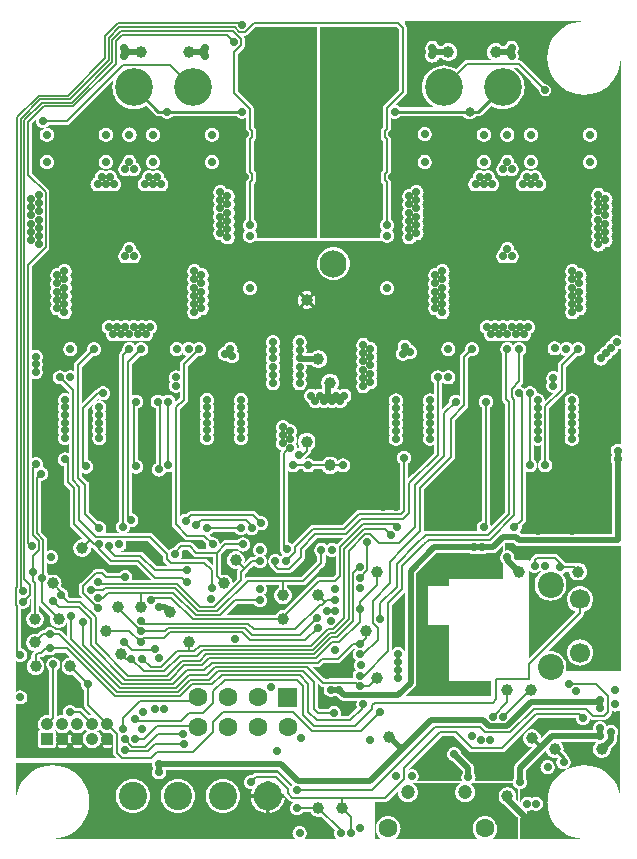
<source format=gbl>
G04 start of page 3 for group 1 idx 1 *
G04 Title: (unknown), bottom *
G04 Creator: pcb 20140316 *
G04 CreationDate: Tue 21 Mar 2017 17:58:46 GMT UTC *
G04 For: kier *
G04 Format: Gerber/RS-274X *
G04 PCB-Dimensions (mil): 2755.91 3543.31 *
G04 PCB-Coordinate-Origin: lower left *
%MOIN*%
%FSLAX25Y25*%
%LNBOTTOM*%
%ADD75C,0.0256*%
%ADD74C,0.0591*%
%ADD73C,0.0512*%
%ADD72C,0.0118*%
%ADD71C,0.0315*%
%ADD70C,0.0276*%
%ADD69C,0.0394*%
%ADD68C,0.0413*%
%ADD67C,0.0472*%
%ADD66C,0.0945*%
%ADD65C,0.0630*%
%ADD64C,0.0906*%
%ADD63C,0.1260*%
%ADD62C,0.0866*%
%ADD61C,0.0669*%
%ADD60C,0.0059*%
%ADD59C,0.0098*%
%ADD58C,0.0197*%
%ADD57C,0.0079*%
%ADD56C,0.0001*%
G54D56*G36*
X141142Y311516D02*Y241142D01*
X121128D01*
X121151Y241197D01*
X121238Y241558D01*
X121260Y241929D01*
X121238Y242300D01*
X121151Y242661D01*
X121009Y243005D01*
X120815Y243322D01*
X120573Y243605D01*
X120461Y243701D01*
X120573Y243797D01*
X120815Y244080D01*
X121009Y244397D01*
X121151Y244740D01*
X121238Y245102D01*
X121260Y245472D01*
X121238Y245843D01*
X121151Y246205D01*
X121009Y246548D01*
X120815Y246865D01*
X120573Y247148D01*
X120290Y247389D01*
X120177Y247459D01*
Y259116D01*
X120554Y259493D01*
X120593Y259526D01*
X120723Y259678D01*
X120723Y259679D01*
X120829Y259850D01*
X120906Y260036D01*
X120953Y260232D01*
X120969Y260433D01*
X120965Y260483D01*
Y262351D01*
X120969Y262402D01*
X120953Y262602D01*
X120953Y262602D01*
X120906Y262798D01*
X120829Y262984D01*
X120723Y263156D01*
X120593Y263309D01*
X120554Y263342D01*
X120177Y263719D01*
Y273486D01*
X120554Y273863D01*
X120593Y273896D01*
X120723Y274049D01*
X120723Y274049D01*
X120829Y274220D01*
X120906Y274407D01*
X120953Y274602D01*
X120969Y274803D01*
X120965Y274853D01*
Y276722D01*
X120969Y276772D01*
X120953Y276972D01*
X120953Y276972D01*
X120906Y277168D01*
X120829Y277354D01*
X120723Y277526D01*
X120593Y277679D01*
X120554Y277712D01*
X120177Y278089D01*
Y284005D01*
X120181Y284055D01*
X120165Y284256D01*
X120165Y284256D01*
X120118Y284452D01*
X120041Y284638D01*
X119936Y284810D01*
X119805Y284963D01*
X119767Y284995D01*
X114862Y289900D01*
Y302620D01*
X116814Y304572D01*
X116852Y304604D01*
X116983Y304757D01*
X116983Y304757D01*
X117088Y304929D01*
X117166Y305115D01*
X117213Y305311D01*
X117228Y305512D01*
X117224Y305562D01*
Y307430D01*
X117228Y307480D01*
X117213Y307681D01*
X117213Y307681D01*
X117166Y307877D01*
X117088Y308063D01*
X116983Y308235D01*
X116852Y308388D01*
X116814Y308421D01*
X116672Y308563D01*
X117273D01*
X117323Y308559D01*
X117523Y308575D01*
X117524Y308575D01*
X117719Y308622D01*
X117906Y308699D01*
X118077Y308804D01*
X118230Y308935D01*
X118263Y308973D01*
X120806Y311516D01*
X141142D01*
G37*
G36*
X162336Y241142D02*X142323D01*
Y311516D01*
X167777D01*
X168602Y310690D01*
Y290294D01*
X163698Y285389D01*
X163659Y285356D01*
X163529Y285203D01*
X163423Y285032D01*
X163346Y284845D01*
X163299Y284650D01*
X163299Y284649D01*
X163283Y284449D01*
X163287Y284399D01*
Y278089D01*
X162910Y277712D01*
X162872Y277679D01*
X162741Y277526D01*
X162636Y277354D01*
X162559Y277168D01*
X162512Y276972D01*
X162512Y276972D01*
X162496Y276772D01*
X162500Y276722D01*
Y274853D01*
X162496Y274803D01*
X162512Y274602D01*
Y274602D01*
X162559Y274407D01*
X162636Y274220D01*
X162676Y274155D01*
X162741Y274049D01*
X162741Y274049D01*
X162872Y273896D01*
X162910Y273863D01*
X163287Y273486D01*
Y263719D01*
X162910Y263342D01*
X162872Y263309D01*
X162741Y263156D01*
X162636Y262984D01*
X162559Y262798D01*
X162512Y262602D01*
X162512Y262602D01*
X162496Y262402D01*
X162500Y262352D01*
Y260483D01*
X162496Y260433D01*
X162512Y260232D01*
Y260232D01*
X162559Y260036D01*
X162636Y259850D01*
X162676Y259785D01*
X162741Y259679D01*
X162741Y259679D01*
X162872Y259526D01*
X162910Y259493D01*
X163287Y259116D01*
Y247459D01*
X163174Y247389D01*
X162891Y247148D01*
X162650Y246865D01*
X162456Y246548D01*
X162313Y246205D01*
X162227Y245843D01*
X162197Y245472D01*
X162227Y245102D01*
X162313Y244740D01*
X162456Y244397D01*
X162650Y244080D01*
X162891Y243797D01*
X163004Y243701D01*
X162891Y243605D01*
X162650Y243322D01*
X162456Y243005D01*
X162313Y242661D01*
X162227Y242300D01*
X162197Y241929D01*
X162227Y241558D01*
X162313Y241197D01*
X162336Y241142D01*
G37*
G36*
X236217Y198649D02*X236559Y198731D01*
X236902Y198873D01*
X237220Y199067D01*
X237502Y199309D01*
X237744Y199592D01*
X237938Y199909D01*
X238080Y200252D01*
X238129Y200454D01*
X238331Y200502D01*
X238674Y200645D01*
X238991Y200839D01*
X239274Y201080D01*
X239515Y201363D01*
X239710Y201680D01*
X239852Y202024D01*
X239900Y202226D01*
X240102Y202274D01*
X240446Y202416D01*
X240763Y202611D01*
X241046Y202852D01*
X241287Y203135D01*
X241481Y203452D01*
X241624Y203795D01*
X241672Y203997D01*
X241874Y204046D01*
X242217Y204188D01*
X242520Y204373D01*
Y172425D01*
X242268Y172529D01*
X241906Y172616D01*
X241535Y172645D01*
X241165Y172616D01*
X240803Y172529D01*
X240460Y172387D01*
X240143Y172193D01*
X239860Y171951D01*
X239618Y171668D01*
X239424Y171351D01*
X239282Y171008D01*
X239195Y170646D01*
X239166Y170276D01*
X239195Y169905D01*
X239282Y169543D01*
X239424Y169200D01*
X239567Y168967D01*
Y168828D01*
X239424Y168595D01*
X239282Y168252D01*
X239195Y167890D01*
X239166Y167520D01*
X239195Y167149D01*
X239282Y166787D01*
X239424Y166444D01*
X239567Y166211D01*
Y142323D01*
X236217D01*
Y198649D01*
G37*
G36*
Y290484D02*X237511Y291277D01*
X238972Y292524D01*
X240219Y293985D01*
X241223Y295623D01*
X241958Y297398D01*
X242407Y299266D01*
X242520Y301181D01*
Y208225D01*
X242217Y208410D01*
X241874Y208553D01*
X241512Y208640D01*
X241142Y208669D01*
X240771Y208640D01*
X240410Y208553D01*
X240066Y208410D01*
X239749Y208216D01*
X239466Y207975D01*
X239225Y207692D01*
X239030Y207375D01*
X238888Y207031D01*
X238840Y206830D01*
X238638Y206781D01*
X238294Y206639D01*
X237977Y206445D01*
X237695Y206203D01*
X237453Y205920D01*
X237259Y205603D01*
X237117Y205260D01*
X237068Y205058D01*
X236866Y205009D01*
X236523Y204867D01*
X236217Y204680D01*
Y236927D01*
X236432Y237059D01*
X236715Y237301D01*
X236956Y237584D01*
X237151Y237901D01*
X237192Y238001D01*
X237402Y237985D01*
X237772Y238014D01*
X238134Y238101D01*
X238477Y238243D01*
X238794Y238437D01*
X239077Y238679D01*
X239319Y238962D01*
X239513Y239279D01*
X239655Y239622D01*
X239742Y239984D01*
X239764Y240354D01*
X239742Y240725D01*
X239655Y241087D01*
X239513Y241430D01*
X239328Y241732D01*
X239513Y242035D01*
X239655Y242378D01*
X239742Y242740D01*
X239764Y243110D01*
X239742Y243481D01*
X239655Y243842D01*
X239513Y244186D01*
X239328Y244488D01*
X239513Y244790D01*
X239655Y245134D01*
X239742Y245495D01*
X239764Y245866D01*
X239742Y246237D01*
X239655Y246598D01*
X239513Y246942D01*
X239328Y247244D01*
X239513Y247546D01*
X239655Y247890D01*
X239742Y248251D01*
X239764Y248622D01*
X239742Y248993D01*
X239655Y249354D01*
X239513Y249698D01*
X239328Y250000D01*
X239513Y250302D01*
X239655Y250646D01*
X239742Y251007D01*
X239764Y251378D01*
X239742Y251749D01*
X239655Y252110D01*
X239513Y252454D01*
X239328Y252756D01*
X239513Y253058D01*
X239655Y253402D01*
X239742Y253763D01*
X239764Y254134D01*
X239742Y254505D01*
X239655Y254866D01*
X239513Y255210D01*
X239319Y255527D01*
X239077Y255809D01*
X238794Y256051D01*
X238477Y256245D01*
X238134Y256387D01*
X237772Y256474D01*
X237402Y256503D01*
X237192Y256487D01*
X237151Y256588D01*
X236956Y256905D01*
X236715Y257187D01*
X236432Y257429D01*
X236217Y257561D01*
Y290484D01*
G37*
G36*
X232280Y289101D02*X234098Y289538D01*
X235873Y290273D01*
X236217Y290484D01*
Y257561D01*
X236115Y257623D01*
X235772Y257765D01*
X235410Y257852D01*
X235039Y257881D01*
X234669Y257852D01*
X234307Y257765D01*
X233964Y257623D01*
X233647Y257429D01*
X233364Y257187D01*
X233122Y256905D01*
X232928Y256588D01*
X232786Y256244D01*
X232699Y255882D01*
X232670Y255512D01*
X232699Y255141D01*
X232786Y254780D01*
X232928Y254436D01*
X233113Y254134D01*
X232928Y253832D01*
X232786Y253488D01*
X232699Y253127D01*
X232670Y252756D01*
X232699Y252385D01*
X232786Y252024D01*
X232928Y251680D01*
X233113Y251378D01*
X232928Y251076D01*
X232786Y250732D01*
X232699Y250371D01*
X232670Y250000D01*
X232699Y249629D01*
X232786Y249268D01*
X232928Y248924D01*
X233113Y248622D01*
X232928Y248320D01*
X232786Y247976D01*
X232699Y247615D01*
X232670Y247244D01*
X232699Y246873D01*
X232786Y246512D01*
X232928Y246168D01*
X233113Y245866D01*
X232928Y245564D01*
X232786Y245220D01*
X232699Y244859D01*
X232670Y244488D01*
X232699Y244118D01*
X232786Y243756D01*
X232928Y243412D01*
X233113Y243110D01*
X232928Y242808D01*
X232786Y242464D01*
X232699Y242103D01*
X232670Y241732D01*
X232699Y241362D01*
X232786Y241000D01*
X232928Y240657D01*
X233113Y240354D01*
X232928Y240052D01*
X232786Y239709D01*
X232699Y239347D01*
X232670Y238976D01*
X232699Y238606D01*
X232786Y238244D01*
X232928Y237901D01*
X233122Y237584D01*
X233364Y237301D01*
X233647Y237059D01*
X233964Y236865D01*
X234307Y236723D01*
X234669Y236636D01*
X235039Y236607D01*
X235410Y236636D01*
X235772Y236723D01*
X236115Y236865D01*
X236217Y236927D01*
Y204680D01*
X236206Y204673D01*
X235923Y204431D01*
X235681Y204149D01*
X235487Y203832D01*
X235345Y203488D01*
X235296Y203286D01*
X235095Y203238D01*
X234751Y203095D01*
X234434Y202901D01*
X234151Y202660D01*
X233910Y202377D01*
X233716Y202060D01*
X233573Y201716D01*
X233486Y201355D01*
X233457Y200984D01*
X233486Y200614D01*
X233573Y200252D01*
X233716Y199909D01*
X233910Y199592D01*
X234151Y199309D01*
X234434Y199067D01*
X234751Y198873D01*
X235095Y198731D01*
X235456Y198644D01*
X235827Y198615D01*
X236197Y198644D01*
X236217Y198649D01*
Y142323D01*
X232280D01*
Y264166D01*
X232283Y264166D01*
X232654Y264195D01*
X233016Y264282D01*
X233359Y264424D01*
X233676Y264618D01*
X233959Y264860D01*
X234200Y265143D01*
X234395Y265460D01*
X234537Y265803D01*
X234624Y266165D01*
X234646Y266535D01*
X234624Y266906D01*
X234537Y267268D01*
X234395Y267611D01*
X234200Y267928D01*
X233959Y268211D01*
X233676Y268452D01*
X233359Y268647D01*
X233016Y268789D01*
X232654Y268876D01*
X232283Y268905D01*
X232280Y268905D01*
Y273221D01*
X232283Y273221D01*
X232654Y273250D01*
X233016Y273337D01*
X233359Y273479D01*
X233676Y273674D01*
X233959Y273915D01*
X234200Y274198D01*
X234395Y274515D01*
X234537Y274858D01*
X234624Y275220D01*
X234646Y275591D01*
X234624Y275961D01*
X234537Y276323D01*
X234395Y276666D01*
X234200Y276983D01*
X233959Y277266D01*
X233676Y277508D01*
X233359Y277702D01*
X233016Y277844D01*
X232654Y277931D01*
X232283Y277960D01*
X232280Y277960D01*
Y289101D01*
G37*
G36*
X226177Y289685D02*X226532Y289538D01*
X228400Y289089D01*
X230315Y288939D01*
X232230Y289089D01*
X232280Y289101D01*
Y277960D01*
X231913Y277931D01*
X231551Y277844D01*
X231208Y277702D01*
X230891Y277508D01*
X230608Y277266D01*
X230367Y276983D01*
X230172Y276666D01*
X230030Y276323D01*
X229943Y275961D01*
X229914Y275591D01*
X229943Y275220D01*
X230030Y274858D01*
X230172Y274515D01*
X230367Y274198D01*
X230608Y273915D01*
X230891Y273674D01*
X231208Y273479D01*
X231551Y273337D01*
X231913Y273250D01*
X232280Y273221D01*
Y268905D01*
X231913Y268876D01*
X231551Y268789D01*
X231208Y268647D01*
X230891Y268452D01*
X230608Y268211D01*
X230367Y267928D01*
X230172Y267611D01*
X230030Y267268D01*
X229943Y266906D01*
X229914Y266535D01*
X229943Y266165D01*
X230030Y265803D01*
X230172Y265460D01*
X230367Y265143D01*
X230608Y264860D01*
X230891Y264618D01*
X231208Y264424D01*
X231551Y264282D01*
X231913Y264195D01*
X232280Y264166D01*
Y142323D01*
X226177D01*
Y171843D01*
X226181Y171843D01*
X226552Y171872D01*
X226913Y171959D01*
X227257Y172101D01*
X227574Y172296D01*
X227857Y172537D01*
X228098Y172820D01*
X228292Y173137D01*
X228435Y173480D01*
X228521Y173842D01*
X228543Y174213D01*
X228521Y174583D01*
X228435Y174945D01*
X228292Y175288D01*
X228167Y175492D01*
X228292Y175696D01*
X228435Y176039D01*
X228521Y176401D01*
X228543Y176772D01*
X228521Y177142D01*
X228435Y177504D01*
X228292Y177847D01*
X228167Y178051D01*
X228292Y178255D01*
X228435Y178598D01*
X228521Y178960D01*
X228543Y179331D01*
X228521Y179701D01*
X228435Y180063D01*
X228292Y180406D01*
X228167Y180610D01*
X228292Y180814D01*
X228435Y181158D01*
X228521Y181519D01*
X228543Y181890D01*
X228521Y182260D01*
X228435Y182622D01*
X228292Y182965D01*
X228167Y183169D01*
X228292Y183373D01*
X228435Y183717D01*
X228521Y184078D01*
X228543Y184449D01*
X228521Y184819D01*
X228435Y185181D01*
X228292Y185525D01*
X228167Y185728D01*
X228292Y185932D01*
X228435Y186276D01*
X228521Y186637D01*
X228543Y187008D01*
X228521Y187379D01*
X228435Y187740D01*
X228292Y188084D01*
X228098Y188401D01*
X227857Y188683D01*
X227574Y188925D01*
X227257Y189119D01*
X226913Y189261D01*
X226552Y189348D01*
X226181Y189377D01*
X226177Y189377D01*
Y200016D01*
X227959Y201798D01*
X227976Y201794D01*
X228346Y201764D01*
X228717Y201794D01*
X229079Y201880D01*
X229422Y202023D01*
X229739Y202217D01*
X230022Y202458D01*
X230263Y202741D01*
X230458Y203058D01*
X230600Y203402D01*
X230687Y203763D01*
X230709Y204134D01*
X230687Y204505D01*
X230600Y204866D01*
X230458Y205210D01*
X230263Y205527D01*
X230022Y205809D01*
X229739Y206051D01*
X229422Y206245D01*
X229079Y206387D01*
X228717Y206474D01*
X228346Y206503D01*
X227976Y206474D01*
X227614Y206387D01*
X227271Y206245D01*
X226954Y206051D01*
X226671Y205809D01*
X226430Y205527D01*
X226378Y205442D01*
X226326Y205527D01*
X226177Y205701D01*
Y213985D01*
X226378Y213969D01*
X226749Y213998D01*
X227110Y214085D01*
X227454Y214227D01*
X227771Y214422D01*
X228053Y214663D01*
X228295Y214946D01*
X228489Y215263D01*
X228531Y215364D01*
X228740Y215347D01*
X229111Y215376D01*
X229472Y215463D01*
X229816Y215605D01*
X230133Y215800D01*
X230416Y216041D01*
X230657Y216324D01*
X230851Y216641D01*
X230994Y216984D01*
X231080Y217346D01*
X231102Y217717D01*
X231080Y218087D01*
X230994Y218449D01*
X230851Y218792D01*
X230666Y219094D01*
X230851Y219397D01*
X230994Y219740D01*
X231080Y220102D01*
X231102Y220472D01*
X231080Y220843D01*
X230994Y221205D01*
X230851Y221548D01*
X230666Y221850D01*
X230851Y222153D01*
X230994Y222496D01*
X231080Y222858D01*
X231102Y223228D01*
X231080Y223599D01*
X230994Y223961D01*
X230851Y224304D01*
X230666Y224606D01*
X230851Y224909D01*
X230994Y225252D01*
X231080Y225614D01*
X231102Y225984D01*
X231080Y226355D01*
X230994Y226716D01*
X230851Y227060D01*
X230666Y227362D01*
X230851Y227664D01*
X230994Y228008D01*
X231080Y228369D01*
X231102Y228740D01*
X231080Y229111D01*
X230994Y229472D01*
X230851Y229816D01*
X230657Y230133D01*
X230416Y230416D01*
X230133Y230657D01*
X229816Y230851D01*
X229472Y230994D01*
X229111Y231080D01*
X228740Y231110D01*
X228531Y231093D01*
X228489Y231194D01*
X228295Y231511D01*
X228053Y231794D01*
X227771Y232035D01*
X227454Y232229D01*
X227110Y232372D01*
X226749Y232458D01*
X226378Y232488D01*
X226177Y232472D01*
Y289685D01*
G37*
G36*
Y313386D02*X229837D01*
X228400Y313273D01*
X226532Y312824D01*
X226177Y312677D01*
Y313386D01*
G37*
G36*
Y142323D02*X209477D01*
X209025Y142774D01*
X208975Y142833D01*
X208765Y143013D01*
X209004Y143292D01*
X209198Y143609D01*
X209340Y143953D01*
X209427Y144314D01*
X209449Y144685D01*
X209427Y145056D01*
X209423Y145073D01*
X210385Y146035D01*
X210426Y146070D01*
X210567Y146234D01*
X210567Y146235D01*
X210680Y146420D01*
X210763Y146620D01*
X210814Y146831D01*
X210831Y147047D01*
X210827Y147101D01*
Y163428D01*
X211129Y163243D01*
X211473Y163101D01*
X211834Y163014D01*
X212205Y162985D01*
X212575Y163014D01*
X212937Y163101D01*
X213280Y163243D01*
X213597Y163437D01*
X213880Y163679D01*
X214122Y163962D01*
X214316Y164279D01*
X214458Y164622D01*
X214545Y164984D01*
X214567Y165354D01*
X214545Y165725D01*
X214458Y166087D01*
X214316Y166430D01*
X214122Y166747D01*
X213880Y167030D01*
X213597Y167271D01*
X213583Y167280D01*
Y172166D01*
X213688Y172101D01*
X214032Y171959D01*
X214393Y171872D01*
X214764Y171843D01*
X215134Y171872D01*
X215496Y171959D01*
X215840Y172101D01*
X215945Y172166D01*
Y167280D01*
X215930Y167271D01*
X215647Y167030D01*
X215406Y166747D01*
X215212Y166430D01*
X215069Y166087D01*
X214983Y165725D01*
X214953Y165354D01*
X214983Y164984D01*
X215069Y164622D01*
X215212Y164279D01*
X215406Y163962D01*
X215647Y163679D01*
X215930Y163437D01*
X216247Y163243D01*
X216591Y163101D01*
X216952Y163014D01*
X217323Y162985D01*
X217694Y163014D01*
X218055Y163101D01*
X218399Y163243D01*
X218716Y163437D01*
X218998Y163679D01*
X219240Y163962D01*
X219434Y164279D01*
X219576Y164622D01*
X219663Y164984D01*
X219685Y165354D01*
X219663Y165725D01*
X219576Y166087D01*
X219434Y166430D01*
X219240Y166747D01*
X218998Y167030D01*
X218716Y167271D01*
X218701Y167280D01*
Y184469D01*
X223771Y189539D01*
X223812Y189574D01*
X223953Y189739D01*
X223953Y189739D01*
X224066Y189924D01*
X224149Y190124D01*
X224200Y190335D01*
X224217Y190551D01*
X224213Y190605D01*
Y198051D01*
X226177Y200016D01*
Y189377D01*
X225810Y189348D01*
X225449Y189261D01*
X225105Y189119D01*
X224788Y188925D01*
X224506Y188683D01*
X224264Y188401D01*
X224070Y188084D01*
X223928Y187740D01*
X223841Y187379D01*
X223812Y187008D01*
X223841Y186637D01*
X223928Y186276D01*
X224070Y185932D01*
X224195Y185728D01*
X224070Y185525D01*
X223928Y185181D01*
X223841Y184819D01*
X223812Y184449D01*
X223841Y184078D01*
X223928Y183717D01*
X224070Y183373D01*
X224195Y183169D01*
X224070Y182965D01*
X223928Y182622D01*
X223841Y182260D01*
X223812Y181890D01*
X223841Y181519D01*
X223928Y181158D01*
X224070Y180814D01*
X224195Y180610D01*
X224070Y180406D01*
X223928Y180063D01*
X223841Y179701D01*
X223812Y179331D01*
X223841Y178960D01*
X223928Y178598D01*
X224070Y178255D01*
X224195Y178051D01*
X224070Y177847D01*
X223928Y177504D01*
X223841Y177142D01*
X223812Y176772D01*
X223841Y176401D01*
X223928Y176039D01*
X224070Y175696D01*
X224195Y175492D01*
X224070Y175288D01*
X223928Y174945D01*
X223841Y174583D01*
X223812Y174213D01*
X223841Y173842D01*
X223928Y173480D01*
X224070Y173137D01*
X224264Y172820D01*
X224506Y172537D01*
X224788Y172296D01*
X225105Y172101D01*
X225449Y171959D01*
X225810Y171872D01*
X226177Y171843D01*
Y142323D01*
G37*
G36*
X212595Y313386D02*X226177D01*
Y312677D01*
X224757Y312089D01*
X223119Y311085D01*
X221658Y309838D01*
X220411Y308377D01*
X219407Y306739D01*
X218672Y304964D01*
X218223Y303096D01*
X218073Y301181D01*
X218223Y299266D01*
X218672Y297398D01*
X219407Y295623D01*
X220411Y293985D01*
X221658Y292524D01*
X223119Y291277D01*
X224757Y290273D01*
X226177Y289685D01*
Y232472D01*
X226007Y232458D01*
X225646Y232372D01*
X225302Y232229D01*
X224985Y232035D01*
X224702Y231794D01*
X224461Y231511D01*
X224267Y231194D01*
X224124Y230850D01*
X224038Y230489D01*
X224008Y230118D01*
X224038Y229747D01*
X224124Y229386D01*
X224267Y229042D01*
X224452Y228740D01*
X224267Y228438D01*
X224124Y228094D01*
X224038Y227733D01*
X224008Y227362D01*
X224038Y226992D01*
X224124Y226630D01*
X224267Y226286D01*
X224452Y225984D01*
X224267Y225682D01*
X224124Y225339D01*
X224038Y224977D01*
X224008Y224606D01*
X224038Y224236D01*
X224124Y223874D01*
X224267Y223531D01*
X224452Y223228D01*
X224267Y222926D01*
X224124Y222583D01*
X224038Y222221D01*
X224008Y221850D01*
X224038Y221480D01*
X224124Y221118D01*
X224267Y220775D01*
X224452Y220472D01*
X224267Y220170D01*
X224124Y219827D01*
X224038Y219465D01*
X224008Y219094D01*
X224038Y218724D01*
X224124Y218362D01*
X224267Y218019D01*
X224452Y217717D01*
X224267Y217414D01*
X224124Y217071D01*
X224038Y216709D01*
X224008Y216339D01*
X224038Y215968D01*
X224124Y215606D01*
X224267Y215263D01*
X224461Y214946D01*
X224702Y214663D01*
X224985Y214422D01*
X225302Y214227D01*
X225646Y214085D01*
X226007Y213998D01*
X226177Y213985D01*
Y205701D01*
X226085Y205809D01*
X225802Y206051D01*
X225485Y206245D01*
X225142Y206387D01*
X224780Y206474D01*
X224409Y206503D01*
X224039Y206474D01*
X223677Y206387D01*
X223334Y206245D01*
X223017Y206051D01*
X222734Y205809D01*
X222503Y205539D01*
X222389Y205723D01*
X222148Y206006D01*
X221865Y206248D01*
X221548Y206442D01*
X221205Y206584D01*
X220843Y206671D01*
X220472Y206700D01*
X220102Y206671D01*
X219740Y206584D01*
X219397Y206442D01*
X219080Y206248D01*
X218797Y206006D01*
X218555Y205723D01*
X218361Y205406D01*
X218219Y205063D01*
X218132Y204701D01*
X218103Y204331D01*
X218132Y203960D01*
X218219Y203598D01*
X218361Y203255D01*
X218555Y202938D01*
X218797Y202655D01*
X219080Y202414D01*
X219397Y202219D01*
X219740Y202077D01*
X220102Y201990D01*
X220472Y201961D01*
X220843Y201990D01*
X221205Y202077D01*
X221548Y202219D01*
X221865Y202414D01*
X222148Y202655D01*
X222379Y202926D01*
X222492Y202741D01*
X222734Y202458D01*
X223017Y202217D01*
X223334Y202023D01*
X223677Y201880D01*
X224039Y201794D01*
X224056Y201792D01*
X221898Y199635D01*
X221857Y199599D01*
X221716Y199434D01*
X221603Y199250D01*
X221520Y199049D01*
X221469Y198838D01*
X221469Y198838D01*
X221452Y198622D01*
X221457Y198568D01*
Y196414D01*
X221154Y196599D01*
X220811Y196742D01*
X220449Y196829D01*
X220079Y196858D01*
X219708Y196829D01*
X219347Y196742D01*
X219003Y196599D01*
X218686Y196405D01*
X218403Y196164D01*
X218162Y195881D01*
X217968Y195564D01*
X217825Y195220D01*
X217738Y194859D01*
X217709Y194488D01*
X217738Y194118D01*
X217825Y193756D01*
X217968Y193412D01*
X218092Y193209D01*
X217968Y193005D01*
X217825Y192661D01*
X217738Y192300D01*
X217709Y191929D01*
X217738Y191558D01*
X217825Y191197D01*
X217968Y190853D01*
X218162Y190536D01*
X218403Y190254D01*
X218686Y190012D01*
X219003Y189818D01*
X219347Y189676D01*
X219708Y189589D01*
X219908Y189573D01*
X217112Y186778D01*
X217126Y187008D01*
X217104Y187379D01*
X217017Y187740D01*
X216875Y188084D01*
X216681Y188401D01*
X216439Y188683D01*
X216157Y188925D01*
X215840Y189119D01*
X215496Y189261D01*
X215134Y189348D01*
X214764Y189377D01*
X214566Y189362D01*
X214567Y189370D01*
X214545Y189741D01*
X214458Y190102D01*
X214316Y190446D01*
X214122Y190763D01*
X213880Y191046D01*
X213597Y191287D01*
X213280Y191481D01*
X212937Y191624D01*
X212595Y191706D01*
Y208993D01*
X212598Y209055D01*
X212595Y209117D01*
Y209267D01*
X212690Y209306D01*
X213007Y209500D01*
X213290Y209742D01*
X213531Y210025D01*
X213725Y210342D01*
X213868Y210685D01*
X213954Y211047D01*
X213976Y211417D01*
X213954Y211788D01*
X213868Y212150D01*
X213725Y212493D01*
X213531Y212810D01*
X213290Y213093D01*
X213007Y213334D01*
X212690Y213529D01*
X212595Y213568D01*
Y256686D01*
X212598Y256686D01*
X212969Y256715D01*
X213331Y256802D01*
X213674Y256944D01*
X213976Y257129D01*
X214279Y256944D01*
X214622Y256802D01*
X214984Y256715D01*
X215354Y256686D01*
X215725Y256715D01*
X216087Y256802D01*
X216430Y256944D01*
X216747Y257138D01*
X217030Y257380D01*
X217271Y257662D01*
X217466Y257979D01*
X217608Y258323D01*
X217695Y258684D01*
X217717Y259055D01*
X217695Y259426D01*
X217608Y259787D01*
X217466Y260131D01*
X217271Y260448D01*
X217030Y260731D01*
X216747Y260972D01*
X216430Y261166D01*
X216326Y261209D01*
X216339Y261417D01*
X216317Y261788D01*
X216230Y262150D01*
X216088Y262493D01*
X215893Y262810D01*
X215652Y263093D01*
X215369Y263334D01*
X215052Y263529D01*
X214709Y263671D01*
X214347Y263758D01*
X213976Y263787D01*
X213606Y263758D01*
X213244Y263671D01*
X212901Y263529D01*
X212598Y263343D01*
X212595Y263346D01*
Y264166D01*
X212598Y264166D01*
X212969Y264195D01*
X213331Y264282D01*
X213674Y264424D01*
X213991Y264618D01*
X214274Y264860D01*
X214515Y265143D01*
X214710Y265460D01*
X214852Y265803D01*
X214939Y266165D01*
X214961Y266535D01*
X214939Y266906D01*
X214852Y267268D01*
X214710Y267611D01*
X214515Y267928D01*
X214274Y268211D01*
X213991Y268452D01*
X213674Y268647D01*
X213331Y268789D01*
X212969Y268876D01*
X212598Y268905D01*
X212595Y268905D01*
Y273221D01*
X212598Y273221D01*
X212969Y273250D01*
X213331Y273337D01*
X213674Y273479D01*
X213991Y273674D01*
X214274Y273915D01*
X214515Y274198D01*
X214710Y274515D01*
X214852Y274858D01*
X214939Y275220D01*
X214961Y275591D01*
X214939Y275961D01*
X214852Y276323D01*
X214710Y276666D01*
X214515Y276983D01*
X214274Y277266D01*
X213991Y277508D01*
X213674Y277702D01*
X213331Y277844D01*
X212969Y277931D01*
X212598Y277960D01*
X212595Y277960D01*
Y293134D01*
X215350Y290378D01*
X215348Y290354D01*
X215373Y290045D01*
X215445Y289744D01*
X215563Y289458D01*
X215725Y289194D01*
X215927Y288958D01*
X216162Y288757D01*
X216426Y288595D01*
X216713Y288476D01*
X217014Y288404D01*
X217323Y288380D01*
X217632Y288404D01*
X217933Y288476D01*
X218219Y288595D01*
X218483Y288757D01*
X218719Y288958D01*
X218920Y289194D01*
X219082Y289458D01*
X219201Y289744D01*
X219273Y290045D01*
X219291Y290354D01*
X219273Y290663D01*
X219201Y290965D01*
X219082Y291251D01*
X218920Y291515D01*
X218719Y291751D01*
X218483Y291952D01*
X218219Y292114D01*
X217933Y292232D01*
X217632Y292305D01*
X217323Y292329D01*
X217299Y292327D01*
X212595Y297031D01*
Y313386D01*
G37*
G36*
Y213568D02*X212346Y213671D01*
X211985Y213758D01*
X211614Y213787D01*
X211244Y213758D01*
X210882Y213671D01*
X210538Y213529D01*
X210236Y213343D01*
X209934Y213529D01*
X209590Y213671D01*
X209229Y213758D01*
X208858Y213787D01*
X208488Y213758D01*
X208126Y213671D01*
X207783Y213529D01*
X207480Y213343D01*
X207178Y213529D01*
X206835Y213671D01*
X206473Y213758D01*
X206102Y213787D01*
X205732Y213758D01*
X205370Y213671D01*
X205027Y213529D01*
X204724Y213343D01*
X204721Y213346D01*
Y233111D01*
X204724Y233113D01*
X205027Y232928D01*
X205370Y232786D01*
X205732Y232699D01*
X206102Y232670D01*
X206473Y232699D01*
X206835Y232786D01*
X207178Y232928D01*
X207495Y233122D01*
X207778Y233364D01*
X208019Y233647D01*
X208214Y233964D01*
X208356Y234307D01*
X208443Y234669D01*
X208465Y235039D01*
X208443Y235410D01*
X208356Y235772D01*
X208214Y236115D01*
X208019Y236432D01*
X207778Y236715D01*
X207495Y236956D01*
X207178Y237151D01*
X207074Y237194D01*
X207087Y237402D01*
X207065Y237772D01*
X206978Y238134D01*
X206836Y238477D01*
X206641Y238794D01*
X206400Y239077D01*
X206117Y239319D01*
X205800Y239513D01*
X205457Y239655D01*
X205095Y239742D01*
X204724Y239771D01*
X204721Y239771D01*
Y262245D01*
X204724Y262247D01*
X205027Y262062D01*
X205370Y261920D01*
X205732Y261833D01*
X206102Y261804D01*
X206473Y261833D01*
X206835Y261920D01*
X207178Y262062D01*
X207495Y262256D01*
X207778Y262498D01*
X208019Y262780D01*
X208214Y263098D01*
X208356Y263441D01*
X208443Y263803D01*
X208465Y264173D01*
X208443Y264544D01*
X208356Y264905D01*
X208214Y265249D01*
X208019Y265566D01*
X207778Y265849D01*
X207495Y266090D01*
X207178Y266284D01*
X207074Y266327D01*
X207087Y266535D01*
X207065Y266906D01*
X206978Y267268D01*
X206836Y267611D01*
X206641Y267928D01*
X206400Y268211D01*
X206117Y268452D01*
X205800Y268647D01*
X205457Y268789D01*
X205095Y268876D01*
X204724Y268905D01*
X204721Y268905D01*
Y273221D01*
X204724Y273221D01*
X205095Y273250D01*
X205457Y273337D01*
X205800Y273479D01*
X206117Y273674D01*
X206400Y273915D01*
X206641Y274198D01*
X206836Y274515D01*
X206978Y274858D01*
X207065Y275220D01*
X207087Y275591D01*
X207065Y275961D01*
X206978Y276323D01*
X206836Y276666D01*
X206641Y276983D01*
X206400Y277266D01*
X206117Y277508D01*
X205800Y277702D01*
X205457Y277844D01*
X205095Y277931D01*
X204724Y277960D01*
X204721Y277960D01*
Y284225D01*
X205407Y284390D01*
X206466Y284829D01*
X207444Y285428D01*
X208316Y286173D01*
X209060Y287044D01*
X209659Y288022D01*
X210098Y289081D01*
X210366Y290196D01*
X210433Y291339D01*
X210366Y292481D01*
X210098Y293596D01*
X209659Y294655D01*
X209060Y295633D01*
X208316Y296505D01*
X207444Y297249D01*
X206810Y297638D01*
X208091D01*
X212595Y293134D01*
Y277960D01*
X212228Y277931D01*
X211866Y277844D01*
X211523Y277702D01*
X211206Y277508D01*
X210923Y277266D01*
X210681Y276983D01*
X210487Y276666D01*
X210345Y276323D01*
X210258Y275961D01*
X210229Y275591D01*
X210258Y275220D01*
X210345Y274858D01*
X210487Y274515D01*
X210681Y274198D01*
X210923Y273915D01*
X211206Y273674D01*
X211523Y273479D01*
X211866Y273337D01*
X212228Y273250D01*
X212595Y273221D01*
Y268905D01*
X212228Y268876D01*
X211866Y268789D01*
X211523Y268647D01*
X211206Y268452D01*
X210923Y268211D01*
X210681Y267928D01*
X210487Y267611D01*
X210345Y267268D01*
X210258Y266906D01*
X210229Y266535D01*
X210258Y266165D01*
X210345Y265803D01*
X210487Y265460D01*
X210681Y265143D01*
X210923Y264860D01*
X211206Y264618D01*
X211523Y264424D01*
X211866Y264282D01*
X212228Y264195D01*
X212595Y264166D01*
Y263346D01*
X212296Y263529D01*
X211953Y263671D01*
X211591Y263758D01*
X211220Y263787D01*
X210850Y263758D01*
X210488Y263671D01*
X210145Y263529D01*
X209828Y263334D01*
X209545Y263093D01*
X209304Y262810D01*
X209109Y262493D01*
X208967Y262150D01*
X208880Y261788D01*
X208851Y261417D01*
X208867Y261208D01*
X208767Y261166D01*
X208450Y260972D01*
X208167Y260731D01*
X207926Y260448D01*
X207731Y260131D01*
X207589Y259787D01*
X207502Y259426D01*
X207473Y259055D01*
X207502Y258684D01*
X207589Y258323D01*
X207731Y257979D01*
X207926Y257662D01*
X208167Y257380D01*
X208450Y257138D01*
X208767Y256944D01*
X209110Y256802D01*
X209472Y256715D01*
X209843Y256686D01*
X210213Y256715D01*
X210575Y256802D01*
X210918Y256944D01*
X211220Y257129D01*
X211523Y256944D01*
X211866Y256802D01*
X212228Y256715D01*
X212595Y256686D01*
Y213568D01*
G37*
G36*
Y209117D02*X212586Y209263D01*
X212595Y209267D01*
Y209117D01*
G37*
G36*
Y191706D02*X212575Y191710D01*
X212205Y191740D01*
X211834Y191710D01*
X211473Y191624D01*
X211129Y191481D01*
X210812Y191287D01*
X210529Y191046D01*
X210433Y190933D01*
X210337Y191046D01*
X210054Y191287D01*
X209737Y191481D01*
X209394Y191624D01*
X209032Y191710D01*
X209015Y191712D01*
X209598Y192295D01*
X209639Y192330D01*
X209779Y192494D01*
X209780Y192495D01*
X209893Y192680D01*
X209976Y192880D01*
X210027Y193091D01*
X210044Y193307D01*
X210039Y193361D01*
Y202208D01*
X210054Y202217D01*
X210337Y202458D01*
X210578Y202741D01*
X210773Y203058D01*
X210915Y203402D01*
X211002Y203763D01*
X211024Y204134D01*
X211002Y204505D01*
X210915Y204866D01*
X210773Y205210D01*
X210578Y205527D01*
X210337Y205809D01*
X210054Y206051D01*
X209737Y206245D01*
X209394Y206387D01*
X209032Y206474D01*
X208661Y206503D01*
X208291Y206474D01*
X207929Y206387D01*
X207586Y206245D01*
X207269Y206051D01*
X206986Y205809D01*
X206744Y205527D01*
X206693Y205442D01*
X206641Y205527D01*
X206400Y205809D01*
X206117Y206051D01*
X205800Y206245D01*
X205457Y206387D01*
X205095Y206474D01*
X204724Y206503D01*
X204721Y206503D01*
Y206686D01*
X204724Y206686D01*
X205095Y206715D01*
X205457Y206802D01*
X205800Y206944D01*
X206102Y207129D01*
X206405Y206944D01*
X206748Y206802D01*
X207110Y206715D01*
X207480Y206686D01*
X207851Y206715D01*
X208213Y206802D01*
X208556Y206944D01*
X208858Y207129D01*
X209160Y206944D01*
X209504Y206802D01*
X209866Y206715D01*
X210236Y206686D01*
X210607Y206715D01*
X210968Y206802D01*
X211312Y206944D01*
X211629Y207138D01*
X211912Y207380D01*
X212153Y207662D01*
X212347Y207979D01*
X212490Y208323D01*
X212577Y208684D01*
X212595Y208993D01*
Y191706D01*
G37*
G36*
X204721Y313386D02*X212595D01*
Y297031D01*
X209674Y299952D01*
X209639Y299993D01*
X209474Y300134D01*
X209474Y300134D01*
X209289Y300247D01*
X209089Y300330D01*
X208878Y300381D01*
X208661Y300398D01*
X208607Y300394D01*
X208028D01*
X208214Y300696D01*
X208356Y301039D01*
X208443Y301401D01*
X208465Y301772D01*
X208443Y302142D01*
X208356Y302504D01*
X208214Y302847D01*
X208071Y303080D01*
Y303219D01*
X208214Y303452D01*
X208356Y303795D01*
X208443Y304157D01*
X208465Y304528D01*
X208443Y304898D01*
X208356Y305260D01*
X208214Y305603D01*
X208019Y305920D01*
X207778Y306203D01*
X207495Y306445D01*
X207178Y306639D01*
X206835Y306781D01*
X206473Y306868D01*
X206102Y306897D01*
X205732Y306868D01*
X205370Y306781D01*
X205027Y306639D01*
X204721Y306451D01*
Y313386D01*
G37*
G36*
X196847Y209270D02*X196860Y209264D01*
X196847Y209101D01*
Y209270D01*
G37*
G36*
Y282948D02*X199148Y285249D01*
X199833Y284829D01*
X200892Y284390D01*
X202007Y284123D01*
X203150Y284033D01*
X204293Y284123D01*
X204721Y284225D01*
Y277960D01*
X204354Y277931D01*
X203992Y277844D01*
X203649Y277702D01*
X203332Y277508D01*
X203049Y277266D01*
X202807Y276983D01*
X202613Y276666D01*
X202471Y276323D01*
X202384Y275961D01*
X202355Y275591D01*
X202384Y275220D01*
X202471Y274858D01*
X202613Y274515D01*
X202807Y274198D01*
X203049Y273915D01*
X203332Y273674D01*
X203649Y273479D01*
X203992Y273337D01*
X204354Y273250D01*
X204721Y273221D01*
Y268905D01*
X204354Y268876D01*
X203992Y268789D01*
X203649Y268647D01*
X203332Y268452D01*
X203049Y268211D01*
X202807Y267928D01*
X202613Y267611D01*
X202471Y267268D01*
X202384Y266906D01*
X202355Y266535D01*
X202371Y266326D01*
X202271Y266284D01*
X201954Y266090D01*
X201671Y265849D01*
X201430Y265566D01*
X201235Y265249D01*
X201093Y264905D01*
X201006Y264544D01*
X200977Y264173D01*
X201006Y263803D01*
X201093Y263441D01*
X201235Y263098D01*
X201430Y262780D01*
X201671Y262498D01*
X201954Y262256D01*
X202271Y262062D01*
X202614Y261920D01*
X202976Y261833D01*
X203346Y261804D01*
X203717Y261833D01*
X204079Y261920D01*
X204422Y262062D01*
X204721Y262245D01*
Y239771D01*
X204354Y239742D01*
X203992Y239655D01*
X203649Y239513D01*
X203332Y239319D01*
X203049Y239077D01*
X202807Y238794D01*
X202613Y238477D01*
X202471Y238134D01*
X202384Y237772D01*
X202355Y237402D01*
X202371Y237192D01*
X202271Y237151D01*
X201954Y236956D01*
X201671Y236715D01*
X201430Y236432D01*
X201235Y236115D01*
X201093Y235772D01*
X201006Y235410D01*
X200977Y235039D01*
X201006Y234669D01*
X201093Y234307D01*
X201235Y233964D01*
X201430Y233647D01*
X201671Y233364D01*
X201954Y233122D01*
X202271Y232928D01*
X202614Y232786D01*
X202976Y232699D01*
X203346Y232670D01*
X203717Y232699D01*
X204079Y232786D01*
X204422Y232928D01*
X204721Y233111D01*
Y213346D01*
X204422Y213529D01*
X204079Y213671D01*
X203717Y213758D01*
X203346Y213787D01*
X202976Y213758D01*
X202614Y213671D01*
X202271Y213529D01*
X201969Y213343D01*
X201666Y213529D01*
X201323Y213671D01*
X200961Y213758D01*
X200591Y213787D01*
X200220Y213758D01*
X199858Y213671D01*
X199515Y213529D01*
X199213Y213343D01*
X198910Y213529D01*
X198567Y213671D01*
X198205Y213758D01*
X197835Y213787D01*
X197464Y213758D01*
X197102Y213671D01*
X196847Y213565D01*
Y256686D01*
X196850Y256686D01*
X197221Y256715D01*
X197583Y256802D01*
X197926Y256944D01*
X198228Y257129D01*
X198531Y256944D01*
X198874Y256802D01*
X199236Y256715D01*
X199606Y256686D01*
X199977Y256715D01*
X200339Y256802D01*
X200682Y256944D01*
X200999Y257138D01*
X201282Y257380D01*
X201523Y257662D01*
X201718Y257979D01*
X201860Y258323D01*
X201947Y258684D01*
X201969Y259055D01*
X201947Y259426D01*
X201860Y259787D01*
X201718Y260131D01*
X201523Y260448D01*
X201282Y260731D01*
X200999Y260972D01*
X200682Y261166D01*
X200578Y261209D01*
X200591Y261417D01*
X200569Y261788D01*
X200482Y262150D01*
X200340Y262493D01*
X200145Y262810D01*
X199904Y263093D01*
X199621Y263334D01*
X199304Y263529D01*
X198961Y263671D01*
X198599Y263758D01*
X198228Y263787D01*
X197858Y263758D01*
X197496Y263671D01*
X197153Y263529D01*
X196850Y263343D01*
X196847Y263346D01*
Y264166D01*
X196850Y264166D01*
X197221Y264195D01*
X197583Y264282D01*
X197926Y264424D01*
X198243Y264618D01*
X198526Y264860D01*
X198767Y265143D01*
X198962Y265460D01*
X199104Y265803D01*
X199191Y266165D01*
X199213Y266535D01*
X199191Y266906D01*
X199104Y267268D01*
X198962Y267611D01*
X198767Y267928D01*
X198526Y268211D01*
X198243Y268452D01*
X197926Y268647D01*
X197583Y268789D01*
X197221Y268876D01*
X196850Y268905D01*
X196847Y268905D01*
Y273221D01*
X196850Y273221D01*
X197221Y273250D01*
X197583Y273337D01*
X197926Y273479D01*
X198243Y273674D01*
X198526Y273915D01*
X198767Y274198D01*
X198962Y274515D01*
X199104Y274858D01*
X199191Y275220D01*
X199213Y275591D01*
X199191Y275961D01*
X199104Y276323D01*
X198962Y276666D01*
X198767Y276983D01*
X198526Y277266D01*
X198243Y277508D01*
X197926Y277702D01*
X197583Y277844D01*
X197221Y277931D01*
X196850Y277960D01*
X196847Y277960D01*
Y282948D01*
G37*
G36*
X204721Y206503D02*X204354Y206474D01*
X203992Y206387D01*
X203649Y206245D01*
X203332Y206051D01*
X203049Y205809D01*
X202807Y205527D01*
X202613Y205210D01*
X202471Y204866D01*
X202384Y204505D01*
X202355Y204134D01*
X202384Y203763D01*
X202471Y203402D01*
X202613Y203058D01*
X202807Y202741D01*
X202953Y202571D01*
Y187456D01*
X202949Y187402D01*
X202966Y187185D01*
X203016Y186974D01*
X203099Y186774D01*
X203212Y186589D01*
X203213Y186589D01*
X203353Y186424D01*
X203394Y186389D01*
X203937Y185847D01*
Y149783D01*
X199192Y145038D01*
X199191Y145056D01*
X199104Y145417D01*
X199016Y145630D01*
Y184688D01*
X199031Y184697D01*
X199313Y184939D01*
X199555Y185221D01*
X199749Y185538D01*
X199891Y185882D01*
X199978Y186244D01*
X200000Y186614D01*
X199978Y186985D01*
X199891Y187346D01*
X199749Y187690D01*
X199555Y188007D01*
X199313Y188290D01*
X199031Y188531D01*
X198714Y188725D01*
X198370Y188868D01*
X198008Y188954D01*
X197638Y188984D01*
X197267Y188954D01*
X196906Y188868D01*
X196847Y188843D01*
Y209009D01*
X196872Y208684D01*
X196959Y208323D01*
X197101Y207979D01*
X197296Y207662D01*
X197537Y207380D01*
X197820Y207138D01*
X198137Y206944D01*
X198480Y206802D01*
X198842Y206715D01*
X199213Y206686D01*
X199583Y206715D01*
X199945Y206802D01*
X200288Y206944D01*
X200591Y207129D01*
X200893Y206944D01*
X201236Y206802D01*
X201598Y206715D01*
X201969Y206686D01*
X202339Y206715D01*
X202701Y206802D01*
X203044Y206944D01*
X203346Y207129D01*
X203649Y206944D01*
X203992Y206802D01*
X204354Y206715D01*
X204721Y206686D01*
Y206503D01*
G37*
G36*
X196847Y188843D02*X196562Y188725D01*
X196245Y188531D01*
X195962Y188290D01*
X195721Y188007D01*
X195527Y187690D01*
X195384Y187346D01*
X195297Y186985D01*
X195268Y186614D01*
X195297Y186244D01*
X195384Y185882D01*
X195527Y185538D01*
X195721Y185221D01*
X195962Y184939D01*
X196245Y184697D01*
X196260Y184688D01*
Y146973D01*
X196118Y146939D01*
X195775Y146796D01*
X195458Y146602D01*
X195175Y146361D01*
X194933Y146078D01*
X194739Y145761D01*
X194597Y145417D01*
X194510Y145056D01*
X194481Y144685D01*
X194510Y144314D01*
X194597Y143953D01*
X194739Y143609D01*
X194804Y143504D01*
X185036D01*
Y165370D01*
X186763Y167098D01*
X186804Y167133D01*
X186945Y167297D01*
X186945Y167298D01*
X187058Y167483D01*
X187141Y167683D01*
X187192Y167894D01*
X187209Y168110D01*
X187205Y168164D01*
Y180335D01*
X191290Y184420D01*
X191332Y184456D01*
X191472Y184620D01*
X191473Y184621D01*
X191586Y184806D01*
X191669Y185006D01*
X191720Y185217D01*
X191737Y185433D01*
X191732Y185487D01*
Y201004D01*
X192526Y201798D01*
X192543Y201794D01*
X192913Y201764D01*
X193284Y201794D01*
X193646Y201880D01*
X193989Y202023D01*
X194306Y202217D01*
X194589Y202458D01*
X194830Y202741D01*
X195025Y203058D01*
X195167Y203402D01*
X195254Y203763D01*
X195276Y204134D01*
X195254Y204505D01*
X195167Y204866D01*
X195025Y205210D01*
X194830Y205527D01*
X194589Y205809D01*
X194306Y206051D01*
X193989Y206245D01*
X193646Y206387D01*
X193284Y206474D01*
X192913Y206503D01*
X192543Y206474D01*
X192181Y206387D01*
X191838Y206245D01*
X191521Y206051D01*
X191238Y205809D01*
X190996Y205527D01*
X190802Y205210D01*
X190660Y204866D01*
X190573Y204505D01*
X190544Y204134D01*
X190573Y203763D01*
X190577Y203746D01*
X189418Y202587D01*
X189377Y202552D01*
X189236Y202387D01*
X189123Y202202D01*
X189040Y202002D01*
X188989Y201791D01*
X188989Y201791D01*
X188972Y201575D01*
X188976Y201521D01*
Y188540D01*
X188674Y188725D01*
X188331Y188868D01*
X187969Y188954D01*
X187598Y188984D01*
X187228Y188954D01*
X186866Y188868D01*
X186523Y188725D01*
X186206Y188531D01*
X185923Y188290D01*
X185681Y188007D01*
X185487Y187690D01*
X185345Y187346D01*
X185258Y186985D01*
X185229Y186614D01*
X185258Y186244D01*
X185262Y186227D01*
X185036Y186000D01*
Y192316D01*
X185039Y192316D01*
X185410Y192345D01*
X185772Y192432D01*
X186115Y192574D01*
X186432Y192768D01*
X186715Y193010D01*
X186956Y193292D01*
X187151Y193609D01*
X187293Y193953D01*
X187380Y194314D01*
X187402Y194685D01*
X187380Y195056D01*
X187293Y195417D01*
X187151Y195761D01*
X186956Y196078D01*
X186715Y196361D01*
X186432Y196602D01*
X186115Y196796D01*
X185772Y196939D01*
X185410Y197025D01*
X185039Y197055D01*
X185036Y197054D01*
Y201765D01*
X185039Y201764D01*
X185410Y201794D01*
X185772Y201880D01*
X186115Y202023D01*
X186432Y202217D01*
X186715Y202458D01*
X186956Y202741D01*
X187151Y203058D01*
X187293Y203402D01*
X187380Y203763D01*
X187402Y204134D01*
X187380Y204505D01*
X187293Y204866D01*
X187151Y205210D01*
X186956Y205527D01*
X186715Y205809D01*
X186432Y206051D01*
X186115Y206245D01*
X185772Y206387D01*
X185410Y206474D01*
X185039Y206503D01*
X185036Y206503D01*
Y215024D01*
X185182Y215263D01*
X185324Y215606D01*
X185411Y215968D01*
X185433Y216339D01*
X185411Y216709D01*
X185324Y217071D01*
X185182Y217414D01*
X185036Y217653D01*
Y217780D01*
X185182Y218019D01*
X185324Y218362D01*
X185411Y218724D01*
X185433Y219094D01*
X185411Y219465D01*
X185324Y219827D01*
X185182Y220170D01*
X185036Y220409D01*
Y220536D01*
X185182Y220775D01*
X185324Y221118D01*
X185411Y221480D01*
X185433Y221850D01*
X185411Y222221D01*
X185324Y222583D01*
X185182Y222926D01*
X185036Y223165D01*
Y223292D01*
X185182Y223531D01*
X185324Y223874D01*
X185411Y224236D01*
X185433Y224606D01*
X185411Y224977D01*
X185324Y225339D01*
X185182Y225682D01*
X185036Y225921D01*
Y226048D01*
X185182Y226286D01*
X185324Y226630D01*
X185411Y226992D01*
X185433Y227362D01*
X185411Y227733D01*
X185324Y228094D01*
X185182Y228438D01*
X185036Y228677D01*
Y228804D01*
X185182Y229042D01*
X185324Y229386D01*
X185411Y229747D01*
X185433Y230118D01*
X185411Y230489D01*
X185324Y230850D01*
X185182Y231194D01*
X185036Y231433D01*
Y281791D01*
X190029D01*
X190049Y281759D01*
X190311Y281453D01*
X190617Y281191D01*
X190961Y280981D01*
X191333Y280826D01*
X191724Y280732D01*
X192126Y280701D01*
X192528Y280732D01*
X192919Y280826D01*
X193291Y280981D01*
X193635Y281191D01*
X193941Y281453D01*
X194203Y281759D01*
X194223Y281791D01*
X195021D01*
X195079Y281787D01*
X195310Y281805D01*
X195536Y281859D01*
X195751Y281948D01*
X195949Y282070D01*
X196126Y282221D01*
X196164Y282265D01*
X196847Y282948D01*
Y277960D01*
X196480Y277931D01*
X196118Y277844D01*
X195775Y277702D01*
X195458Y277508D01*
X195175Y277266D01*
X194933Y276983D01*
X194739Y276666D01*
X194597Y276323D01*
X194510Y275961D01*
X194481Y275591D01*
X194510Y275220D01*
X194597Y274858D01*
X194739Y274515D01*
X194933Y274198D01*
X195175Y273915D01*
X195458Y273674D01*
X195775Y273479D01*
X196118Y273337D01*
X196480Y273250D01*
X196847Y273221D01*
Y268905D01*
X196480Y268876D01*
X196118Y268789D01*
X195775Y268647D01*
X195458Y268452D01*
X195175Y268211D01*
X194933Y267928D01*
X194739Y267611D01*
X194597Y267268D01*
X194510Y266906D01*
X194481Y266535D01*
X194510Y266165D01*
X194597Y265803D01*
X194739Y265460D01*
X194933Y265143D01*
X195175Y264860D01*
X195458Y264618D01*
X195775Y264424D01*
X196118Y264282D01*
X196480Y264195D01*
X196847Y264166D01*
Y263346D01*
X196548Y263529D01*
X196205Y263671D01*
X195843Y263758D01*
X195472Y263787D01*
X195102Y263758D01*
X194740Y263671D01*
X194397Y263529D01*
X194080Y263334D01*
X193797Y263093D01*
X193555Y262810D01*
X193361Y262493D01*
X193219Y262150D01*
X193132Y261788D01*
X193103Y261417D01*
X193119Y261208D01*
X193019Y261166D01*
X192702Y260972D01*
X192419Y260731D01*
X192178Y260448D01*
X191983Y260131D01*
X191841Y259787D01*
X191754Y259426D01*
X191725Y259055D01*
X191754Y258684D01*
X191841Y258323D01*
X191983Y257979D01*
X192178Y257662D01*
X192419Y257380D01*
X192702Y257138D01*
X193019Y256944D01*
X193362Y256802D01*
X193724Y256715D01*
X194094Y256686D01*
X194465Y256715D01*
X194827Y256802D01*
X195170Y256944D01*
X195472Y257129D01*
X195775Y256944D01*
X196118Y256802D01*
X196480Y256715D01*
X196847Y256686D01*
Y213565D01*
X196759Y213529D01*
X196442Y213334D01*
X196159Y213093D01*
X195918Y212810D01*
X195723Y212493D01*
X195581Y212150D01*
X195494Y211788D01*
X195465Y211417D01*
X195494Y211047D01*
X195581Y210685D01*
X195723Y210342D01*
X195918Y210025D01*
X196159Y209742D01*
X196442Y209500D01*
X196759Y209306D01*
X196847Y209270D01*
Y209101D01*
X196843Y209055D01*
X196847Y209009D01*
Y188843D01*
G37*
G36*
X185036Y228677D02*X184997Y228740D01*
X185036Y228804D01*
Y228677D01*
G37*
G36*
Y225921D02*X184997Y225984D01*
X185036Y226048D01*
Y225921D01*
G37*
G36*
Y223165D02*X184997Y223228D01*
X185036Y223292D01*
Y223165D01*
G37*
G36*
Y220409D02*X184997Y220472D01*
X185036Y220536D01*
Y220409D01*
G37*
G36*
Y217653D02*X184997Y217717D01*
X185036Y217780D01*
Y217653D01*
G37*
G36*
X177162Y172654D02*X177262Y172537D01*
X177544Y172296D01*
X177861Y172101D01*
X178205Y171959D01*
X178566Y171872D01*
X178937Y171843D01*
X179308Y171872D01*
X179669Y171959D01*
X180013Y172101D01*
X180118Y172166D01*
Y169468D01*
X177162Y166512D01*
Y172654D01*
G37*
G36*
X185036Y197054D02*X184669Y197025D01*
X184307Y196939D01*
X183964Y196796D01*
X183647Y196602D01*
X183364Y196361D01*
X183268Y196248D01*
X183172Y196361D01*
X182889Y196602D01*
X182572Y196796D01*
X182228Y196939D01*
X181867Y197025D01*
X181496Y197055D01*
X181125Y197025D01*
X180764Y196939D01*
X180420Y196796D01*
X180103Y196602D01*
X179821Y196361D01*
X179579Y196078D01*
X179385Y195761D01*
X179243Y195417D01*
X179156Y195056D01*
X179127Y194685D01*
X179156Y194314D01*
X179243Y193953D01*
X179385Y193609D01*
X179579Y193292D01*
X179821Y193010D01*
X180103Y192768D01*
X180118Y192759D01*
Y189055D01*
X180013Y189119D01*
X179669Y189261D01*
X179308Y189348D01*
X178937Y189377D01*
X178566Y189348D01*
X178205Y189261D01*
X177861Y189119D01*
X177544Y188925D01*
X177262Y188683D01*
X177162Y188566D01*
Y264166D01*
X177165Y264166D01*
X177536Y264195D01*
X177898Y264282D01*
X178241Y264424D01*
X178558Y264618D01*
X178841Y264860D01*
X179082Y265143D01*
X179277Y265460D01*
X179419Y265803D01*
X179506Y266165D01*
X179528Y266535D01*
X179506Y266906D01*
X179419Y267268D01*
X179277Y267611D01*
X179082Y267928D01*
X178841Y268211D01*
X178558Y268452D01*
X178241Y268647D01*
X177898Y268789D01*
X177536Y268876D01*
X177165Y268905D01*
X177162Y268905D01*
Y273418D01*
X177165Y273418D01*
X177536Y273447D01*
X177898Y273534D01*
X178241Y273676D01*
X178558Y273870D01*
X178841Y274112D01*
X179082Y274395D01*
X179277Y274712D01*
X179419Y275055D01*
X179506Y275417D01*
X179528Y275787D01*
X179506Y276158D01*
X179419Y276520D01*
X179277Y276863D01*
X179082Y277180D01*
X178841Y277463D01*
X178558Y277704D01*
X178241Y277899D01*
X177898Y278041D01*
X177536Y278128D01*
X177165Y278157D01*
X177162Y278157D01*
Y281791D01*
X185036D01*
Y231433D01*
X184988Y231511D01*
X184746Y231794D01*
X184464Y232035D01*
X184147Y232229D01*
X183803Y232372D01*
X183442Y232458D01*
X183071Y232488D01*
X182700Y232458D01*
X182339Y232372D01*
X181995Y232229D01*
X181678Y232035D01*
X181395Y231794D01*
X181154Y231511D01*
X180960Y231194D01*
X180918Y231093D01*
X180709Y231110D01*
X180338Y231080D01*
X179976Y230994D01*
X179633Y230851D01*
X179316Y230657D01*
X179033Y230416D01*
X178792Y230133D01*
X178597Y229816D01*
X178455Y229472D01*
X178368Y229111D01*
X178339Y228740D01*
X178368Y228369D01*
X178455Y228008D01*
X178597Y227664D01*
X178783Y227362D01*
X178597Y227060D01*
X178455Y226716D01*
X178368Y226355D01*
X178339Y225984D01*
X178368Y225614D01*
X178455Y225252D01*
X178597Y224909D01*
X178783Y224606D01*
X178597Y224304D01*
X178455Y223961D01*
X178368Y223599D01*
X178339Y223228D01*
X178368Y222858D01*
X178455Y222496D01*
X178597Y222153D01*
X178783Y221850D01*
X178597Y221548D01*
X178455Y221205D01*
X178368Y220843D01*
X178339Y220472D01*
X178368Y220102D01*
X178455Y219740D01*
X178597Y219397D01*
X178783Y219094D01*
X178597Y218792D01*
X178455Y218449D01*
X178368Y218087D01*
X178339Y217717D01*
X178368Y217346D01*
X178455Y216984D01*
X178597Y216641D01*
X178792Y216324D01*
X179033Y216041D01*
X179316Y215800D01*
X179633Y215605D01*
X179976Y215463D01*
X180338Y215376D01*
X180709Y215347D01*
X180918Y215364D01*
X180960Y215263D01*
X181154Y214946D01*
X181395Y214663D01*
X181678Y214422D01*
X181995Y214227D01*
X182339Y214085D01*
X182700Y213998D01*
X183071Y213969D01*
X183442Y213998D01*
X183803Y214085D01*
X184147Y214227D01*
X184464Y214422D01*
X184746Y214663D01*
X184988Y214946D01*
X185036Y215024D01*
Y206503D01*
X184669Y206474D01*
X184307Y206387D01*
X183964Y206245D01*
X183647Y206051D01*
X183364Y205809D01*
X183122Y205527D01*
X182928Y205210D01*
X182786Y204866D01*
X182699Y204505D01*
X182670Y204134D01*
X182699Y203763D01*
X182786Y203402D01*
X182928Y203058D01*
X183122Y202741D01*
X183364Y202458D01*
X183647Y202217D01*
X183964Y202023D01*
X184307Y201880D01*
X184669Y201794D01*
X185036Y201765D01*
Y197054D01*
G37*
G36*
X177162Y188566D02*X177020Y188401D01*
X176826Y188084D01*
X176683Y187740D01*
X176597Y187379D01*
X176568Y187008D01*
X176597Y186637D01*
X176683Y186276D01*
X176826Y185932D01*
X176951Y185728D01*
X176826Y185525D01*
X176683Y185181D01*
X176597Y184819D01*
X176568Y184449D01*
X176597Y184078D01*
X176683Y183717D01*
X176826Y183373D01*
X176951Y183169D01*
X176826Y182965D01*
X176683Y182622D01*
X176597Y182260D01*
X176568Y181890D01*
X176597Y181519D01*
X176683Y181158D01*
X176826Y180814D01*
X176951Y180610D01*
X176826Y180406D01*
X176683Y180063D01*
X176597Y179701D01*
X176568Y179331D01*
X176597Y178960D01*
X176683Y178598D01*
X176826Y178255D01*
X176951Y178051D01*
X176826Y177847D01*
X176683Y177504D01*
X176597Y177142D01*
X176568Y176772D01*
X176597Y176401D01*
X176683Y176039D01*
X176826Y175696D01*
X176951Y175492D01*
X176826Y175288D01*
X176683Y174945D01*
X176597Y174583D01*
X176568Y174213D01*
X176597Y173842D01*
X176683Y173480D01*
X176826Y173137D01*
X177020Y172820D01*
X177162Y172654D01*
Y166512D01*
X173225Y162575D01*
Y200999D01*
X173320Y201038D01*
X173637Y201233D01*
X173920Y201474D01*
X174161Y201757D01*
X174355Y202074D01*
X174498Y202417D01*
X174584Y202779D01*
X174606Y203150D01*
X174584Y203520D01*
X174498Y203882D01*
X174355Y204225D01*
X174161Y204542D01*
X173920Y204825D01*
X173637Y205067D01*
X173320Y205261D01*
X173225Y205300D01*
Y239290D01*
X173440Y239422D01*
X173723Y239663D01*
X173964Y239946D01*
X174158Y240263D01*
X174200Y240364D01*
X174409Y240347D01*
X174780Y240376D01*
X175142Y240463D01*
X175485Y240605D01*
X175802Y240800D01*
X176085Y241041D01*
X176326Y241324D01*
X176521Y241641D01*
X176663Y241984D01*
X176750Y242346D01*
X176772Y242717D01*
X176750Y243087D01*
X176663Y243449D01*
X176521Y243792D01*
X176335Y244094D01*
X176521Y244397D01*
X176663Y244740D01*
X176750Y245102D01*
X176772Y245472D01*
X176750Y245843D01*
X176663Y246205D01*
X176521Y246548D01*
X176335Y246850D01*
X176521Y247153D01*
X176663Y247496D01*
X176750Y247858D01*
X176772Y248228D01*
X176750Y248599D01*
X176663Y248961D01*
X176521Y249304D01*
X176335Y249606D01*
X176521Y249909D01*
X176663Y250252D01*
X176750Y250614D01*
X176772Y250984D01*
X176750Y251355D01*
X176663Y251716D01*
X176521Y252060D01*
X176335Y252362D01*
X176521Y252664D01*
X176663Y253008D01*
X176750Y253369D01*
X176772Y253740D01*
X176750Y254111D01*
X176663Y254472D01*
X176521Y254816D01*
X176335Y255118D01*
X176521Y255420D01*
X176663Y255764D01*
X176750Y256125D01*
X176772Y256496D01*
X176750Y256867D01*
X176663Y257228D01*
X176521Y257572D01*
X176326Y257889D01*
X176085Y258172D01*
X175802Y258413D01*
X175485Y258607D01*
X175142Y258750D01*
X174780Y258836D01*
X174409Y258866D01*
X174039Y258836D01*
X173677Y258750D01*
X173334Y258607D01*
X173225Y258540D01*
Y281791D01*
X177162D01*
Y278157D01*
X176795Y278128D01*
X176433Y278041D01*
X176090Y277899D01*
X175773Y277704D01*
X175490Y277463D01*
X175248Y277180D01*
X175054Y276863D01*
X174912Y276520D01*
X174825Y276158D01*
X174796Y275787D01*
X174825Y275417D01*
X174912Y275055D01*
X175054Y274712D01*
X175248Y274395D01*
X175490Y274112D01*
X175773Y273870D01*
X176090Y273676D01*
X176433Y273534D01*
X176795Y273447D01*
X177162Y273418D01*
Y268905D01*
X176795Y268876D01*
X176433Y268789D01*
X176090Y268647D01*
X175773Y268452D01*
X175490Y268211D01*
X175248Y267928D01*
X175054Y267611D01*
X174912Y267268D01*
X174825Y266906D01*
X174796Y266535D01*
X174825Y266165D01*
X174912Y265803D01*
X175054Y265460D01*
X175248Y265143D01*
X175490Y264860D01*
X175773Y264618D01*
X176090Y264424D01*
X176433Y264282D01*
X176795Y264195D01*
X177162Y264166D01*
Y188566D01*
G37*
G36*
X173225Y205300D02*X172976Y205403D01*
X172774Y205452D01*
X172726Y205653D01*
X172584Y205997D01*
X172389Y206314D01*
X172148Y206597D01*
X171865Y206838D01*
X171548Y207032D01*
X171205Y207175D01*
X170843Y207262D01*
X170472Y207291D01*
X170102Y207262D01*
X169740Y207175D01*
X169397Y207032D01*
X169080Y206838D01*
X168797Y206597D01*
X168555Y206314D01*
X168361Y205997D01*
X168219Y205653D01*
X168132Y205292D01*
X168103Y204921D01*
X168132Y204551D01*
X168208Y204236D01*
X168206Y204235D01*
X167965Y203952D01*
X167771Y203635D01*
X167628Y203291D01*
X167542Y202930D01*
X167516Y202605D01*
Y280932D01*
X167858Y281014D01*
X168202Y281156D01*
X168519Y281351D01*
X168801Y281592D01*
X168972Y281791D01*
X173225D01*
Y258540D01*
X173017Y258413D01*
X172734Y258172D01*
X172492Y257889D01*
X172298Y257572D01*
X172257Y257471D01*
X172047Y257488D01*
X171677Y257458D01*
X171315Y257372D01*
X170972Y257229D01*
X170654Y257035D01*
X170372Y256794D01*
X170130Y256511D01*
X169936Y256194D01*
X169794Y255850D01*
X169707Y255489D01*
X169678Y255118D01*
X169707Y254747D01*
X169794Y254386D01*
X169936Y254042D01*
X170121Y253740D01*
X169936Y253438D01*
X169794Y253094D01*
X169707Y252733D01*
X169678Y252362D01*
X169707Y251992D01*
X169794Y251630D01*
X169936Y251286D01*
X170121Y250984D01*
X169936Y250682D01*
X169794Y250339D01*
X169707Y249977D01*
X169678Y249606D01*
X169707Y249236D01*
X169794Y248874D01*
X169936Y248531D01*
X170121Y248228D01*
X169936Y247926D01*
X169794Y247583D01*
X169707Y247221D01*
X169678Y246850D01*
X169707Y246480D01*
X169794Y246118D01*
X169936Y245775D01*
X170121Y245472D01*
X169936Y245170D01*
X169794Y244827D01*
X169707Y244465D01*
X169678Y244094D01*
X169707Y243724D01*
X169794Y243362D01*
X169936Y243019D01*
X170121Y242717D01*
X169936Y242414D01*
X169794Y242071D01*
X169707Y241709D01*
X169678Y241339D01*
X169707Y240968D01*
X169794Y240606D01*
X169936Y240263D01*
X170130Y239946D01*
X170372Y239663D01*
X170654Y239422D01*
X170972Y239227D01*
X171315Y239085D01*
X171677Y238998D01*
X172047Y238969D01*
X172418Y238998D01*
X172779Y239085D01*
X173123Y239227D01*
X173225Y239290D01*
Y205300D01*
G37*
G36*
Y162575D02*X171654Y161004D01*
Y165987D01*
X171668Y165996D01*
X171951Y166238D01*
X172193Y166521D01*
X172387Y166838D01*
X172529Y167181D01*
X172616Y167543D01*
X172638Y167913D01*
X172616Y168284D01*
X172529Y168646D01*
X172387Y168989D01*
X172193Y169306D01*
X171951Y169589D01*
X171668Y169830D01*
X171351Y170025D01*
X171008Y170167D01*
X170646Y170254D01*
X170276Y170283D01*
X169905Y170254D01*
X169543Y170167D01*
X169200Y170025D01*
X168883Y169830D01*
X168600Y169589D01*
X168359Y169306D01*
X168164Y168989D01*
X168022Y168646D01*
X167935Y168284D01*
X167906Y167913D01*
X167935Y167543D01*
X168022Y167181D01*
X168164Y166838D01*
X168359Y166521D01*
X168600Y166238D01*
X168883Y165996D01*
X168898Y165987D01*
Y150768D01*
X168524Y150394D01*
X167516D01*
Y171843D01*
X167520Y171843D01*
X167890Y171872D01*
X168252Y171959D01*
X168595Y172101D01*
X168912Y172296D01*
X169195Y172537D01*
X169437Y172820D01*
X169631Y173137D01*
X169773Y173480D01*
X169860Y173842D01*
X169882Y174213D01*
X169860Y174583D01*
X169773Y174945D01*
X169631Y175288D01*
X169506Y175492D01*
X169631Y175696D01*
X169773Y176039D01*
X169860Y176401D01*
X169882Y176772D01*
X169860Y177142D01*
X169773Y177504D01*
X169631Y177847D01*
X169506Y178051D01*
X169631Y178255D01*
X169773Y178598D01*
X169860Y178960D01*
X169882Y179331D01*
X169860Y179701D01*
X169773Y180063D01*
X169631Y180406D01*
X169506Y180610D01*
X169631Y180814D01*
X169773Y181158D01*
X169860Y181519D01*
X169882Y181890D01*
X169860Y182260D01*
X169773Y182622D01*
X169631Y182965D01*
X169506Y183169D01*
X169631Y183373D01*
X169773Y183717D01*
X169860Y184078D01*
X169882Y184449D01*
X169860Y184819D01*
X169773Y185181D01*
X169631Y185525D01*
X169506Y185728D01*
X169631Y185932D01*
X169773Y186276D01*
X169860Y186637D01*
X169882Y187008D01*
X169860Y187379D01*
X169773Y187740D01*
X169631Y188084D01*
X169437Y188401D01*
X169195Y188683D01*
X168912Y188925D01*
X168595Y189119D01*
X168252Y189261D01*
X167890Y189348D01*
X167520Y189377D01*
X167516Y189377D01*
Y202513D01*
X167542Y202188D01*
X167628Y201827D01*
X167771Y201483D01*
X167965Y201166D01*
X168206Y200884D01*
X168489Y200642D01*
X168806Y200448D01*
X169150Y200306D01*
X169511Y200219D01*
X169882Y200190D01*
X170253Y200219D01*
X170614Y200306D01*
X170958Y200448D01*
X171275Y200642D01*
X171557Y200884D01*
X171559Y200885D01*
X171873Y200809D01*
X172244Y200780D01*
X172615Y200809D01*
X172976Y200896D01*
X173225Y200999D01*
Y162575D01*
G37*
G36*
X167516Y150394D02*X164563D01*
Y222040D01*
X164567Y222040D01*
X164938Y222069D01*
X165299Y222156D01*
X165643Y222298D01*
X165960Y222492D01*
X166242Y222734D01*
X166484Y223017D01*
X166678Y223334D01*
X166820Y223677D01*
X166907Y224039D01*
X166929Y224409D01*
X166907Y224780D01*
X166820Y225142D01*
X166678Y225485D01*
X166484Y225802D01*
X166242Y226085D01*
X165960Y226326D01*
X165643Y226521D01*
X165299Y226663D01*
X164938Y226750D01*
X164567Y226779D01*
X164563Y226779D01*
Y239560D01*
X164567Y239560D01*
X164938Y239589D01*
X165299Y239676D01*
X165643Y239818D01*
X165960Y240012D01*
X166242Y240254D01*
X166484Y240536D01*
X166678Y240853D01*
X166820Y241197D01*
X166907Y241558D01*
X166929Y241929D01*
X166907Y242300D01*
X166820Y242661D01*
X166678Y243005D01*
X166484Y243322D01*
X166242Y243605D01*
X166130Y243701D01*
X166242Y243797D01*
X166484Y244080D01*
X166678Y244397D01*
X166820Y244740D01*
X166907Y245102D01*
X166929Y245472D01*
X166907Y245843D01*
X166820Y246205D01*
X166678Y246548D01*
X166484Y246865D01*
X166242Y247148D01*
X165960Y247389D01*
X165846Y247459D01*
Y259596D01*
X165850Y259646D01*
X165835Y259846D01*
X165835Y259846D01*
X165788Y260042D01*
X165711Y260228D01*
X165605Y260400D01*
X165474Y260553D01*
X165436Y260586D01*
X165157Y260865D01*
Y261970D01*
X165436Y262249D01*
X165474Y262281D01*
X165605Y262434D01*
X165605Y262435D01*
X165711Y262606D01*
X165788Y262792D01*
X165835Y262988D01*
X165850Y263189D01*
X165846Y263239D01*
Y273966D01*
X165850Y274016D01*
X165835Y274216D01*
X165835Y274217D01*
X165788Y274412D01*
X165711Y274598D01*
X165605Y274770D01*
X165474Y274923D01*
X165436Y274956D01*
X165157Y275235D01*
Y276340D01*
X165436Y276619D01*
X165474Y276652D01*
X165605Y276804D01*
X165605Y276805D01*
X165711Y276976D01*
X165788Y277162D01*
X165835Y277358D01*
X165850Y277559D01*
X165846Y277609D01*
Y281281D01*
X166050Y281156D01*
X166394Y281014D01*
X166755Y280927D01*
X167126Y280898D01*
X167497Y280927D01*
X167516Y280932D01*
Y202605D01*
X167512Y202559D01*
X167516Y202513D01*
Y189377D01*
X167149Y189348D01*
X166787Y189261D01*
X166444Y189119D01*
X166127Y188925D01*
X165844Y188683D01*
X165603Y188401D01*
X165408Y188084D01*
X165266Y187740D01*
X165179Y187379D01*
X165150Y187008D01*
X165179Y186637D01*
X165266Y186276D01*
X165408Y185932D01*
X165533Y185728D01*
X165408Y185525D01*
X165266Y185181D01*
X165179Y184819D01*
X165150Y184449D01*
X165179Y184078D01*
X165266Y183717D01*
X165408Y183373D01*
X165533Y183169D01*
X165408Y182965D01*
X165266Y182622D01*
X165179Y182260D01*
X165150Y181890D01*
X165179Y181519D01*
X165266Y181158D01*
X165408Y180814D01*
X165533Y180610D01*
X165408Y180406D01*
X165266Y180063D01*
X165179Y179701D01*
X165150Y179331D01*
X165179Y178960D01*
X165266Y178598D01*
X165408Y178255D01*
X165533Y178051D01*
X165408Y177847D01*
X165266Y177504D01*
X165179Y177142D01*
X165150Y176772D01*
X165179Y176401D01*
X165266Y176039D01*
X165408Y175696D01*
X165533Y175492D01*
X165408Y175288D01*
X165266Y174945D01*
X165179Y174583D01*
X165150Y174213D01*
X165179Y173842D01*
X165266Y173480D01*
X165408Y173137D01*
X165603Y172820D01*
X165844Y172537D01*
X166127Y172296D01*
X166444Y172101D01*
X166787Y171959D01*
X167149Y171872D01*
X167516Y171843D01*
Y150394D01*
G37*
G36*
X164563D02*X157870D01*
Y189683D01*
X158086Y189815D01*
X158368Y190057D01*
X158610Y190340D01*
X158804Y190657D01*
X158846Y190757D01*
X159055Y190741D01*
X159426Y190770D01*
X159787Y190857D01*
X160131Y190999D01*
X160448Y191193D01*
X160731Y191435D01*
X160972Y191717D01*
X161166Y192035D01*
X161309Y192378D01*
X161395Y192740D01*
X161417Y193110D01*
X161395Y193481D01*
X161309Y193842D01*
X161166Y194186D01*
X160981Y194488D01*
X161166Y194790D01*
X161309Y195134D01*
X161395Y195495D01*
X161417Y195866D01*
X161395Y196237D01*
X161309Y196598D01*
X161166Y196942D01*
X160981Y197244D01*
X161166Y197546D01*
X161309Y197890D01*
X161395Y198251D01*
X161417Y198622D01*
X161395Y198993D01*
X161309Y199354D01*
X161166Y199698D01*
X160981Y200000D01*
X161166Y200302D01*
X161309Y200646D01*
X161395Y201007D01*
X161417Y201378D01*
X161395Y201749D01*
X161309Y202110D01*
X161166Y202454D01*
X160981Y202756D01*
X161166Y203058D01*
X161309Y203402D01*
X161395Y203763D01*
X161417Y204134D01*
X161395Y204505D01*
X161309Y204866D01*
X161166Y205210D01*
X160972Y205527D01*
X160731Y205809D01*
X160448Y206051D01*
X160131Y206245D01*
X159787Y206387D01*
X159426Y206474D01*
X159055Y206503D01*
X158846Y206487D01*
X158804Y206588D01*
X158610Y206905D01*
X158368Y207187D01*
X158086Y207429D01*
X157870Y207561D01*
Y239961D01*
X163258D01*
X163491Y239818D01*
X163835Y239676D01*
X164196Y239589D01*
X164563Y239560D01*
Y226779D01*
X164196Y226750D01*
X163835Y226663D01*
X163491Y226521D01*
X163174Y226326D01*
X162891Y226085D01*
X162650Y225802D01*
X162456Y225485D01*
X162313Y225142D01*
X162227Y224780D01*
X162197Y224409D01*
X162227Y224039D01*
X162313Y223677D01*
X162456Y223334D01*
X162650Y223017D01*
X162891Y222734D01*
X163174Y222492D01*
X163491Y222298D01*
X163835Y222156D01*
X164196Y222069D01*
X164563Y222040D01*
Y150394D01*
G37*
G36*
X157870D02*X155172D01*
X155118Y150398D01*
X154902Y150381D01*
X154691Y150330D01*
X154491Y150247D01*
X154306Y150134D01*
X154305Y150134D01*
X154141Y149993D01*
X154106Y149952D01*
X149626Y145472D01*
X146724D01*
Y162595D01*
X147014Y162715D01*
X147410Y162958D01*
X147764Y163260D01*
X148065Y163613D01*
X148197Y163828D01*
X148325Y163679D01*
X148607Y163437D01*
X148924Y163243D01*
X149268Y163101D01*
X149629Y163014D01*
X150000Y162985D01*
X150371Y163014D01*
X150732Y163101D01*
X151076Y163243D01*
X151393Y163437D01*
X151675Y163679D01*
X151917Y163962D01*
X152111Y164279D01*
X152254Y164622D01*
X152340Y164984D01*
X152362Y165354D01*
X152340Y165725D01*
X152254Y166087D01*
X152111Y166430D01*
X151917Y166747D01*
X151675Y167030D01*
X151393Y167271D01*
X151076Y167466D01*
X150732Y167608D01*
X150371Y167695D01*
X150000Y167724D01*
X149629Y167695D01*
X149268Y167608D01*
X148924Y167466D01*
X148607Y167271D01*
X148325Y167030D01*
X148197Y166881D01*
X148065Y167095D01*
X147764Y167449D01*
X147410Y167751D01*
X147014Y167993D01*
X146724Y168114D01*
Y184493D01*
X146992Y184558D01*
X147336Y184700D01*
X147638Y184885D01*
X147940Y184700D01*
X148284Y184558D01*
X148645Y184471D01*
X149016Y184442D01*
X149386Y184471D01*
X149748Y184558D01*
X150091Y184700D01*
X150408Y184894D01*
X150691Y185136D01*
X150933Y185418D01*
X151127Y185735D01*
X151269Y186079D01*
X151352Y186423D01*
X151469Y186471D01*
X151786Y186666D01*
X152069Y186907D01*
X152311Y187190D01*
X152505Y187507D01*
X152647Y187850D01*
X152734Y188212D01*
X152756Y188583D01*
X152734Y188953D01*
X152647Y189315D01*
X152505Y189658D01*
X152311Y189975D01*
X152069Y190258D01*
X151786Y190500D01*
X151469Y190694D01*
X151126Y190836D01*
X150764Y190923D01*
X150394Y190952D01*
X150023Y190923D01*
X149661Y190836D01*
X149318Y190694D01*
X149016Y190509D01*
X148714Y190694D01*
X148370Y190836D01*
X148008Y190923D01*
X147862Y190935D01*
X148065Y191172D01*
X148308Y191569D01*
X148486Y191998D01*
X148595Y192450D01*
X148622Y192913D01*
X148595Y193377D01*
X148486Y193829D01*
X148308Y194258D01*
X148065Y194654D01*
X147764Y195008D01*
X147410Y195310D01*
X147014Y195552D01*
X146724Y195673D01*
Y227031D01*
X146732Y227030D01*
X147597Y227098D01*
X148441Y227301D01*
X149242Y227633D01*
X149982Y228086D01*
X150642Y228650D01*
X151205Y229309D01*
X151658Y230049D01*
X151990Y230851D01*
X152193Y231694D01*
X152244Y232559D01*
X152193Y233424D01*
X151990Y234268D01*
X151658Y235069D01*
X151205Y235809D01*
X150642Y236469D01*
X149982Y237032D01*
X149242Y237485D01*
X148441Y237817D01*
X147597Y238020D01*
X146732Y238088D01*
X146724Y238087D01*
Y239961D01*
X157870D01*
Y207561D01*
X157769Y207623D01*
X157425Y207765D01*
X157064Y207852D01*
X156693Y207881D01*
X156322Y207852D01*
X155961Y207765D01*
X155617Y207623D01*
X155300Y207429D01*
X155017Y207187D01*
X154776Y206905D01*
X154582Y206588D01*
X154439Y206244D01*
X154353Y205882D01*
X154323Y205512D01*
X154353Y205141D01*
X154439Y204780D01*
X154582Y204436D01*
X154767Y204134D01*
X154582Y203832D01*
X154439Y203488D01*
X154353Y203127D01*
X154323Y202756D01*
X154353Y202385D01*
X154439Y202024D01*
X154582Y201680D01*
X154767Y201378D01*
X154582Y201076D01*
X154439Y200732D01*
X154353Y200371D01*
X154323Y200000D01*
X154353Y199629D01*
X154439Y199268D01*
X154582Y198924D01*
X154767Y198622D01*
X154582Y198320D01*
X154439Y197976D01*
X154353Y197615D01*
X154323Y197244D01*
X154353Y196873D01*
X154439Y196512D01*
X154582Y196168D01*
X154767Y195866D01*
X154582Y195564D01*
X154439Y195220D01*
X154353Y194859D01*
X154323Y194488D01*
X154353Y194118D01*
X154439Y193756D01*
X154582Y193412D01*
X154767Y193110D01*
X154582Y192808D01*
X154439Y192464D01*
X154353Y192103D01*
X154323Y191732D01*
X154353Y191362D01*
X154439Y191000D01*
X154582Y190657D01*
X154776Y190340D01*
X155017Y190057D01*
X155300Y189815D01*
X155617Y189621D01*
X155961Y189479D01*
X156322Y189392D01*
X156693Y189363D01*
X157064Y189392D01*
X157425Y189479D01*
X157769Y189621D01*
X157870Y189683D01*
Y150394D01*
G37*
G36*
X146724Y195673D02*X146585Y195730D01*
X146133Y195839D01*
X145669Y195875D01*
X145206Y195839D01*
X144754Y195730D01*
X144325Y195552D01*
X143928Y195310D01*
X143575Y195008D01*
X143273Y194654D01*
X143030Y194258D01*
X142852Y193829D01*
X142744Y193377D01*
X142707Y192913D01*
X142744Y192450D01*
X142852Y191998D01*
X142913Y191851D01*
Y190813D01*
X142858Y190836D01*
X142497Y190923D01*
X142126Y190952D01*
X141755Y190923D01*
X141394Y190836D01*
X141050Y190694D01*
X140748Y190509D01*
X140446Y190694D01*
X140102Y190836D01*
X139741Y190923D01*
X139370Y190952D01*
X138999Y190923D01*
X138638Y190836D01*
X138294Y190694D01*
X137977Y190500D01*
X137791Y190340D01*
Y192639D01*
X137795Y192717D01*
X137791Y192794D01*
Y195395D01*
X137795Y195472D01*
X137791Y195550D01*
Y198151D01*
X137795Y198228D01*
X137791Y198305D01*
Y198819D01*
X139530D01*
X139638Y198693D01*
X139991Y198391D01*
X140388Y198148D01*
X140817Y197971D01*
X141269Y197862D01*
X141732Y197826D01*
X142196Y197862D01*
X142648Y197971D01*
X143077Y198148D01*
X143473Y198391D01*
X143827Y198693D01*
X144128Y199046D01*
X144371Y199443D01*
X144549Y199872D01*
X144658Y200324D01*
X144685Y200787D01*
X144658Y201251D01*
X144549Y201703D01*
X144371Y202132D01*
X144128Y202528D01*
X143827Y202882D01*
X143473Y203184D01*
X143077Y203426D01*
X142648Y203604D01*
X142196Y203713D01*
X141732Y203749D01*
X141269Y203713D01*
X140817Y203604D01*
X140388Y203426D01*
X139991Y203184D01*
X139638Y202882D01*
X139530Y202756D01*
X137791D01*
Y203663D01*
X137795Y203740D01*
X137791Y203817D01*
Y206419D01*
X137795Y206496D01*
X137791Y206573D01*
Y217511D01*
X137795Y217511D01*
X138259Y217547D01*
X138711Y217656D01*
X139140Y217833D01*
X139536Y218076D01*
X139890Y218378D01*
X140191Y218732D01*
X140434Y219128D01*
X140612Y219557D01*
X140721Y220009D01*
X140748Y220472D01*
X140721Y220936D01*
X140612Y221388D01*
X140434Y221817D01*
X140191Y222213D01*
X139890Y222567D01*
X139536Y222869D01*
X139140Y223111D01*
X138711Y223289D01*
X138259Y223398D01*
X137795Y223434D01*
X137791Y223434D01*
Y239961D01*
X146724D01*
Y238087D01*
X145867Y238020D01*
X145024Y237817D01*
X144222Y237485D01*
X143483Y237032D01*
X142823Y236469D01*
X142259Y235809D01*
X141806Y235069D01*
X141474Y234268D01*
X141272Y233424D01*
X141203Y232559D01*
X141272Y231694D01*
X141474Y230851D01*
X141806Y230049D01*
X142259Y229309D01*
X142823Y228650D01*
X143483Y228086D01*
X144222Y227633D01*
X145024Y227301D01*
X145867Y227098D01*
X146724Y227031D01*
Y195673D01*
G37*
G36*
Y168114D02*X146585Y168171D01*
X146133Y168280D01*
X145669Y168316D01*
X145206Y168280D01*
X144754Y168171D01*
X144325Y167993D01*
X143928Y167751D01*
X143575Y167449D01*
X143273Y167095D01*
X143051Y166732D01*
X140312D01*
X140303Y166747D01*
X140061Y167030D01*
X139779Y167271D01*
X139462Y167466D01*
X139118Y167608D01*
X138756Y167695D01*
X138386Y167724D01*
X138015Y167695D01*
X137791Y167641D01*
Y168125D01*
X138731Y169066D01*
X138773Y169101D01*
X138913Y169266D01*
X138914Y169266D01*
X139027Y169451D01*
X139110Y169652D01*
X139160Y169863D01*
X139177Y170079D01*
X139173Y170133D01*
Y170610D01*
X139536Y170832D01*
X139890Y171134D01*
X140191Y171487D01*
X140434Y171884D01*
X140612Y172313D01*
X140721Y172765D01*
X140748Y173228D01*
X140721Y173692D01*
X140612Y174144D01*
X140434Y174573D01*
X140191Y174969D01*
X139890Y175323D01*
X139536Y175625D01*
X139140Y175867D01*
X138711Y176045D01*
X138259Y176154D01*
X137795Y176190D01*
X137791Y176190D01*
Y186825D01*
X137977Y186666D01*
X138294Y186471D01*
X138412Y186423D01*
X138495Y186079D01*
X138637Y185735D01*
X138831Y185418D01*
X139073Y185136D01*
X139355Y184894D01*
X139672Y184700D01*
X140016Y184558D01*
X140377Y184471D01*
X140748Y184442D01*
X141119Y184471D01*
X141480Y184558D01*
X141824Y184700D01*
X142126Y184885D01*
X142428Y184700D01*
X142772Y184558D01*
X143133Y184471D01*
X143504Y184442D01*
X143875Y184471D01*
X144236Y184558D01*
X144580Y184700D01*
X144882Y184885D01*
X145184Y184700D01*
X145528Y184558D01*
X145889Y184471D01*
X146260Y184442D01*
X146631Y184471D01*
X146724Y184493D01*
Y168114D01*
G37*
G36*
Y145472D02*X140015D01*
X139961Y145477D01*
X139744Y145460D01*
X139534Y145409D01*
X139333Y145326D01*
X139148Y145213D01*
X139148Y145212D01*
X138983Y145072D01*
X138948Y145031D01*
X137791Y143873D01*
Y163068D01*
X138015Y163014D01*
X138386Y162985D01*
X138756Y163014D01*
X139118Y163101D01*
X139462Y163243D01*
X139779Y163437D01*
X140061Y163679D01*
X140303Y163962D01*
X140312Y163976D01*
X143051D01*
X143273Y163613D01*
X143575Y163260D01*
X143928Y162958D01*
X144325Y162715D01*
X144754Y162537D01*
X145206Y162429D01*
X145669Y162392D01*
X146133Y162429D01*
X146585Y162537D01*
X146724Y162595D01*
Y145472D01*
G37*
G36*
X185036Y186000D02*X182874Y183838D01*
Y192759D01*
X182889Y192768D01*
X183172Y193010D01*
X183268Y193122D01*
X183364Y193010D01*
X183647Y192768D01*
X183964Y192574D01*
X184307Y192432D01*
X184669Y192345D01*
X185036Y192316D01*
Y186000D01*
G37*
G36*
Y143504D02*X177613D01*
X177559Y143508D01*
X177343Y143491D01*
X177132Y143441D01*
X176969Y143373D01*
Y157303D01*
X185036Y165370D01*
Y143504D01*
G37*
G36*
X202989Y305118D02*X202882Y305244D01*
X202528Y305546D01*
X202132Y305789D01*
X201703Y305967D01*
X201251Y306075D01*
X200787Y306111D01*
X200324Y306075D01*
X199872Y305967D01*
X199443Y305789D01*
X199046Y305546D01*
X198693Y305244D01*
X198391Y304891D01*
X198148Y304494D01*
X197971Y304065D01*
X197862Y303613D01*
X197826Y303150D01*
X197862Y302686D01*
X197971Y302234D01*
X198148Y301805D01*
X198391Y301409D01*
X198693Y301055D01*
X199046Y300753D01*
X199443Y300511D01*
X199725Y300394D01*
X191196D01*
X191142Y300398D01*
X190926Y300381D01*
X190715Y300330D01*
X190514Y300247D01*
X190329Y300134D01*
X190329Y300134D01*
X190164Y299993D01*
X190129Y299952D01*
X187553Y297376D01*
X186781Y297848D01*
X185722Y298287D01*
X184607Y298555D01*
X183465Y298645D01*
X182674Y298582D01*
Y301181D01*
X182838D01*
X182945Y301055D01*
X183298Y300753D01*
X183695Y300511D01*
X184124Y300333D01*
X184576Y300224D01*
X185039Y300188D01*
X185503Y300224D01*
X185955Y300333D01*
X186384Y300511D01*
X186780Y300753D01*
X187134Y301055D01*
X187436Y301409D01*
X187678Y301805D01*
X187856Y302234D01*
X187965Y302686D01*
X187992Y303150D01*
X187965Y303613D01*
X187856Y304065D01*
X187678Y304494D01*
X187436Y304891D01*
X187134Y305244D01*
X186780Y305546D01*
X186384Y305789D01*
X185955Y305967D01*
X185503Y306075D01*
X185039Y306111D01*
X184576Y306075D01*
X184124Y305967D01*
X183695Y305789D01*
X183298Y305546D01*
X182945Y305244D01*
X182838Y305118D01*
X182674D01*
Y313386D01*
X204721D01*
Y306451D01*
X204710Y306445D01*
X204427Y306203D01*
X204185Y305920D01*
X203991Y305603D01*
X203849Y305260D01*
X203815Y305118D01*
X202989D01*
G37*
G36*
X182674Y298582D02*X182322Y298555D01*
X181207Y298287D01*
X180148Y297848D01*
X179170Y297249D01*
X178298Y296505D01*
X177554Y295633D01*
X176955Y294655D01*
X176516Y293596D01*
X176249Y292481D01*
X176159Y291339D01*
X176249Y290196D01*
X176516Y289081D01*
X176955Y288022D01*
X177554Y287044D01*
X178298Y286173D01*
X179170Y285428D01*
X180148Y284829D01*
X180353Y284744D01*
X168972D01*
X168801Y284943D01*
X168519Y285185D01*
X168202Y285379D01*
X167858Y285521D01*
X167528Y285600D01*
X170751Y288824D01*
X170789Y288856D01*
X170920Y289009D01*
X170920Y289009D01*
X171025Y289181D01*
X171103Y289367D01*
X171150Y289563D01*
X171165Y289764D01*
X171161Y289814D01*
Y311170D01*
X171165Y311220D01*
X171150Y311421D01*
X171150Y311421D01*
X171103Y311617D01*
X171025Y311803D01*
X170920Y311975D01*
X170920Y311975D01*
X170789Y312128D01*
X170751Y312161D01*
X170472Y312439D01*
Y313386D01*
X182674D01*
Y305118D01*
X182012D01*
X181978Y305260D01*
X181836Y305603D01*
X181641Y305920D01*
X181400Y306203D01*
X181117Y306445D01*
X180800Y306639D01*
X180457Y306781D01*
X180095Y306868D01*
X179724Y306897D01*
X179354Y306868D01*
X178992Y306781D01*
X178649Y306639D01*
X178332Y306445D01*
X178049Y306203D01*
X177807Y305920D01*
X177613Y305603D01*
X177471Y305260D01*
X177384Y304898D01*
X177355Y304528D01*
X177384Y304157D01*
X177471Y303795D01*
X177613Y303452D01*
X177738Y303248D01*
X177613Y303044D01*
X177471Y302701D01*
X177384Y302339D01*
X177355Y301969D01*
X177384Y301598D01*
X177471Y301236D01*
X177613Y300893D01*
X177807Y300576D01*
X178049Y300293D01*
X178332Y300052D01*
X178649Y299857D01*
X178992Y299715D01*
X179354Y299628D01*
X179724Y299599D01*
X180095Y299628D01*
X180457Y299715D01*
X180800Y299857D01*
X181117Y300052D01*
X181400Y300293D01*
X181641Y300576D01*
X181836Y300893D01*
X181955Y301181D01*
X182674D01*
Y298582D01*
G37*
G36*
X137791Y198305D02*X137773Y198599D01*
X137721Y198819D01*
X137791D01*
Y198305D01*
G37*
G36*
Y195550D02*X137773Y195843D01*
X137687Y196205D01*
X137544Y196548D01*
X137359Y196850D01*
X137544Y197153D01*
X137687Y197496D01*
X137773Y197858D01*
X137791Y198151D01*
Y195550D01*
G37*
G36*
Y192794D02*X137773Y193087D01*
X137687Y193449D01*
X137544Y193792D01*
X137359Y194094D01*
X137544Y194397D01*
X137687Y194740D01*
X137773Y195102D01*
X137791Y195395D01*
Y192794D01*
G37*
G36*
Y203817D02*X137773Y204111D01*
X137687Y204472D01*
X137544Y204816D01*
X137359Y205118D01*
X137544Y205420D01*
X137687Y205764D01*
X137773Y206125D01*
X137791Y206419D01*
Y203817D01*
G37*
G36*
Y202756D02*X137582D01*
X137687Y203008D01*
X137773Y203369D01*
X137791Y203663D01*
Y202756D01*
G37*
G36*
Y176190D02*X137332Y176154D01*
X136880Y176045D01*
X136451Y175867D01*
X136054Y175625D01*
X135701Y175323D01*
X135399Y174969D01*
X135156Y174573D01*
X134978Y174144D01*
X134870Y173692D01*
X134833Y173228D01*
X134870Y172765D01*
X134978Y172313D01*
X135156Y171884D01*
X135399Y171487D01*
X135613Y171236D01*
X135607Y171238D01*
X135236Y171267D01*
X134866Y171238D01*
X134641Y171184D01*
X134646Y171260D01*
X134624Y171631D01*
X134537Y171992D01*
X134395Y172336D01*
X134209Y172638D01*
X134395Y172940D01*
X134537Y173284D01*
X134624Y173645D01*
X134646Y174016D01*
X134624Y174386D01*
X134537Y174748D01*
X134395Y175091D01*
X134209Y175394D01*
X134395Y175696D01*
X134537Y176039D01*
X134624Y176401D01*
X134646Y176772D01*
X134624Y177142D01*
X134537Y177504D01*
X134395Y177847D01*
X134200Y178164D01*
X133959Y178447D01*
X133676Y178689D01*
X133359Y178883D01*
X133016Y179025D01*
X132654Y179112D01*
X132283Y179141D01*
X132074Y179125D01*
X132032Y179225D01*
X131838Y179542D01*
X131597Y179825D01*
X131314Y180067D01*
X130997Y180261D01*
X130653Y180403D01*
X130292Y180490D01*
X129921Y180519D01*
X129551Y180490D01*
X129189Y180403D01*
X128846Y180261D01*
X128529Y180067D01*
X128246Y179825D01*
X128004Y179542D01*
X127810Y179225D01*
X127668Y178882D01*
X127581Y178520D01*
X127552Y178150D01*
X127581Y177779D01*
X127668Y177417D01*
X127810Y177074D01*
X127995Y176772D01*
X127810Y176469D01*
X127668Y176126D01*
X127581Y175764D01*
X127552Y175394D01*
X127581Y175023D01*
X127668Y174661D01*
X127810Y174318D01*
X127995Y174016D01*
X127810Y173714D01*
X127668Y173370D01*
X127581Y173008D01*
X127552Y172638D01*
X127581Y172267D01*
X127668Y171906D01*
X127810Y171562D01*
X128004Y171245D01*
X128246Y170962D01*
X128529Y170721D01*
X128846Y170527D01*
X129189Y170384D01*
X129407Y170332D01*
X129379Y170304D01*
X129338Y170269D01*
X129197Y170104D01*
X129083Y169919D01*
X129000Y169718D01*
X128950Y169508D01*
X128933Y169291D01*
X128937Y169237D01*
Y142126D01*
X126571D01*
Y190347D01*
X126575Y190347D01*
X126945Y190376D01*
X127307Y190463D01*
X127651Y190605D01*
X127968Y190800D01*
X128250Y191041D01*
X128492Y191324D01*
X128686Y191641D01*
X128828Y191984D01*
X128915Y192346D01*
X128937Y192717D01*
X128915Y193087D01*
X128828Y193449D01*
X128686Y193792D01*
X128501Y194094D01*
X128686Y194397D01*
X128828Y194740D01*
X128915Y195102D01*
X128937Y195472D01*
X128915Y195843D01*
X128828Y196205D01*
X128686Y196548D01*
X128501Y196850D01*
X128686Y197153D01*
X128828Y197496D01*
X128915Y197858D01*
X128937Y198228D01*
X128915Y198599D01*
X128828Y198961D01*
X128686Y199304D01*
X128501Y199606D01*
X128686Y199909D01*
X128828Y200252D01*
X128915Y200614D01*
X128937Y200984D01*
X128915Y201355D01*
X128828Y201716D01*
X128686Y202060D01*
X128501Y202362D01*
X128686Y202664D01*
X128828Y203008D01*
X128915Y203369D01*
X128937Y203740D01*
X128915Y204111D01*
X128828Y204472D01*
X128686Y204816D01*
X128501Y205118D01*
X128686Y205420D01*
X128828Y205764D01*
X128915Y206125D01*
X128937Y206496D01*
X128915Y206867D01*
X128828Y207228D01*
X128686Y207572D01*
X128492Y207889D01*
X128250Y208172D01*
X127968Y208413D01*
X127651Y208607D01*
X127307Y208750D01*
X126945Y208836D01*
X126575Y208866D01*
X126571Y208865D01*
Y239961D01*
X137791D01*
Y223434D01*
X137332Y223398D01*
X136880Y223289D01*
X136451Y223111D01*
X136054Y222869D01*
X135701Y222567D01*
X135399Y222213D01*
X135156Y221817D01*
X134978Y221388D01*
X134870Y220936D01*
X134833Y220472D01*
X134870Y220009D01*
X134978Y219557D01*
X135156Y219128D01*
X135399Y218732D01*
X135701Y218378D01*
X136054Y218076D01*
X136451Y217833D01*
X136880Y217656D01*
X137332Y217547D01*
X137791Y217511D01*
Y206573D01*
X137773Y206867D01*
X137687Y207228D01*
X137544Y207572D01*
X137350Y207889D01*
X137109Y208172D01*
X136826Y208413D01*
X136509Y208607D01*
X136165Y208750D01*
X135804Y208836D01*
X135433Y208866D01*
X135062Y208836D01*
X134701Y208750D01*
X134357Y208607D01*
X134040Y208413D01*
X133758Y208172D01*
X133516Y207889D01*
X133322Y207572D01*
X133180Y207228D01*
X133093Y206867D01*
X133064Y206496D01*
X133093Y206125D01*
X133180Y205764D01*
X133322Y205420D01*
X133507Y205118D01*
X133322Y204816D01*
X133180Y204472D01*
X133093Y204111D01*
X133064Y203740D01*
X133093Y203369D01*
X133180Y203008D01*
X133322Y202664D01*
X133507Y202362D01*
X133322Y202060D01*
X133180Y201716D01*
X133093Y201355D01*
X133064Y200984D01*
X133093Y200614D01*
X133180Y200252D01*
X133322Y199909D01*
X133507Y199606D01*
X133322Y199304D01*
X133180Y198961D01*
X133093Y198599D01*
X133064Y198228D01*
X133093Y197858D01*
X133180Y197496D01*
X133322Y197153D01*
X133507Y196850D01*
X133322Y196548D01*
X133180Y196205D01*
X133093Y195843D01*
X133064Y195472D01*
X133093Y195102D01*
X133180Y194740D01*
X133322Y194397D01*
X133507Y194094D01*
X133322Y193792D01*
X133180Y193449D01*
X133093Y193087D01*
X133064Y192717D01*
X133093Y192346D01*
X133180Y191984D01*
X133322Y191641D01*
X133516Y191324D01*
X133758Y191041D01*
X134040Y190800D01*
X134357Y190605D01*
X134701Y190463D01*
X135062Y190376D01*
X135433Y190347D01*
X135804Y190376D01*
X136165Y190463D01*
X136509Y190605D01*
X136826Y190800D01*
X137109Y191041D01*
X137350Y191324D01*
X137544Y191641D01*
X137687Y191984D01*
X137773Y192346D01*
X137791Y192639D01*
Y190340D01*
X137695Y190258D01*
X137453Y189975D01*
X137259Y189658D01*
X137117Y189315D01*
X137030Y188953D01*
X137001Y188583D01*
X137030Y188212D01*
X137117Y187850D01*
X137259Y187507D01*
X137453Y187190D01*
X137695Y186907D01*
X137791Y186825D01*
Y176190D01*
G37*
G36*
X126571Y142126D02*X119581D01*
X119859Y142148D01*
X120220Y142235D01*
X120564Y142377D01*
X120881Y142571D01*
X121164Y142813D01*
X121405Y143095D01*
X121599Y143412D01*
X121742Y143756D01*
X121768Y143866D01*
X121906Y143809D01*
X122267Y143723D01*
X122638Y143694D01*
X123008Y143723D01*
X123370Y143809D01*
X123714Y143952D01*
X124031Y144146D01*
X124313Y144388D01*
X124555Y144670D01*
X124749Y144987D01*
X124891Y145331D01*
X124978Y145692D01*
X125000Y146063D01*
X124978Y146434D01*
X124891Y146795D01*
X124749Y147139D01*
X124555Y147456D01*
X124313Y147738D01*
X124031Y147980D01*
X123714Y148174D01*
X123370Y148317D01*
X123008Y148403D01*
X122638Y148432D01*
X122267Y148403D01*
X122250Y148399D01*
X120894Y149755D01*
X120859Y149796D01*
X120694Y149937D01*
X120694Y149937D01*
X120509Y150050D01*
X120309Y150133D01*
X120098Y150184D01*
X119882Y150201D01*
X119828Y150197D01*
X118894D01*
Y222040D01*
X118898Y222040D01*
X119268Y222069D01*
X119630Y222156D01*
X119973Y222298D01*
X120290Y222492D01*
X120573Y222734D01*
X120815Y223017D01*
X121009Y223334D01*
X121151Y223677D01*
X121238Y224039D01*
X121260Y224409D01*
X121238Y224780D01*
X121151Y225142D01*
X121009Y225485D01*
X120815Y225802D01*
X120573Y226085D01*
X120290Y226326D01*
X119973Y226521D01*
X119630Y226663D01*
X119268Y226750D01*
X118898Y226779D01*
X118894Y226779D01*
Y239560D01*
X118898Y239560D01*
X119268Y239589D01*
X119630Y239676D01*
X119973Y239818D01*
X120206Y239961D01*
X126571D01*
Y208865D01*
X126204Y208836D01*
X125843Y208750D01*
X125499Y208607D01*
X125182Y208413D01*
X124899Y208172D01*
X124658Y207889D01*
X124464Y207572D01*
X124321Y207228D01*
X124234Y206867D01*
X124205Y206496D01*
X124234Y206125D01*
X124321Y205764D01*
X124464Y205420D01*
X124649Y205118D01*
X124464Y204816D01*
X124321Y204472D01*
X124234Y204111D01*
X124205Y203740D01*
X124234Y203369D01*
X124321Y203008D01*
X124464Y202664D01*
X124649Y202362D01*
X124464Y202060D01*
X124321Y201716D01*
X124234Y201355D01*
X124205Y200984D01*
X124234Y200614D01*
X124321Y200252D01*
X124464Y199909D01*
X124649Y199606D01*
X124464Y199304D01*
X124321Y198961D01*
X124234Y198599D01*
X124205Y198228D01*
X124234Y197858D01*
X124321Y197496D01*
X124464Y197153D01*
X124649Y196850D01*
X124464Y196548D01*
X124321Y196205D01*
X124234Y195843D01*
X124205Y195472D01*
X124234Y195102D01*
X124321Y194740D01*
X124464Y194397D01*
X124649Y194094D01*
X124464Y193792D01*
X124321Y193449D01*
X124234Y193087D01*
X124205Y192717D01*
X124234Y192346D01*
X124321Y191984D01*
X124464Y191641D01*
X124658Y191324D01*
X124899Y191041D01*
X125182Y190800D01*
X125499Y190605D01*
X125843Y190463D01*
X126204Y190376D01*
X126571Y190347D01*
Y142126D01*
G37*
G36*
X118894Y150197D02*X115941D01*
Y172040D01*
X115945Y172040D01*
X116316Y172069D01*
X116677Y172156D01*
X117021Y172298D01*
X117338Y172492D01*
X117620Y172734D01*
X117862Y173017D01*
X118056Y173334D01*
X118198Y173677D01*
X118285Y174039D01*
X118307Y174409D01*
X118285Y174780D01*
X118198Y175142D01*
X118056Y175485D01*
X117931Y175689D01*
X118056Y175893D01*
X118198Y176236D01*
X118285Y176598D01*
X118307Y176969D01*
X118285Y177339D01*
X118198Y177701D01*
X118056Y178044D01*
X117931Y178248D01*
X118056Y178452D01*
X118198Y178795D01*
X118285Y179157D01*
X118307Y179528D01*
X118285Y179898D01*
X118198Y180260D01*
X118056Y180603D01*
X117931Y180807D01*
X118056Y181011D01*
X118198Y181354D01*
X118285Y181716D01*
X118307Y182087D01*
X118285Y182457D01*
X118198Y182819D01*
X118056Y183162D01*
X117931Y183366D01*
X118056Y183570D01*
X118198Y183913D01*
X118285Y184275D01*
X118307Y184646D01*
X118285Y185016D01*
X118198Y185378D01*
X118056Y185721D01*
X117931Y185925D01*
X118056Y186129D01*
X118198Y186473D01*
X118285Y186834D01*
X118307Y187205D01*
X118285Y187575D01*
X118198Y187937D01*
X118056Y188280D01*
X117862Y188597D01*
X117620Y188880D01*
X117338Y189122D01*
X117021Y189316D01*
X116677Y189458D01*
X116316Y189545D01*
X115945Y189574D01*
X115941Y189574D01*
Y280934D01*
X115968Y280927D01*
X116339Y280898D01*
X116709Y280927D01*
X117071Y281014D01*
X117414Y281156D01*
X117618Y281281D01*
Y277609D01*
X117614Y277559D01*
X117630Y277358D01*
Y277358D01*
X117677Y277162D01*
X117754Y276976D01*
X117794Y276911D01*
X117859Y276805D01*
X117859Y276805D01*
X117990Y276652D01*
X118028Y276619D01*
X118307Y276340D01*
Y275235D01*
X118028Y274956D01*
X117990Y274923D01*
X117859Y274770D01*
X117754Y274598D01*
X117677Y274412D01*
X117630Y274217D01*
X117630Y274216D01*
X117614Y274016D01*
X117618Y273966D01*
Y263239D01*
X117614Y263189D01*
X117630Y262988D01*
Y262988D01*
X117677Y262792D01*
X117754Y262606D01*
X117794Y262541D01*
X117859Y262435D01*
X117859Y262434D01*
X117990Y262281D01*
X118028Y262249D01*
X118307Y261970D01*
Y260865D01*
X118028Y260586D01*
X117990Y260553D01*
X117859Y260400D01*
X117754Y260228D01*
X117677Y260042D01*
X117630Y259846D01*
X117630Y259846D01*
X117614Y259646D01*
X117618Y259596D01*
Y247459D01*
X117505Y247389D01*
X117222Y247148D01*
X116981Y246865D01*
X116786Y246548D01*
X116644Y246205D01*
X116557Y245843D01*
X116528Y245472D01*
X116557Y245102D01*
X116644Y244740D01*
X116786Y244397D01*
X116981Y244080D01*
X117222Y243797D01*
X117335Y243701D01*
X117222Y243605D01*
X116981Y243322D01*
X116786Y243005D01*
X116644Y242661D01*
X116557Y242300D01*
X116528Y241929D01*
X116557Y241558D01*
X116644Y241197D01*
X116786Y240853D01*
X116981Y240536D01*
X117222Y240254D01*
X117505Y240012D01*
X117822Y239818D01*
X118165Y239676D01*
X118527Y239589D01*
X118894Y239560D01*
Y226779D01*
X118527Y226750D01*
X118165Y226663D01*
X117822Y226521D01*
X117505Y226326D01*
X117222Y226085D01*
X116981Y225802D01*
X116786Y225485D01*
X116644Y225142D01*
X116557Y224780D01*
X116528Y224409D01*
X116557Y224039D01*
X116644Y223677D01*
X116786Y223334D01*
X116981Y223017D01*
X117222Y222734D01*
X117505Y222492D01*
X117822Y222298D01*
X118165Y222156D01*
X118527Y222069D01*
X118894Y222040D01*
Y150197D01*
G37*
G36*
X115941D02*X110233D01*
Y200225D01*
X110259Y200219D01*
X110630Y200190D01*
X111001Y200219D01*
X111176Y200261D01*
X111317Y200096D01*
X111599Y199855D01*
X111916Y199660D01*
X112260Y199518D01*
X112621Y199431D01*
X112992Y199402D01*
X113363Y199431D01*
X113724Y199518D01*
X114068Y199660D01*
X114385Y199855D01*
X114668Y200096D01*
X114909Y200379D01*
X115103Y200696D01*
X115246Y201039D01*
X115332Y201401D01*
X115354Y201772D01*
X115332Y202142D01*
X115246Y202504D01*
X115103Y202847D01*
X114909Y203164D01*
X114668Y203447D01*
X114666Y203448D01*
X114742Y203763D01*
X114764Y204134D01*
X114742Y204505D01*
X114655Y204866D01*
X114513Y205210D01*
X114319Y205527D01*
X114077Y205809D01*
X113794Y206051D01*
X113477Y206245D01*
X113134Y206387D01*
X112772Y206474D01*
X112402Y206503D01*
X112031Y206474D01*
X111669Y206387D01*
X111326Y206245D01*
X111009Y206051D01*
X110726Y205809D01*
X110485Y205527D01*
X110290Y205210D01*
X110233Y205070D01*
Y239294D01*
X110342Y239227D01*
X110685Y239085D01*
X111047Y238998D01*
X111417Y238969D01*
X111788Y238998D01*
X112150Y239085D01*
X112493Y239227D01*
X112810Y239422D01*
X113093Y239663D01*
X113334Y239946D01*
X113529Y240263D01*
X113671Y240606D01*
X113758Y240968D01*
X113780Y241339D01*
X113758Y241709D01*
X113671Y242071D01*
X113529Y242414D01*
X113343Y242717D01*
X113529Y243019D01*
X113671Y243362D01*
X113758Y243724D01*
X113780Y244094D01*
X113758Y244465D01*
X113671Y244827D01*
X113529Y245170D01*
X113343Y245472D01*
X113529Y245775D01*
X113671Y246118D01*
X113758Y246480D01*
X113780Y246850D01*
X113758Y247221D01*
X113671Y247583D01*
X113529Y247926D01*
X113343Y248228D01*
X113529Y248531D01*
X113671Y248874D01*
X113758Y249236D01*
X113780Y249606D01*
X113758Y249977D01*
X113671Y250339D01*
X113529Y250682D01*
X113343Y250984D01*
X113529Y251286D01*
X113671Y251630D01*
X113758Y251992D01*
X113780Y252362D01*
X113758Y252733D01*
X113671Y253094D01*
X113529Y253438D01*
X113343Y253740D01*
X113529Y254042D01*
X113671Y254386D01*
X113758Y254747D01*
X113780Y255118D01*
X113758Y255489D01*
X113671Y255850D01*
X113529Y256194D01*
X113334Y256511D01*
X113093Y256794D01*
X112810Y257035D01*
X112493Y257229D01*
X112150Y257372D01*
X111788Y257458D01*
X111417Y257488D01*
X111208Y257471D01*
X111166Y257572D01*
X110972Y257889D01*
X110731Y258172D01*
X110448Y258413D01*
X110233Y258545D01*
Y281791D01*
X114493D01*
X114663Y281592D01*
X114946Y281351D01*
X115263Y281156D01*
X115606Y281014D01*
X115941Y280934D01*
Y189574D01*
X115574Y189545D01*
X115213Y189458D01*
X114869Y189316D01*
X114552Y189122D01*
X114269Y188880D01*
X114028Y188597D01*
X113834Y188280D01*
X113691Y187937D01*
X113605Y187575D01*
X113575Y187205D01*
X113605Y186834D01*
X113691Y186473D01*
X113834Y186129D01*
X113959Y185925D01*
X113834Y185721D01*
X113691Y185378D01*
X113605Y185016D01*
X113575Y184646D01*
X113605Y184275D01*
X113691Y183913D01*
X113834Y183570D01*
X113959Y183366D01*
X113834Y183162D01*
X113691Y182819D01*
X113605Y182457D01*
X113575Y182087D01*
X113605Y181716D01*
X113691Y181354D01*
X113834Y181011D01*
X113959Y180807D01*
X113834Y180603D01*
X113691Y180260D01*
X113605Y179898D01*
X113575Y179528D01*
X113605Y179157D01*
X113691Y178795D01*
X113834Y178452D01*
X113959Y178248D01*
X113834Y178044D01*
X113691Y177701D01*
X113605Y177339D01*
X113575Y176969D01*
X113605Y176598D01*
X113691Y176236D01*
X113834Y175893D01*
X113959Y175689D01*
X113834Y175485D01*
X113691Y175142D01*
X113605Y174780D01*
X113575Y174409D01*
X113605Y174039D01*
X113691Y173677D01*
X113834Y173334D01*
X114028Y173017D01*
X114269Y172734D01*
X114552Y172492D01*
X114869Y172298D01*
X115213Y172156D01*
X115574Y172069D01*
X115941Y172040D01*
Y150197D01*
G37*
G36*
X110233D02*X106296D01*
Y172842D01*
X106445Y173017D01*
X106639Y173334D01*
X106781Y173677D01*
X106868Y174039D01*
X106890Y174409D01*
X106868Y174780D01*
X106781Y175142D01*
X106639Y175485D01*
X106514Y175689D01*
X106639Y175893D01*
X106781Y176236D01*
X106868Y176598D01*
X106890Y176969D01*
X106868Y177339D01*
X106781Y177701D01*
X106639Y178044D01*
X106514Y178248D01*
X106639Y178452D01*
X106781Y178795D01*
X106868Y179157D01*
X106890Y179528D01*
X106868Y179898D01*
X106781Y180260D01*
X106639Y180603D01*
X106514Y180807D01*
X106639Y181011D01*
X106781Y181354D01*
X106868Y181716D01*
X106890Y182087D01*
X106868Y182457D01*
X106781Y182819D01*
X106639Y183162D01*
X106514Y183366D01*
X106639Y183570D01*
X106781Y183913D01*
X106868Y184275D01*
X106890Y184646D01*
X106868Y185016D01*
X106781Y185378D01*
X106639Y185721D01*
X106514Y185925D01*
X106639Y186129D01*
X106781Y186473D01*
X106868Y186834D01*
X106890Y187205D01*
X106868Y187575D01*
X106781Y187937D01*
X106639Y188280D01*
X106445Y188597D01*
X106296Y188772D01*
Y264166D01*
X106299Y264166D01*
X106670Y264195D01*
X107031Y264282D01*
X107375Y264424D01*
X107692Y264618D01*
X107975Y264860D01*
X108216Y265143D01*
X108410Y265460D01*
X108553Y265803D01*
X108640Y266165D01*
X108661Y266535D01*
X108640Y266906D01*
X108553Y267268D01*
X108410Y267611D01*
X108216Y267928D01*
X107975Y268211D01*
X107692Y268452D01*
X107375Y268647D01*
X107031Y268789D01*
X106670Y268876D01*
X106299Y268905D01*
X106296Y268905D01*
Y273221D01*
X106299Y273221D01*
X106670Y273250D01*
X107031Y273337D01*
X107375Y273479D01*
X107692Y273674D01*
X107975Y273915D01*
X108216Y274198D01*
X108410Y274515D01*
X108553Y274858D01*
X108640Y275220D01*
X108661Y275591D01*
X108640Y275961D01*
X108553Y276323D01*
X108410Y276666D01*
X108216Y276983D01*
X107975Y277266D01*
X107692Y277508D01*
X107375Y277702D01*
X107031Y277844D01*
X106670Y277931D01*
X106299Y277960D01*
X106296Y277960D01*
Y281791D01*
X110233D01*
Y258545D01*
X110131Y258607D01*
X109787Y258750D01*
X109426Y258836D01*
X109055Y258866D01*
X108684Y258836D01*
X108323Y258750D01*
X107979Y258607D01*
X107662Y258413D01*
X107380Y258172D01*
X107138Y257889D01*
X106944Y257572D01*
X106802Y257228D01*
X106715Y256867D01*
X106686Y256496D01*
X106715Y256125D01*
X106802Y255764D01*
X106944Y255420D01*
X107129Y255118D01*
X106944Y254816D01*
X106802Y254472D01*
X106715Y254111D01*
X106686Y253740D01*
X106715Y253369D01*
X106802Y253008D01*
X106944Y252664D01*
X107129Y252362D01*
X106944Y252060D01*
X106802Y251716D01*
X106715Y251355D01*
X106686Y250984D01*
X106715Y250614D01*
X106802Y250252D01*
X106944Y249909D01*
X107129Y249606D01*
X106944Y249304D01*
X106802Y248961D01*
X106715Y248599D01*
X106686Y248228D01*
X106715Y247858D01*
X106802Y247496D01*
X106944Y247153D01*
X107129Y246850D01*
X106944Y246548D01*
X106802Y246205D01*
X106715Y245843D01*
X106686Y245472D01*
X106715Y245102D01*
X106802Y244740D01*
X106944Y244397D01*
X107129Y244094D01*
X106944Y243792D01*
X106802Y243449D01*
X106715Y243087D01*
X106686Y242717D01*
X106715Y242346D01*
X106802Y241984D01*
X106944Y241641D01*
X107138Y241324D01*
X107380Y241041D01*
X107662Y240800D01*
X107979Y240605D01*
X108323Y240463D01*
X108684Y240376D01*
X109055Y240347D01*
X109264Y240364D01*
X109306Y240263D01*
X109500Y239946D01*
X109742Y239663D01*
X110025Y239422D01*
X110233Y239294D01*
Y205070D01*
X110151Y204873D01*
X109898Y204813D01*
X109554Y204670D01*
X109237Y204476D01*
X108954Y204235D01*
X108713Y203952D01*
X108519Y203635D01*
X108376Y203291D01*
X108290Y202930D01*
X108260Y202559D01*
X108290Y202188D01*
X108376Y201827D01*
X108519Y201483D01*
X108713Y201166D01*
X108954Y200884D01*
X109237Y200642D01*
X109554Y200448D01*
X109898Y200306D01*
X110233Y200225D01*
Y150197D01*
G37*
G36*
X106296D02*X101571D01*
Y201788D01*
X101581Y201798D01*
X101598Y201794D01*
X101969Y201764D01*
X102339Y201794D01*
X102701Y201880D01*
X103044Y202023D01*
X103361Y202217D01*
X103644Y202458D01*
X103885Y202741D01*
X104080Y203058D01*
X104222Y203402D01*
X104309Y203763D01*
X104331Y204134D01*
X104309Y204505D01*
X104222Y204866D01*
X104080Y205210D01*
X103885Y205527D01*
X103644Y205809D01*
X103361Y206051D01*
X103044Y206245D01*
X102701Y206387D01*
X102339Y206474D01*
X101969Y206503D01*
X101598Y206474D01*
X101571Y206468D01*
Y214290D01*
X101786Y214422D01*
X102069Y214663D01*
X102311Y214946D01*
X102505Y215263D01*
X102547Y215364D01*
X102756Y215347D01*
X103127Y215376D01*
X103488Y215463D01*
X103832Y215605D01*
X104149Y215800D01*
X104431Y216041D01*
X104673Y216324D01*
X104867Y216641D01*
X105009Y216984D01*
X105096Y217346D01*
X105118Y217717D01*
X105096Y218087D01*
X105009Y218449D01*
X104867Y218792D01*
X104682Y219094D01*
X104867Y219397D01*
X105009Y219740D01*
X105096Y220102D01*
X105118Y220472D01*
X105096Y220843D01*
X105009Y221205D01*
X104867Y221548D01*
X104682Y221850D01*
X104867Y222153D01*
X105009Y222496D01*
X105096Y222858D01*
X105118Y223228D01*
X105096Y223599D01*
X105009Y223961D01*
X104867Y224304D01*
X104682Y224606D01*
X104867Y224909D01*
X105009Y225252D01*
X105096Y225614D01*
X105118Y225984D01*
X105096Y226355D01*
X105009Y226716D01*
X104867Y227060D01*
X104682Y227362D01*
X104867Y227664D01*
X105009Y228008D01*
X105096Y228369D01*
X105118Y228740D01*
X105096Y229111D01*
X105009Y229472D01*
X104867Y229816D01*
X104673Y230133D01*
X104431Y230416D01*
X104149Y230657D01*
X103832Y230851D01*
X103488Y230994D01*
X103127Y231080D01*
X102756Y231110D01*
X102547Y231093D01*
X102505Y231194D01*
X102311Y231511D01*
X102069Y231794D01*
X101786Y232035D01*
X101571Y232167D01*
Y281791D01*
X106296D01*
Y277960D01*
X105929Y277931D01*
X105567Y277844D01*
X105223Y277702D01*
X104906Y277508D01*
X104624Y277266D01*
X104382Y276983D01*
X104188Y276666D01*
X104046Y276323D01*
X103959Y275961D01*
X103930Y275591D01*
X103959Y275220D01*
X104046Y274858D01*
X104188Y274515D01*
X104382Y274198D01*
X104624Y273915D01*
X104906Y273674D01*
X105223Y273479D01*
X105567Y273337D01*
X105929Y273250D01*
X106296Y273221D01*
Y268905D01*
X105929Y268876D01*
X105567Y268789D01*
X105223Y268647D01*
X104906Y268452D01*
X104624Y268211D01*
X104382Y267928D01*
X104188Y267611D01*
X104046Y267268D01*
X103959Y266906D01*
X103930Y266535D01*
X103959Y266165D01*
X104046Y265803D01*
X104188Y265460D01*
X104382Y265143D01*
X104624Y264860D01*
X104906Y264618D01*
X105223Y264424D01*
X105567Y264282D01*
X105929Y264195D01*
X106296Y264166D01*
Y188772D01*
X106203Y188880D01*
X105920Y189122D01*
X105603Y189316D01*
X105260Y189458D01*
X104898Y189545D01*
X104528Y189574D01*
X104157Y189545D01*
X103795Y189458D01*
X103452Y189316D01*
X103135Y189122D01*
X102852Y188880D01*
X102611Y188597D01*
X102416Y188280D01*
X102274Y187937D01*
X102187Y187575D01*
X102158Y187205D01*
X102187Y186834D01*
X102274Y186473D01*
X102416Y186129D01*
X102541Y185925D01*
X102416Y185721D01*
X102274Y185378D01*
X102187Y185016D01*
X102158Y184646D01*
X102187Y184275D01*
X102274Y183913D01*
X102416Y183570D01*
X102541Y183366D01*
X102416Y183162D01*
X102274Y182819D01*
X102187Y182457D01*
X102158Y182087D01*
X102187Y181716D01*
X102274Y181354D01*
X102416Y181011D01*
X102541Y180807D01*
X102416Y180603D01*
X102274Y180260D01*
X102187Y179898D01*
X102158Y179528D01*
X102187Y179157D01*
X102274Y178795D01*
X102416Y178452D01*
X102541Y178248D01*
X102416Y178044D01*
X102274Y177701D01*
X102187Y177339D01*
X102158Y176969D01*
X102187Y176598D01*
X102274Y176236D01*
X102416Y175893D01*
X102541Y175689D01*
X102416Y175485D01*
X102274Y175142D01*
X102187Y174780D01*
X102158Y174409D01*
X102187Y174039D01*
X102274Y173677D01*
X102416Y173334D01*
X102611Y173017D01*
X102852Y172734D01*
X103135Y172492D01*
X103452Y172298D01*
X103795Y172156D01*
X104157Y172069D01*
X104528Y172040D01*
X104898Y172069D01*
X105260Y172156D01*
X105603Y172298D01*
X105920Y172492D01*
X106203Y172734D01*
X106296Y172842D01*
Y150197D01*
G37*
G36*
X86611Y162674D02*X86666Y162584D01*
X86907Y162301D01*
X87190Y162059D01*
X87507Y161865D01*
X87850Y161723D01*
X88212Y161636D01*
X88583Y161607D01*
X88953Y161636D01*
X89315Y161723D01*
X89658Y161865D01*
X89975Y162059D01*
X90258Y162301D01*
X90500Y162584D01*
X90694Y162901D01*
X90810Y163180D01*
X91000Y163101D01*
X91362Y163014D01*
X91732Y162985D01*
X92103Y163014D01*
X92464Y163101D01*
X92808Y163243D01*
X92913Y163308D01*
Y145723D01*
X92909Y145669D01*
X92926Y145453D01*
Y145453D01*
X92938Y145402D01*
X92977Y145242D01*
X93060Y145042D01*
X93173Y144857D01*
X93173Y144857D01*
X93314Y144692D01*
X93355Y144657D01*
X95886Y142126D01*
X86791D01*
X86611Y142307D01*
Y162674D01*
G37*
G36*
Y184856D02*X86796Y184697D01*
X87113Y184503D01*
X87457Y184361D01*
X87598Y184327D01*
Y166126D01*
X87507Y166088D01*
X87190Y165893D01*
X86907Y165652D01*
X86666Y165369D01*
X86611Y165279D01*
Y184856D01*
G37*
G36*
X101571Y206468D02*X101236Y206387D01*
X100893Y206245D01*
X100576Y206051D01*
X100293Y205809D01*
X100197Y205697D01*
X100101Y205809D01*
X99818Y206051D01*
X99501Y206245D01*
X99157Y206387D01*
X98796Y206474D01*
X98425Y206503D01*
X98055Y206474D01*
X97693Y206387D01*
X97349Y206245D01*
X97032Y206051D01*
X96750Y205809D01*
X96508Y205527D01*
X96457Y205442D01*
X96405Y205527D01*
X96164Y205809D01*
X95881Y206051D01*
X95564Y206245D01*
X95220Y206387D01*
X94859Y206474D01*
X94488Y206503D01*
X94118Y206474D01*
X93756Y206387D01*
X93412Y206245D01*
X93095Y206051D01*
X92813Y205809D01*
X92571Y205527D01*
X92377Y205210D01*
X92235Y204866D01*
X92148Y204505D01*
X92119Y204134D01*
X92148Y203763D01*
X92235Y203402D01*
X92377Y203058D01*
X92571Y202741D01*
X92813Y202458D01*
X93095Y202217D01*
X93412Y202023D01*
X93756Y201880D01*
X94118Y201794D01*
X94488Y201764D01*
X94859Y201794D01*
X95220Y201880D01*
X95564Y202023D01*
X95881Y202217D01*
X96164Y202458D01*
X96405Y202741D01*
X96457Y202825D01*
X96508Y202741D01*
X96750Y202458D01*
X97032Y202217D01*
X97349Y202023D01*
X97693Y201880D01*
X97752Y201866D01*
X95914Y200028D01*
X95873Y199993D01*
X95732Y199828D01*
X95619Y199643D01*
X95536Y199443D01*
X95485Y199232D01*
X95468Y199016D01*
X95472Y198962D01*
Y196732D01*
X95367Y196796D01*
X95024Y196939D01*
X94662Y197025D01*
X94291Y197055D01*
X93921Y197025D01*
X93559Y196939D01*
X93216Y196796D01*
X92899Y196602D01*
X92616Y196361D01*
X92374Y196078D01*
X92180Y195761D01*
X92038Y195417D01*
X91951Y195056D01*
X91922Y194685D01*
X91951Y194314D01*
X92038Y193953D01*
X92180Y193609D01*
X92365Y193307D01*
X92180Y193005D01*
X92038Y192661D01*
X91951Y192300D01*
X91922Y191929D01*
X91951Y191558D01*
X92038Y191197D01*
X92180Y190853D01*
X92374Y190536D01*
X92616Y190254D01*
X92899Y190012D01*
X93216Y189818D01*
X93559Y189676D01*
X93921Y189589D01*
X94291Y189560D01*
X94662Y189589D01*
X95024Y189676D01*
X95367Y189818D01*
X95472Y189882D01*
Y187775D01*
X94081Y186384D01*
X94094Y186614D01*
X94073Y186985D01*
X93986Y187346D01*
X93844Y187690D01*
X93649Y188007D01*
X93408Y188290D01*
X93125Y188531D01*
X92808Y188725D01*
X92464Y188868D01*
X92103Y188954D01*
X91732Y188984D01*
X91362Y188954D01*
X91000Y188868D01*
X90657Y188725D01*
X90340Y188531D01*
X90057Y188290D01*
X89961Y188177D01*
X89864Y188290D01*
X89582Y188531D01*
X89265Y188725D01*
X88921Y188868D01*
X88560Y188954D01*
X88189Y188984D01*
X87818Y188954D01*
X87457Y188868D01*
X87113Y188725D01*
X86796Y188531D01*
X86611Y188373D01*
Y208993D01*
X86614Y209055D01*
X86611Y209117D01*
Y209267D01*
X86706Y209306D01*
X87023Y209500D01*
X87305Y209742D01*
X87547Y210025D01*
X87741Y210342D01*
X87883Y210685D01*
X87970Y211047D01*
X87992Y211417D01*
X87970Y211788D01*
X87883Y212150D01*
X87741Y212493D01*
X87547Y212810D01*
X87305Y213093D01*
X87023Y213334D01*
X86706Y213529D01*
X86611Y213568D01*
Y256686D01*
X86614Y256686D01*
X86985Y256715D01*
X87346Y256802D01*
X87690Y256944D01*
X87992Y257129D01*
X88294Y256944D01*
X88638Y256802D01*
X88999Y256715D01*
X89370Y256686D01*
X89741Y256715D01*
X90102Y256802D01*
X90446Y256944D01*
X90763Y257138D01*
X91046Y257380D01*
X91287Y257662D01*
X91481Y257979D01*
X91624Y258323D01*
X91710Y258684D01*
X91732Y259055D01*
X91710Y259426D01*
X91624Y259787D01*
X91481Y260131D01*
X91287Y260448D01*
X91046Y260731D01*
X90763Y260972D01*
X90446Y261166D01*
X90342Y261209D01*
X90354Y261417D01*
X90332Y261788D01*
X90246Y262150D01*
X90103Y262493D01*
X89909Y262810D01*
X89668Y263093D01*
X89385Y263334D01*
X89068Y263529D01*
X88724Y263671D01*
X88363Y263758D01*
X87992Y263787D01*
X87621Y263758D01*
X87260Y263671D01*
X86916Y263529D01*
X86614Y263343D01*
X86611Y263346D01*
Y264166D01*
X86614Y264166D01*
X86985Y264195D01*
X87346Y264282D01*
X87690Y264424D01*
X88007Y264618D01*
X88290Y264860D01*
X88531Y265143D01*
X88725Y265460D01*
X88868Y265803D01*
X88954Y266165D01*
X88976Y266535D01*
X88954Y266906D01*
X88868Y267268D01*
X88725Y267611D01*
X88531Y267928D01*
X88290Y268211D01*
X88007Y268452D01*
X87690Y268647D01*
X87346Y268789D01*
X86985Y268876D01*
X86614Y268905D01*
X86611Y268905D01*
Y273221D01*
X86614Y273221D01*
X86985Y273250D01*
X87346Y273337D01*
X87690Y273479D01*
X88007Y273674D01*
X88290Y273915D01*
X88531Y274198D01*
X88725Y274515D01*
X88868Y274858D01*
X88954Y275220D01*
X88976Y275591D01*
X88954Y275961D01*
X88868Y276323D01*
X88725Y276666D01*
X88531Y276983D01*
X88290Y277266D01*
X88007Y277508D01*
X87690Y277702D01*
X87346Y277844D01*
X86985Y277931D01*
X86614Y277960D01*
X86611Y277960D01*
Y282955D01*
X87301Y282265D01*
X87339Y282221D01*
X87515Y282070D01*
X87515Y282070D01*
X87714Y281948D01*
X87928Y281859D01*
X88154Y281805D01*
X88386Y281787D01*
X88444Y281791D01*
X89493D01*
X89663Y281592D01*
X89946Y281351D01*
X90263Y281156D01*
X90606Y281014D01*
X90968Y280927D01*
X91339Y280898D01*
X91709Y280927D01*
X92071Y281014D01*
X92414Y281156D01*
X92731Y281351D01*
X93014Y281592D01*
X93184Y281791D01*
X101571D01*
Y232167D01*
X101469Y232229D01*
X101126Y232372D01*
X100764Y232458D01*
X100394Y232488D01*
X100023Y232458D01*
X99661Y232372D01*
X99318Y232229D01*
X99001Y232035D01*
X98718Y231794D01*
X98477Y231511D01*
X98282Y231194D01*
X98140Y230850D01*
X98053Y230489D01*
X98024Y230118D01*
X98053Y229747D01*
X98140Y229386D01*
X98282Y229042D01*
X98468Y228740D01*
X98282Y228438D01*
X98140Y228094D01*
X98053Y227733D01*
X98024Y227362D01*
X98053Y226992D01*
X98140Y226630D01*
X98282Y226286D01*
X98468Y225984D01*
X98282Y225682D01*
X98140Y225339D01*
X98053Y224977D01*
X98024Y224606D01*
X98053Y224236D01*
X98140Y223874D01*
X98282Y223531D01*
X98468Y223228D01*
X98282Y222926D01*
X98140Y222583D01*
X98053Y222221D01*
X98024Y221850D01*
X98053Y221480D01*
X98140Y221118D01*
X98282Y220775D01*
X98468Y220472D01*
X98282Y220170D01*
X98140Y219827D01*
X98053Y219465D01*
X98024Y219094D01*
X98053Y218724D01*
X98140Y218362D01*
X98282Y218019D01*
X98468Y217717D01*
X98282Y217414D01*
X98140Y217071D01*
X98053Y216709D01*
X98024Y216339D01*
X98053Y215968D01*
X98140Y215606D01*
X98282Y215263D01*
X98477Y214946D01*
X98718Y214663D01*
X99001Y214422D01*
X99318Y214227D01*
X99661Y214085D01*
X100023Y213998D01*
X100394Y213969D01*
X100764Y213998D01*
X101126Y214085D01*
X101469Y214227D01*
X101571Y214290D01*
Y206468D01*
G37*
G36*
X86611Y213568D02*X86362Y213671D01*
X86001Y213758D01*
X85630Y213787D01*
X85259Y213758D01*
X84898Y213671D01*
X84554Y213529D01*
X84252Y213343D01*
X83950Y213529D01*
X83606Y213671D01*
X83245Y213758D01*
X82874Y213787D01*
X82503Y213758D01*
X82142Y213671D01*
X81798Y213529D01*
X81496Y213343D01*
X81194Y213529D01*
X80850Y213671D01*
X80489Y213758D01*
X80118Y213787D01*
X79747Y213758D01*
X79386Y213671D01*
X79042Y213529D01*
X78740Y213343D01*
X78737Y213346D01*
Y233111D01*
X78740Y233113D01*
X79042Y232928D01*
X79386Y232786D01*
X79747Y232699D01*
X80118Y232670D01*
X80489Y232699D01*
X80850Y232786D01*
X81194Y232928D01*
X81511Y233122D01*
X81794Y233364D01*
X82035Y233647D01*
X82229Y233964D01*
X82372Y234307D01*
X82458Y234669D01*
X82480Y235039D01*
X82458Y235410D01*
X82372Y235772D01*
X82229Y236115D01*
X82035Y236432D01*
X81794Y236715D01*
X81511Y236956D01*
X81194Y237151D01*
X81090Y237194D01*
X81102Y237402D01*
X81080Y237772D01*
X80994Y238134D01*
X80851Y238477D01*
X80657Y238794D01*
X80416Y239077D01*
X80133Y239319D01*
X79816Y239513D01*
X79472Y239655D01*
X79111Y239742D01*
X78740Y239771D01*
X78737Y239771D01*
Y262245D01*
X78740Y262247D01*
X79042Y262062D01*
X79386Y261920D01*
X79747Y261833D01*
X80118Y261804D01*
X80489Y261833D01*
X80850Y261920D01*
X81194Y262062D01*
X81511Y262256D01*
X81794Y262498D01*
X82035Y262780D01*
X82229Y263098D01*
X82372Y263441D01*
X82458Y263803D01*
X82480Y264173D01*
X82458Y264544D01*
X82372Y264905D01*
X82229Y265249D01*
X82035Y265566D01*
X81794Y265849D01*
X81511Y266090D01*
X81194Y266284D01*
X81090Y266327D01*
X81102Y266535D01*
X81080Y266906D01*
X80994Y267268D01*
X80851Y267611D01*
X80657Y267928D01*
X80416Y268211D01*
X80133Y268452D01*
X79816Y268647D01*
X79472Y268789D01*
X79111Y268876D01*
X78740Y268905D01*
X78737Y268905D01*
Y273221D01*
X78740Y273221D01*
X79111Y273250D01*
X79472Y273337D01*
X79816Y273479D01*
X80133Y273674D01*
X80416Y273915D01*
X80657Y274198D01*
X80851Y274515D01*
X80994Y274858D01*
X81080Y275220D01*
X81102Y275591D01*
X81080Y275961D01*
X80994Y276323D01*
X80851Y276666D01*
X80657Y276983D01*
X80416Y277266D01*
X80133Y277508D01*
X79816Y277702D01*
X79472Y277844D01*
X79111Y277931D01*
X78740Y277960D01*
X78737Y277960D01*
Y284227D01*
X79172Y284123D01*
X80315Y284033D01*
X81458Y284123D01*
X82573Y284390D01*
X83632Y284829D01*
X84317Y285249D01*
X86611Y282955D01*
Y277960D01*
X86244Y277931D01*
X85882Y277844D01*
X85538Y277702D01*
X85221Y277508D01*
X84939Y277266D01*
X84697Y276983D01*
X84503Y276666D01*
X84361Y276323D01*
X84274Y275961D01*
X84245Y275591D01*
X84274Y275220D01*
X84361Y274858D01*
X84503Y274515D01*
X84697Y274198D01*
X84939Y273915D01*
X85221Y273674D01*
X85538Y273479D01*
X85882Y273337D01*
X86244Y273250D01*
X86611Y273221D01*
Y268905D01*
X86244Y268876D01*
X85882Y268789D01*
X85538Y268647D01*
X85221Y268452D01*
X84939Y268211D01*
X84697Y267928D01*
X84503Y267611D01*
X84361Y267268D01*
X84274Y266906D01*
X84245Y266535D01*
X84274Y266165D01*
X84361Y265803D01*
X84503Y265460D01*
X84697Y265143D01*
X84939Y264860D01*
X85221Y264618D01*
X85538Y264424D01*
X85882Y264282D01*
X86244Y264195D01*
X86611Y264166D01*
Y263346D01*
X86312Y263529D01*
X85968Y263671D01*
X85607Y263758D01*
X85236Y263787D01*
X84866Y263758D01*
X84504Y263671D01*
X84160Y263529D01*
X83843Y263334D01*
X83561Y263093D01*
X83319Y262810D01*
X83125Y262493D01*
X82983Y262150D01*
X82896Y261788D01*
X82867Y261417D01*
X82883Y261208D01*
X82783Y261166D01*
X82466Y260972D01*
X82183Y260731D01*
X81941Y260448D01*
X81747Y260131D01*
X81605Y259787D01*
X81518Y259426D01*
X81489Y259055D01*
X81518Y258684D01*
X81605Y258323D01*
X81747Y257979D01*
X81941Y257662D01*
X82183Y257380D01*
X82466Y257138D01*
X82783Y256944D01*
X83126Y256802D01*
X83488Y256715D01*
X83858Y256686D01*
X84229Y256715D01*
X84590Y256802D01*
X84934Y256944D01*
X85236Y257129D01*
X85538Y256944D01*
X85882Y256802D01*
X86244Y256715D01*
X86611Y256686D01*
Y213568D01*
G37*
G36*
Y209117D02*X86602Y209263D01*
X86611Y209267D01*
Y209117D01*
G37*
G36*
Y188373D02*X86513Y188290D01*
X86272Y188007D01*
X86078Y187690D01*
X85935Y187346D01*
X85849Y186985D01*
X85819Y186614D01*
X85849Y186244D01*
X85935Y185882D01*
X86078Y185538D01*
X86272Y185221D01*
X86513Y184939D01*
X86611Y184856D01*
Y165279D01*
X86471Y165052D01*
X86329Y164709D01*
X86242Y164347D01*
X86213Y163976D01*
X86242Y163606D01*
X86329Y163244D01*
X86471Y162901D01*
X86611Y162674D01*
Y142307D01*
X86446Y142472D01*
X86410Y142513D01*
X86246Y142654D01*
X86061Y142767D01*
X85860Y142850D01*
X85649Y142901D01*
X85649Y142901D01*
X85433Y142918D01*
X85379Y142913D01*
X78737D01*
Y143928D01*
X78828Y144150D01*
X78915Y144511D01*
X78927Y144715D01*
X78960Y144707D01*
X79331Y144678D01*
X79701Y144707D01*
X80063Y144794D01*
X80406Y144936D01*
X80723Y145130D01*
X81006Y145372D01*
X81248Y145654D01*
X81442Y145972D01*
X81584Y146315D01*
X81671Y146677D01*
X81693Y147047D01*
X81671Y147418D01*
X81584Y147779D01*
X81442Y148123D01*
X81248Y148440D01*
X81006Y148723D01*
X80723Y148964D01*
X80406Y149158D01*
X80063Y149301D01*
X79724Y149382D01*
Y162914D01*
X79830Y162849D01*
X80173Y162707D01*
X80535Y162620D01*
X80906Y162591D01*
X81276Y162620D01*
X81638Y162707D01*
X81981Y162849D01*
X82298Y163044D01*
X82581Y163285D01*
X82822Y163568D01*
X83017Y163885D01*
X83159Y164228D01*
X83246Y164590D01*
X83268Y164961D01*
X83246Y165331D01*
X83159Y165693D01*
X83017Y166036D01*
X82822Y166353D01*
X82581Y166636D01*
X82298Y166878D01*
X81981Y167072D01*
X81638Y167214D01*
X81496Y167248D01*
Y184327D01*
X81638Y184361D01*
X81981Y184503D01*
X82298Y184697D01*
X82581Y184939D01*
X82822Y185221D01*
X83017Y185538D01*
X83159Y185882D01*
X83246Y186244D01*
X83268Y186614D01*
X83246Y186985D01*
X83159Y187346D01*
X83017Y187690D01*
X82822Y188007D01*
X82581Y188290D01*
X82298Y188531D01*
X81981Y188725D01*
X81638Y188868D01*
X81276Y188954D01*
X80906Y188984D01*
X80535Y188954D01*
X80173Y188868D01*
X79830Y188725D01*
X79724Y188661D01*
Y199232D01*
X82290Y201798D01*
X82306Y201794D01*
X82677Y201764D01*
X83048Y201794D01*
X83409Y201880D01*
X83753Y202023D01*
X84070Y202217D01*
X84353Y202458D01*
X84594Y202741D01*
X84788Y203058D01*
X84931Y203402D01*
X85017Y203763D01*
X85039Y204134D01*
X85017Y204505D01*
X84931Y204866D01*
X84788Y205210D01*
X84594Y205527D01*
X84353Y205809D01*
X84070Y206051D01*
X83753Y206245D01*
X83409Y206387D01*
X83048Y206474D01*
X82677Y206503D01*
X82306Y206474D01*
X81945Y206387D01*
X81601Y206245D01*
X81284Y206051D01*
X81002Y205809D01*
X80760Y205527D01*
X80709Y205442D01*
X80657Y205527D01*
X80416Y205809D01*
X80133Y206051D01*
X79816Y206245D01*
X79472Y206387D01*
X79111Y206474D01*
X78740Y206503D01*
X78737Y206503D01*
Y206686D01*
X78740Y206686D01*
X79111Y206715D01*
X79472Y206802D01*
X79816Y206944D01*
X80118Y207129D01*
X80420Y206944D01*
X80764Y206802D01*
X81125Y206715D01*
X81496Y206686D01*
X81867Y206715D01*
X82228Y206802D01*
X82572Y206944D01*
X82874Y207129D01*
X83176Y206944D01*
X83520Y206802D01*
X83881Y206715D01*
X84252Y206686D01*
X84623Y206715D01*
X84984Y206802D01*
X85328Y206944D01*
X85645Y207138D01*
X85927Y207380D01*
X86169Y207662D01*
X86363Y207979D01*
X86505Y208323D01*
X86592Y208684D01*
X86611Y208993D01*
Y188373D01*
G37*
G36*
X70862Y209270D02*X70875Y209264D01*
X70862Y209101D01*
Y209270D01*
G37*
G36*
Y291158D02*X73413Y293708D01*
X73367Y293596D01*
X73099Y292481D01*
X73009Y291339D01*
X73099Y290196D01*
X73367Y289081D01*
X73805Y288022D01*
X74404Y287044D01*
X75149Y286173D01*
X76021Y285428D01*
X76998Y284829D01*
X78057Y284390D01*
X78737Y284227D01*
Y277960D01*
X78369Y277931D01*
X78008Y277844D01*
X77664Y277702D01*
X77347Y277508D01*
X77065Y277266D01*
X76823Y276983D01*
X76629Y276666D01*
X76487Y276323D01*
X76400Y275961D01*
X76371Y275591D01*
X76400Y275220D01*
X76487Y274858D01*
X76629Y274515D01*
X76823Y274198D01*
X77065Y273915D01*
X77347Y273674D01*
X77664Y273479D01*
X78008Y273337D01*
X78369Y273250D01*
X78737Y273221D01*
Y268905D01*
X78369Y268876D01*
X78008Y268789D01*
X77664Y268647D01*
X77347Y268452D01*
X77065Y268211D01*
X76823Y267928D01*
X76629Y267611D01*
X76487Y267268D01*
X76400Y266906D01*
X76371Y266535D01*
X76387Y266326D01*
X76286Y266284D01*
X75969Y266090D01*
X75687Y265849D01*
X75445Y265566D01*
X75251Y265249D01*
X75109Y264905D01*
X75022Y264544D01*
X74993Y264173D01*
X75022Y263803D01*
X75109Y263441D01*
X75251Y263098D01*
X75445Y262780D01*
X75687Y262498D01*
X75969Y262256D01*
X76286Y262062D01*
X76630Y261920D01*
X76992Y261833D01*
X77362Y261804D01*
X77733Y261833D01*
X78094Y261920D01*
X78438Y262062D01*
X78737Y262245D01*
Y239771D01*
X78369Y239742D01*
X78008Y239655D01*
X77664Y239513D01*
X77347Y239319D01*
X77065Y239077D01*
X76823Y238794D01*
X76629Y238477D01*
X76487Y238134D01*
X76400Y237772D01*
X76371Y237402D01*
X76387Y237192D01*
X76286Y237151D01*
X75969Y236956D01*
X75687Y236715D01*
X75445Y236432D01*
X75251Y236115D01*
X75109Y235772D01*
X75022Y235410D01*
X74993Y235039D01*
X75022Y234669D01*
X75109Y234307D01*
X75251Y233964D01*
X75445Y233647D01*
X75687Y233364D01*
X75969Y233122D01*
X76286Y232928D01*
X76630Y232786D01*
X76992Y232699D01*
X77362Y232670D01*
X77733Y232699D01*
X78094Y232786D01*
X78438Y232928D01*
X78737Y233111D01*
Y213346D01*
X78438Y213529D01*
X78094Y213671D01*
X77733Y213758D01*
X77362Y213787D01*
X76992Y213758D01*
X76630Y213671D01*
X76286Y213529D01*
X75984Y213343D01*
X75682Y213529D01*
X75339Y213671D01*
X74977Y213758D01*
X74606Y213787D01*
X74236Y213758D01*
X73874Y213671D01*
X73531Y213529D01*
X73228Y213343D01*
X72926Y213529D01*
X72583Y213671D01*
X72221Y213758D01*
X71850Y213787D01*
X71480Y213758D01*
X71118Y213671D01*
X70862Y213565D01*
Y256686D01*
X70866Y256686D01*
X71237Y256715D01*
X71598Y256802D01*
X71942Y256944D01*
X72244Y257129D01*
X72546Y256944D01*
X72890Y256802D01*
X73251Y256715D01*
X73622Y256686D01*
X73993Y256715D01*
X74354Y256802D01*
X74698Y256944D01*
X75015Y257138D01*
X75298Y257380D01*
X75539Y257662D01*
X75733Y257979D01*
X75876Y258323D01*
X75962Y258684D01*
X75984Y259055D01*
X75962Y259426D01*
X75876Y259787D01*
X75733Y260131D01*
X75539Y260448D01*
X75298Y260731D01*
X75015Y260972D01*
X74698Y261166D01*
X74594Y261209D01*
X74606Y261417D01*
X74584Y261788D01*
X74498Y262150D01*
X74355Y262493D01*
X74161Y262810D01*
X73920Y263093D01*
X73637Y263334D01*
X73320Y263529D01*
X72976Y263671D01*
X72615Y263758D01*
X72244Y263787D01*
X71873Y263758D01*
X71512Y263671D01*
X71168Y263529D01*
X70866Y263343D01*
X70862Y263346D01*
Y264166D01*
X70866Y264166D01*
X71237Y264195D01*
X71598Y264282D01*
X71942Y264424D01*
X72259Y264618D01*
X72542Y264860D01*
X72783Y265143D01*
X72977Y265460D01*
X73120Y265803D01*
X73206Y266165D01*
X73228Y266535D01*
X73206Y266906D01*
X73120Y267268D01*
X72977Y267611D01*
X72783Y267928D01*
X72542Y268211D01*
X72259Y268452D01*
X71942Y268647D01*
X71598Y268789D01*
X71237Y268876D01*
X70866Y268905D01*
X70862Y268905D01*
Y273221D01*
X70866Y273221D01*
X71237Y273250D01*
X71598Y273337D01*
X71942Y273479D01*
X72259Y273674D01*
X72542Y273915D01*
X72783Y274198D01*
X72977Y274515D01*
X73120Y274858D01*
X73206Y275220D01*
X73228Y275591D01*
X73206Y275961D01*
X73120Y276323D01*
X72977Y276666D01*
X72783Y276983D01*
X72542Y277266D01*
X72259Y277508D01*
X71942Y277702D01*
X71598Y277844D01*
X71237Y277931D01*
X70866Y277960D01*
X70862Y277960D01*
Y291158D01*
G37*
G36*
X78737Y206503D02*X78369Y206474D01*
X78008Y206387D01*
X77664Y206245D01*
X77347Y206051D01*
X77065Y205809D01*
X76823Y205527D01*
X76629Y205210D01*
X76487Y204866D01*
X76400Y204505D01*
X76371Y204134D01*
X76400Y203763D01*
X76404Y203746D01*
X75639Y202981D01*
X75597Y202946D01*
X75457Y202781D01*
X75343Y202596D01*
X75260Y202396D01*
X75210Y202185D01*
X75193Y201969D01*
X75197Y201915D01*
Y146808D01*
X75182Y146799D01*
X74899Y146557D01*
X74658Y146275D01*
X74464Y145958D01*
X74321Y145614D01*
X74234Y145253D01*
X74205Y144882D01*
X74234Y144511D01*
X74321Y144150D01*
X74464Y143806D01*
X74658Y143489D01*
X74899Y143206D01*
X75182Y142965D01*
X75266Y142913D01*
X70862D01*
Y143337D01*
X70954Y143559D01*
X71041Y143921D01*
X71063Y144291D01*
X71041Y144662D01*
X70954Y145024D01*
X70862Y145245D01*
Y173456D01*
X70954Y173677D01*
X71041Y174039D01*
X71063Y174409D01*
X71041Y174780D01*
X70954Y175142D01*
X70862Y175363D01*
Y176015D01*
X70954Y176236D01*
X71041Y176598D01*
X71063Y176969D01*
X71041Y177339D01*
X70954Y177701D01*
X70862Y177922D01*
Y178574D01*
X70954Y178795D01*
X71041Y179157D01*
X71063Y179528D01*
X71041Y179898D01*
X70954Y180260D01*
X70862Y180481D01*
Y181133D01*
X70954Y181354D01*
X71041Y181716D01*
X71063Y182087D01*
X71041Y182457D01*
X70954Y182819D01*
X70862Y183040D01*
Y183692D01*
X70954Y183913D01*
X71041Y184275D01*
X71063Y184646D01*
X71041Y185016D01*
X70954Y185378D01*
X70862Y185600D01*
Y187219D01*
X70958Y187259D01*
X71275Y187453D01*
X71557Y187695D01*
X71799Y187977D01*
X71993Y188294D01*
X72135Y188638D01*
X72222Y188999D01*
X72244Y189370D01*
X72222Y189741D01*
X72135Y190102D01*
X71993Y190446D01*
X71799Y190763D01*
X71557Y191046D01*
X71275Y191287D01*
X70958Y191481D01*
X70862Y191521D01*
Y209009D01*
X70888Y208684D01*
X70975Y208323D01*
X71117Y207979D01*
X71311Y207662D01*
X71553Y207380D01*
X71836Y207138D01*
X72153Y206944D01*
X72496Y206802D01*
X72858Y206715D01*
X73228Y206686D01*
X73599Y206715D01*
X73961Y206802D01*
X74304Y206944D01*
X74606Y207129D01*
X74909Y206944D01*
X75252Y206802D01*
X75614Y206715D01*
X75984Y206686D01*
X76355Y206715D01*
X76716Y206802D01*
X77060Y206944D01*
X77362Y207129D01*
X77664Y206944D01*
X78008Y206802D01*
X78369Y206715D01*
X78737Y206686D01*
Y206503D01*
G37*
G36*
X55902Y165399D02*X56208Y165212D01*
X56551Y165069D01*
X56890Y164988D01*
Y159700D01*
X56886Y159646D01*
X56903Y159429D01*
Y159429D01*
X56915Y159379D01*
X56953Y159219D01*
X57036Y159018D01*
X57149Y158833D01*
X57150Y158833D01*
X57290Y158668D01*
X57332Y158633D01*
X58858Y157106D01*
Y145723D01*
X58854Y145669D01*
X58871Y145453D01*
Y145453D01*
X58883Y145402D01*
X58922Y145242D01*
X59005Y145042D01*
X59118Y144857D01*
X59118Y144857D01*
X59259Y144692D01*
X59300Y144657D01*
X61831Y142126D01*
X55902D01*
Y165399D01*
G37*
G36*
Y172486D02*X56208Y172298D01*
X56551Y172156D01*
X56913Y172069D01*
X57283Y172040D01*
X57654Y172069D01*
X58016Y172156D01*
X58359Y172298D01*
X58465Y172363D01*
Y169369D01*
X58359Y169434D01*
X58016Y169576D01*
X57654Y169663D01*
X57283Y169692D01*
X56913Y169663D01*
X56551Y169576D01*
X56208Y169434D01*
X55902Y169247D01*
Y172486D01*
G37*
G36*
Y192346D02*X58465Y189784D01*
Y189251D01*
X58359Y189316D01*
X58016Y189458D01*
X57654Y189545D01*
X57283Y189574D01*
X56913Y189545D01*
X56551Y189458D01*
X56208Y189316D01*
X55902Y189129D01*
Y192346D01*
G37*
G36*
X70862Y191521D02*X70614Y191624D01*
X70253Y191710D01*
X69882Y191740D01*
X69511Y191710D01*
X69150Y191624D01*
X68806Y191481D01*
X68489Y191287D01*
X68206Y191046D01*
X67965Y190763D01*
X67923Y190695D01*
X67880Y190685D01*
X67680Y190602D01*
X67495Y190488D01*
X67494Y190488D01*
X67330Y190347D01*
X67295Y190306D01*
X62992Y186004D01*
Y198248D01*
X66542Y201798D01*
X66558Y201794D01*
X66929Y201764D01*
X67300Y201794D01*
X67661Y201880D01*
X68005Y202023D01*
X68322Y202217D01*
X68605Y202458D01*
X68846Y202741D01*
X69040Y203058D01*
X69183Y203402D01*
X69269Y203763D01*
X69291Y204134D01*
X69269Y204505D01*
X69183Y204866D01*
X69040Y205210D01*
X68846Y205527D01*
X68605Y205809D01*
X68322Y206051D01*
X68005Y206245D01*
X67661Y206387D01*
X67300Y206474D01*
X66929Y206503D01*
X66558Y206474D01*
X66197Y206387D01*
X65853Y206245D01*
X65536Y206051D01*
X65254Y205809D01*
X65012Y205527D01*
X64818Y205210D01*
X64676Y204866D01*
X64589Y204505D01*
X64560Y204134D01*
X64589Y203763D01*
X64593Y203746D01*
X60678Y199831D01*
X60637Y199796D01*
X60496Y199631D01*
X60383Y199446D01*
X60300Y199246D01*
X60249Y199035D01*
X60249Y199035D01*
X60232Y198819D01*
X60236Y198765D01*
Y196732D01*
X60131Y196796D01*
X59787Y196939D01*
X59426Y197025D01*
X59055Y197055D01*
X59051Y197054D01*
Y201765D01*
X59055Y201764D01*
X59426Y201794D01*
X59787Y201880D01*
X60131Y202023D01*
X60448Y202217D01*
X60731Y202458D01*
X60972Y202741D01*
X61166Y203058D01*
X61309Y203402D01*
X61395Y203763D01*
X61417Y204134D01*
X61395Y204505D01*
X61309Y204866D01*
X61166Y205210D01*
X60972Y205527D01*
X60731Y205809D01*
X60448Y206051D01*
X60131Y206245D01*
X59787Y206387D01*
X59426Y206474D01*
X59055Y206503D01*
X59051Y206503D01*
Y215024D01*
X59198Y215263D01*
X59340Y215606D01*
X59427Y215968D01*
X59449Y216339D01*
X59427Y216709D01*
X59340Y217071D01*
X59198Y217414D01*
X59051Y217653D01*
Y217780D01*
X59198Y218019D01*
X59340Y218362D01*
X59427Y218724D01*
X59449Y219094D01*
X59427Y219465D01*
X59340Y219827D01*
X59198Y220170D01*
X59051Y220409D01*
Y220536D01*
X59198Y220775D01*
X59340Y221118D01*
X59427Y221480D01*
X59449Y221850D01*
X59427Y222221D01*
X59340Y222583D01*
X59198Y222926D01*
X59051Y223165D01*
Y223292D01*
X59198Y223531D01*
X59340Y223874D01*
X59427Y224236D01*
X59449Y224606D01*
X59427Y224977D01*
X59340Y225339D01*
X59198Y225682D01*
X59051Y225921D01*
Y226048D01*
X59198Y226286D01*
X59340Y226630D01*
X59427Y226992D01*
X59449Y227362D01*
X59427Y227733D01*
X59340Y228094D01*
X59198Y228438D01*
X59051Y228677D01*
Y228804D01*
X59198Y229042D01*
X59340Y229386D01*
X59427Y229747D01*
X59449Y230118D01*
X59427Y230489D01*
X59340Y230850D01*
X59198Y231194D01*
X59051Y231433D01*
Y279347D01*
X70862Y291158D01*
Y277960D01*
X70495Y277931D01*
X70134Y277844D01*
X69790Y277702D01*
X69473Y277508D01*
X69191Y277266D01*
X68949Y276983D01*
X68755Y276666D01*
X68613Y276323D01*
X68526Y275961D01*
X68497Y275591D01*
X68526Y275220D01*
X68613Y274858D01*
X68755Y274515D01*
X68949Y274198D01*
X69191Y273915D01*
X69473Y273674D01*
X69790Y273479D01*
X70134Y273337D01*
X70495Y273250D01*
X70862Y273221D01*
Y268905D01*
X70495Y268876D01*
X70134Y268789D01*
X69790Y268647D01*
X69473Y268452D01*
X69191Y268211D01*
X68949Y267928D01*
X68755Y267611D01*
X68613Y267268D01*
X68526Y266906D01*
X68497Y266535D01*
X68526Y266165D01*
X68613Y265803D01*
X68755Y265460D01*
X68949Y265143D01*
X69191Y264860D01*
X69473Y264618D01*
X69790Y264424D01*
X70134Y264282D01*
X70495Y264195D01*
X70862Y264166D01*
Y263346D01*
X70564Y263529D01*
X70220Y263671D01*
X69859Y263758D01*
X69488Y263787D01*
X69118Y263758D01*
X68756Y263671D01*
X68412Y263529D01*
X68095Y263334D01*
X67813Y263093D01*
X67571Y262810D01*
X67377Y262493D01*
X67235Y262150D01*
X67148Y261788D01*
X67119Y261417D01*
X67135Y261208D01*
X67035Y261166D01*
X66717Y260972D01*
X66435Y260731D01*
X66193Y260448D01*
X65999Y260131D01*
X65857Y259787D01*
X65770Y259426D01*
X65741Y259055D01*
X65770Y258684D01*
X65857Y258323D01*
X65999Y257979D01*
X66193Y257662D01*
X66435Y257380D01*
X66717Y257138D01*
X67035Y256944D01*
X67378Y256802D01*
X67740Y256715D01*
X68110Y256686D01*
X68481Y256715D01*
X68842Y256802D01*
X69186Y256944D01*
X69488Y257129D01*
X69790Y256944D01*
X70134Y256802D01*
X70495Y256715D01*
X70862Y256686D01*
Y213565D01*
X70775Y213529D01*
X70458Y213334D01*
X70175Y213093D01*
X69933Y212810D01*
X69739Y212493D01*
X69597Y212150D01*
X69510Y211788D01*
X69481Y211417D01*
X69510Y211047D01*
X69597Y210685D01*
X69739Y210342D01*
X69933Y210025D01*
X70175Y209742D01*
X70458Y209500D01*
X70775Y209306D01*
X70862Y209270D01*
Y209101D01*
X70859Y209055D01*
X70862Y209009D01*
Y191521D01*
G37*
G36*
X59051Y231433D02*X59004Y231511D01*
X58762Y231794D01*
X58479Y232035D01*
X58162Y232229D01*
X57819Y232372D01*
X57457Y232458D01*
X57087Y232488D01*
X56716Y232458D01*
X56354Y232372D01*
X56011Y232229D01*
X55902Y232163D01*
Y278740D01*
X57820D01*
X57874Y278736D01*
X58090Y278753D01*
X58090Y278753D01*
X58301Y278804D01*
X58502Y278887D01*
X58686Y279000D01*
X58851Y279141D01*
X58887Y279182D01*
X59051Y279347D01*
Y231433D01*
G37*
G36*
Y228677D02*X59013Y228740D01*
X59051Y228804D01*
Y228677D01*
G37*
G36*
Y225921D02*X59013Y225984D01*
X59051Y226048D01*
Y225921D01*
G37*
G36*
Y223165D02*X59013Y223228D01*
X59051Y223292D01*
Y223165D01*
G37*
G36*
Y220409D02*X59013Y220472D01*
X59051Y220536D01*
Y220409D01*
G37*
G36*
Y217653D02*X59013Y217717D01*
X59051Y217780D01*
Y217653D01*
G37*
G36*
Y197054D02*X58684Y197025D01*
X58323Y196939D01*
X57979Y196796D01*
X57662Y196602D01*
X57380Y196361D01*
X57283Y196248D01*
X57187Y196361D01*
X56905Y196602D01*
X56588Y196796D01*
X56244Y196939D01*
X55902Y197021D01*
Y214294D01*
X56011Y214227D01*
X56354Y214085D01*
X56716Y213998D01*
X57087Y213969D01*
X57457Y213998D01*
X57819Y214085D01*
X58162Y214227D01*
X58479Y214422D01*
X58762Y214663D01*
X59004Y214946D01*
X59051Y215024D01*
Y206503D01*
X58684Y206474D01*
X58323Y206387D01*
X57979Y206245D01*
X57662Y206051D01*
X57380Y205809D01*
X57138Y205527D01*
X56944Y205210D01*
X56802Y204866D01*
X56715Y204505D01*
X56686Y204134D01*
X56715Y203763D01*
X56802Y203402D01*
X56944Y203058D01*
X57138Y202741D01*
X57380Y202458D01*
X57662Y202217D01*
X57979Y202023D01*
X58323Y201880D01*
X58684Y201794D01*
X59051Y201765D01*
Y197054D01*
G37*
G36*
X55902Y197021D02*X55882Y197025D01*
X55512Y197055D01*
X55141Y197025D01*
X54780Y196939D01*
X54436Y196796D01*
X54119Y196602D01*
X53836Y196361D01*
X53595Y196078D01*
X53401Y195761D01*
X53258Y195417D01*
X53171Y195056D01*
X53142Y194685D01*
X53171Y194314D01*
X53258Y193953D01*
X53401Y193609D01*
X53595Y193292D01*
X53836Y193010D01*
X54119Y192768D01*
X54436Y192574D01*
X54780Y192432D01*
X55141Y192345D01*
X55512Y192316D01*
X55882Y192345D01*
X55899Y192349D01*
X55902Y192346D01*
Y189129D01*
X55891Y189122D01*
X55608Y188880D01*
X55367Y188597D01*
X55172Y188280D01*
X55030Y187937D01*
X54943Y187575D01*
X54914Y187205D01*
X54943Y186834D01*
X55030Y186473D01*
X55172Y186129D01*
X55297Y185925D01*
X55172Y185721D01*
X55030Y185378D01*
X54943Y185016D01*
X54914Y184646D01*
X54943Y184275D01*
X55030Y183913D01*
X55172Y183570D01*
X55297Y183366D01*
X55172Y183162D01*
X55030Y182819D01*
X54943Y182457D01*
X54914Y182087D01*
X54943Y181716D01*
X55030Y181354D01*
X55172Y181011D01*
X55297Y180807D01*
X55172Y180603D01*
X55030Y180260D01*
X54943Y179898D01*
X54914Y179528D01*
X54943Y179157D01*
X55030Y178795D01*
X55172Y178452D01*
X55297Y178248D01*
X55172Y178044D01*
X55030Y177701D01*
X54943Y177339D01*
X54914Y176969D01*
X54943Y176598D01*
X55030Y176236D01*
X55172Y175893D01*
X55297Y175689D01*
X55172Y175485D01*
X55030Y175142D01*
X54943Y174780D01*
X54914Y174409D01*
X54943Y174039D01*
X55030Y173677D01*
X55172Y173334D01*
X55367Y173017D01*
X55608Y172734D01*
X55891Y172492D01*
X55902Y172486D01*
Y169247D01*
X55891Y169240D01*
X55608Y168998D01*
X55367Y168716D01*
X55172Y168399D01*
X55030Y168055D01*
X54943Y167694D01*
X54914Y167323D01*
X54943Y166952D01*
X55030Y166591D01*
X55172Y166247D01*
X55367Y165930D01*
X55608Y165647D01*
X55891Y165406D01*
X55902Y165399D01*
Y142126D01*
X51177D01*
Y161284D01*
X51324Y161523D01*
X51466Y161866D01*
X51553Y162228D01*
X51575Y162598D01*
X51553Y162969D01*
X51466Y163331D01*
X51324Y163674D01*
X51177Y163913D01*
Y236573D01*
X51657Y237052D01*
X51695Y237085D01*
X51826Y237238D01*
X51826Y237238D01*
X51931Y237409D01*
X52008Y237596D01*
X52055Y237791D01*
X52071Y237992D01*
X52067Y238042D01*
Y256446D01*
X52071Y256496D01*
X52055Y256697D01*
X52055Y256697D01*
X52008Y256893D01*
X51931Y257079D01*
X51826Y257250D01*
X51826Y257251D01*
X51695Y257404D01*
X51657Y257436D01*
X51177Y257916D01*
Y264166D01*
X51181Y264166D01*
X51552Y264195D01*
X51913Y264282D01*
X52257Y264424D01*
X52574Y264618D01*
X52857Y264860D01*
X53098Y265143D01*
X53292Y265460D01*
X53435Y265803D01*
X53521Y266165D01*
X53543Y266535D01*
X53521Y266906D01*
X53435Y267268D01*
X53292Y267611D01*
X53098Y267928D01*
X52857Y268211D01*
X52574Y268452D01*
X52257Y268647D01*
X51913Y268789D01*
X51552Y268876D01*
X51181Y268905D01*
X51177Y268905D01*
Y273221D01*
X51181Y273221D01*
X51552Y273250D01*
X51913Y273337D01*
X52257Y273479D01*
X52574Y273674D01*
X52857Y273915D01*
X53098Y274198D01*
X53292Y274515D01*
X53435Y274858D01*
X53521Y275220D01*
X53543Y275591D01*
X53521Y275961D01*
X53435Y276323D01*
X53292Y276666D01*
X53098Y276983D01*
X52857Y277266D01*
X52574Y277508D01*
X52257Y277702D01*
X51913Y277844D01*
X51552Y277931D01*
X51181Y277960D01*
X51177Y277960D01*
Y278069D01*
X51393Y278201D01*
X51675Y278443D01*
X51917Y278725D01*
X51926Y278740D01*
X55902D01*
Y232163D01*
X55694Y232035D01*
X55411Y231794D01*
X55170Y231511D01*
X54975Y231194D01*
X54934Y231093D01*
X54724Y231110D01*
X54354Y231080D01*
X53992Y230994D01*
X53649Y230851D01*
X53332Y230657D01*
X53049Y230416D01*
X52807Y230133D01*
X52613Y229816D01*
X52471Y229472D01*
X52384Y229111D01*
X52355Y228740D01*
X52384Y228369D01*
X52471Y228008D01*
X52613Y227664D01*
X52798Y227362D01*
X52613Y227060D01*
X52471Y226716D01*
X52384Y226355D01*
X52355Y225984D01*
X52384Y225614D01*
X52471Y225252D01*
X52613Y224909D01*
X52798Y224606D01*
X52613Y224304D01*
X52471Y223961D01*
X52384Y223599D01*
X52355Y223228D01*
X52384Y222858D01*
X52471Y222496D01*
X52613Y222153D01*
X52798Y221850D01*
X52613Y221548D01*
X52471Y221205D01*
X52384Y220843D01*
X52355Y220472D01*
X52384Y220102D01*
X52471Y219740D01*
X52613Y219397D01*
X52798Y219094D01*
X52613Y218792D01*
X52471Y218449D01*
X52384Y218087D01*
X52355Y217717D01*
X52384Y217346D01*
X52471Y216984D01*
X52613Y216641D01*
X52807Y216324D01*
X53049Y216041D01*
X53332Y215800D01*
X53649Y215605D01*
X53992Y215463D01*
X54354Y215376D01*
X54724Y215347D01*
X54934Y215364D01*
X54975Y215263D01*
X55170Y214946D01*
X55411Y214663D01*
X55694Y214422D01*
X55902Y214294D01*
Y197021D01*
G37*
G36*
X70862Y185600D02*X70812Y185721D01*
X70618Y186038D01*
X70376Y186321D01*
X70094Y186563D01*
X69777Y186757D01*
X69433Y186899D01*
X69071Y186986D01*
X68701Y187015D01*
X68330Y186986D01*
X67969Y186899D01*
X67655Y186769D01*
X68408Y187522D01*
X68489Y187453D01*
X68806Y187259D01*
X69150Y187117D01*
X69511Y187030D01*
X69882Y187001D01*
X70253Y187030D01*
X70614Y187117D01*
X70862Y187219D01*
Y185600D01*
G37*
G36*
Y183040D02*X70812Y183162D01*
X70687Y183366D01*
X70812Y183570D01*
X70862Y183692D01*
Y183040D01*
G37*
G36*
Y180481D02*X70812Y180603D01*
X70687Y180807D01*
X70812Y181011D01*
X70862Y181133D01*
Y180481D01*
G37*
G36*
Y177922D02*X70812Y178044D01*
X70687Y178248D01*
X70812Y178452D01*
X70862Y178574D01*
Y177922D01*
G37*
G36*
Y175363D02*X70812Y175485D01*
X70687Y175689D01*
X70812Y175893D01*
X70862Y176015D01*
Y175363D01*
G37*
G36*
Y145245D02*X70812Y145367D01*
X70618Y145684D01*
X70376Y145967D01*
X70094Y146208D01*
X69777Y146403D01*
X69433Y146545D01*
X69071Y146632D01*
X68701Y146661D01*
X68330Y146632D01*
X68313Y146628D01*
X65354Y149587D01*
Y158804D01*
X65359Y158858D01*
X65342Y159074D01*
X65291Y159285D01*
X65208Y159486D01*
X65095Y159671D01*
X65095Y159671D01*
X64954Y159836D01*
X64913Y159871D01*
X62992Y161791D01*
Y162914D01*
X63098Y162849D01*
X63441Y162707D01*
X63803Y162620D01*
X64173Y162591D01*
X64544Y162620D01*
X64905Y162707D01*
X65249Y162849D01*
X65566Y163044D01*
X65849Y163285D01*
X66090Y163568D01*
X66284Y163885D01*
X66427Y164228D01*
X66514Y164590D01*
X66535Y164961D01*
X66514Y165331D01*
X66427Y165693D01*
X66284Y166036D01*
X66090Y166353D01*
X65849Y166636D01*
X65566Y166878D01*
X65249Y167072D01*
X64905Y167214D01*
X64764Y167248D01*
Y183878D01*
X66577Y185691D01*
X66447Y185378D01*
X66360Y185016D01*
X66331Y184646D01*
X66360Y184275D01*
X66447Y183913D01*
X66590Y183570D01*
X66714Y183366D01*
X66590Y183162D01*
X66447Y182819D01*
X66360Y182457D01*
X66331Y182087D01*
X66360Y181716D01*
X66447Y181354D01*
X66590Y181011D01*
X66714Y180807D01*
X66590Y180603D01*
X66447Y180260D01*
X66360Y179898D01*
X66331Y179528D01*
X66360Y179157D01*
X66447Y178795D01*
X66590Y178452D01*
X66714Y178248D01*
X66590Y178044D01*
X66447Y177701D01*
X66360Y177339D01*
X66331Y176969D01*
X66360Y176598D01*
X66447Y176236D01*
X66590Y175893D01*
X66714Y175689D01*
X66590Y175485D01*
X66447Y175142D01*
X66360Y174780D01*
X66331Y174409D01*
X66360Y174039D01*
X66447Y173677D01*
X66590Y173334D01*
X66784Y173017D01*
X67025Y172734D01*
X67308Y172492D01*
X67625Y172298D01*
X67969Y172156D01*
X68330Y172069D01*
X68701Y172040D01*
X69071Y172069D01*
X69433Y172156D01*
X69777Y172298D01*
X70094Y172492D01*
X70376Y172734D01*
X70618Y173017D01*
X70812Y173334D01*
X70862Y173456D01*
Y145245D01*
G37*
G36*
Y142913D02*X70627D01*
X70812Y143216D01*
X70862Y143337D01*
Y142913D01*
G37*
G36*
X51177Y277960D02*X50911Y277939D01*
X51076Y278007D01*
X51177Y278069D01*
Y277960D01*
G37*
G36*
Y257916D02*X46358Y262735D01*
Y279391D01*
X47724Y280757D01*
X47660Y280489D01*
X47631Y280118D01*
X47660Y279747D01*
X47746Y279386D01*
X47889Y279042D01*
X48083Y278725D01*
X48325Y278443D01*
X48607Y278201D01*
X48924Y278007D01*
X49268Y277865D01*
X49629Y277778D01*
X50000Y277749D01*
X50270Y277770D01*
X50105Y277702D01*
X49788Y277508D01*
X49506Y277266D01*
X49264Y276983D01*
X49070Y276666D01*
X48928Y276323D01*
X48841Y275961D01*
X48812Y275591D01*
X48841Y275220D01*
X48928Y274858D01*
X49070Y274515D01*
X49264Y274198D01*
X49506Y273915D01*
X49788Y273674D01*
X50105Y273479D01*
X50449Y273337D01*
X50810Y273250D01*
X51177Y273221D01*
Y268905D01*
X50810Y268876D01*
X50449Y268789D01*
X50105Y268647D01*
X49788Y268452D01*
X49506Y268211D01*
X49264Y267928D01*
X49070Y267611D01*
X48928Y267268D01*
X48841Y266906D01*
X48812Y266535D01*
X48841Y266165D01*
X48928Y265803D01*
X49070Y265460D01*
X49264Y265143D01*
X49506Y264860D01*
X49788Y264618D01*
X50105Y264424D01*
X50449Y264282D01*
X50810Y264195D01*
X51177Y264166D01*
Y257916D01*
G37*
G36*
Y163913D02*X51130Y163991D01*
X50888Y164274D01*
X50605Y164515D01*
X50288Y164710D01*
X49945Y164852D01*
X49834Y164878D01*
X49891Y165016D01*
X49978Y165377D01*
X50000Y165748D01*
X49978Y166119D01*
X49891Y166480D01*
X49749Y166824D01*
X49555Y167141D01*
X49313Y167424D01*
X49031Y167665D01*
X48714Y167859D01*
X48370Y168002D01*
X48008Y168088D01*
X47638Y168118D01*
X47267Y168088D01*
X46906Y168002D01*
X46562Y167859D01*
X46358Y167734D01*
Y194350D01*
X46365Y194345D01*
X46709Y194203D01*
X47070Y194116D01*
X47441Y194087D01*
X47812Y194116D01*
X48173Y194203D01*
X48517Y194345D01*
X48834Y194540D01*
X49116Y194781D01*
X49358Y195064D01*
X49552Y195381D01*
X49694Y195724D01*
X49781Y196086D01*
X49803Y196457D01*
X49781Y196827D01*
X49694Y197189D01*
X49552Y197532D01*
X49427Y197736D01*
X49552Y197940D01*
X49694Y198284D01*
X49781Y198645D01*
X49803Y199016D01*
X49781Y199386D01*
X49694Y199748D01*
X49552Y200091D01*
X49427Y200295D01*
X49552Y200499D01*
X49694Y200843D01*
X49781Y201204D01*
X49803Y201575D01*
X49781Y201945D01*
X49694Y202307D01*
X49552Y202651D01*
X49358Y202968D01*
X49116Y203250D01*
X48834Y203492D01*
X48517Y203686D01*
X48173Y203828D01*
X47812Y203915D01*
X47441Y203944D01*
X47070Y203915D01*
X46709Y203828D01*
X46365Y203686D01*
X46358Y203682D01*
Y231753D01*
X51177Y236573D01*
Y163913D01*
G37*
G36*
Y142126D02*X50235D01*
X49114Y143247D01*
Y160237D01*
X49213Y160229D01*
X49583Y160258D01*
X49945Y160345D01*
X50288Y160487D01*
X50605Y160681D01*
X50888Y160923D01*
X51130Y161206D01*
X51177Y161284D01*
Y142126D01*
G37*
G36*
X78737Y142913D02*X77883D01*
X77968Y142965D01*
X78250Y143206D01*
X78492Y143489D01*
X78686Y143806D01*
X78737Y143928D01*
Y142913D01*
G37*
G36*
X101571Y150197D02*X99463D01*
X99409Y150201D01*
X99193Y150184D01*
X98982Y150133D01*
X98782Y150050D01*
X98597Y149937D01*
X98597Y149937D01*
X98432Y149796D01*
X98397Y149755D01*
X97828Y149187D01*
X97812Y149191D01*
X97441Y149220D01*
X97070Y149191D01*
X96709Y149104D01*
X96365Y148962D01*
X96048Y148767D01*
X95765Y148526D01*
X95669Y148413D01*
Y184075D01*
X97787Y186192D01*
X97828Y186227D01*
X97968Y186392D01*
X97969Y186392D01*
X98082Y186577D01*
X98165Y186778D01*
X98216Y186988D01*
X98233Y187205D01*
X98228Y187259D01*
Y198445D01*
X101571Y201788D01*
Y150197D01*
G37*
G36*
X137791Y167641D02*X137654Y167608D01*
X137310Y167466D01*
X136993Y167271D01*
X136710Y167030D01*
X136469Y166747D01*
X136460Y166732D01*
X136181D01*
X136312Y166786D01*
X136629Y166981D01*
X136912Y167222D01*
X137153Y167505D01*
X137258Y167676D01*
X137427Y167779D01*
X137592Y167920D01*
X137627Y167962D01*
X137791Y168125D01*
Y167641D01*
G37*
G36*
Y143873D02*X136043Y142126D01*
X131693D01*
Y163593D01*
X131875Y163437D01*
X132192Y163243D01*
X132536Y163101D01*
X132897Y163014D01*
X133268Y162985D01*
X133638Y163014D01*
X134000Y163101D01*
X134343Y163243D01*
X134660Y163437D01*
X134943Y163679D01*
X135185Y163962D01*
X135194Y163976D01*
X136460D01*
X136469Y163962D01*
X136710Y163679D01*
X136993Y163437D01*
X137310Y163243D01*
X137654Y163101D01*
X137791Y163068D01*
Y143873D01*
G37*
G36*
X231299Y129921D02*X231272Y130385D01*
X231163Y130837D01*
X230985Y131266D01*
X230743Y131662D01*
X230441Y132016D01*
X230087Y132317D01*
X229691Y132560D01*
X229262Y132738D01*
X228930Y132818D01*
Y138386D01*
X241458D01*
X241535Y138380D01*
X241844Y138404D01*
X241844Y138404D01*
X242146Y138476D01*
X242432Y138595D01*
X242520Y138649D01*
Y96850D01*
X228930D01*
Y98609D01*
X228937Y98609D01*
X229617Y98662D01*
X230279Y98821D01*
X230909Y99082D01*
X231490Y99438D01*
X232009Y99881D01*
X232451Y100399D01*
X232808Y100981D01*
X233068Y101610D01*
X233228Y102273D01*
X233268Y102953D01*
X233228Y103632D01*
X233068Y104295D01*
X232808Y104925D01*
X232451Y105506D01*
X232009Y106024D01*
X231490Y106467D01*
X230909Y106823D01*
X230279Y107084D01*
X229617Y107243D01*
X228937Y107297D01*
X228930Y107296D01*
Y114186D01*
X229873Y115129D01*
X229914Y115164D01*
X230055Y115329D01*
X230055Y115329D01*
X230169Y115514D01*
X230252Y115715D01*
X230302Y115926D01*
X230319Y116142D01*
X230315Y116196D01*
Y116553D01*
X230909Y116799D01*
X231490Y117155D01*
X232009Y117598D01*
X232451Y118116D01*
X232808Y118697D01*
X233068Y119327D01*
X233228Y119990D01*
X233268Y120669D01*
X233228Y121349D01*
X233068Y122012D01*
X232808Y122641D01*
X232451Y123223D01*
X232009Y123741D01*
X231490Y124184D01*
X230909Y124540D01*
X230279Y124801D01*
X229617Y124960D01*
X228937Y125013D01*
X228930Y125013D01*
Y127025D01*
X229262Y127104D01*
X229691Y127282D01*
X230087Y127525D01*
X230441Y127827D01*
X230743Y128180D01*
X230985Y128577D01*
X231163Y129006D01*
X231272Y129458D01*
X231299Y129921D01*
G37*
G36*
X228930Y125013D02*X228257Y124960D01*
X227595Y124801D01*
X226965Y124540D01*
X226384Y124184D01*
X225865Y123741D01*
X225423Y123223D01*
X225066Y122641D01*
X224806Y122012D01*
X224646Y121349D01*
X224593Y120669D01*
X224646Y119990D01*
X224806Y119327D01*
X225066Y118697D01*
X225423Y118116D01*
X225865Y117598D01*
X226384Y117155D01*
X226965Y116799D01*
X227446Y116599D01*
X212008Y101161D01*
Y130327D01*
X212104Y130214D01*
X212387Y129973D01*
X212704Y129779D01*
X213047Y129636D01*
X213409Y129549D01*
X213780Y129520D01*
X214150Y129549D01*
X214512Y129636D01*
X214855Y129779D01*
X215172Y129973D01*
X215455Y130214D01*
X215551Y130327D01*
X215647Y130214D01*
X215930Y129973D01*
X216002Y129929D01*
X215961Y129904D01*
X215325Y129360D01*
X214781Y128724D01*
X214344Y128011D01*
X214024Y127238D01*
X213829Y126425D01*
X213763Y125591D01*
X213829Y124757D01*
X214024Y123943D01*
X214344Y123170D01*
X214781Y122457D01*
X215325Y121821D01*
X215961Y121277D01*
X216674Y120840D01*
X217447Y120520D01*
X218260Y120325D01*
X219094Y120259D01*
X219928Y120325D01*
X220742Y120520D01*
X221515Y120840D01*
X222228Y121277D01*
X222864Y121821D01*
X223408Y122457D01*
X223845Y123170D01*
X224165Y123943D01*
X224360Y124757D01*
X224409Y125591D01*
X224360Y126425D01*
X224165Y127238D01*
X223845Y128011D01*
X223408Y128724D01*
X223092Y129094D01*
X223320Y129188D01*
X223637Y129382D01*
X223920Y129624D01*
X224161Y129906D01*
X224170Y129921D01*
X225385D01*
X225421Y129458D01*
X225530Y129006D01*
X225707Y128577D01*
X225950Y128180D01*
X226252Y127827D01*
X226606Y127525D01*
X227002Y127282D01*
X227431Y127104D01*
X227883Y126996D01*
X228346Y126959D01*
X228810Y126996D01*
X228930Y127025D01*
Y125013D01*
G37*
G36*
Y96850D02*X224277D01*
X224360Y97197D01*
X224409Y98031D01*
X224360Y98866D01*
X224165Y99679D01*
X223845Y100452D01*
X223408Y101165D01*
X222864Y101801D01*
X222228Y102345D01*
X221515Y102782D01*
X220742Y103102D01*
X219928Y103297D01*
X219094Y103363D01*
X218260Y103297D01*
X217972Y103228D01*
X228930Y114186D01*
Y107296D01*
X228257Y107243D01*
X227595Y107084D01*
X226965Y106823D01*
X226384Y106467D01*
X225865Y106024D01*
X225423Y105506D01*
X225066Y104925D01*
X224806Y104295D01*
X224646Y103632D01*
X224593Y102953D01*
X224646Y102273D01*
X224806Y101610D01*
X225066Y100981D01*
X225423Y100399D01*
X225865Y99881D01*
X226384Y99438D01*
X226965Y99082D01*
X227595Y98821D01*
X228257Y98662D01*
X228930Y98609D01*
Y96850D01*
G37*
G36*
Y132818D02*X228810Y132847D01*
X228346Y132883D01*
X227883Y132847D01*
X227431Y132738D01*
X227228Y132654D01*
X227185Y132664D01*
X227185Y132664D01*
X226969Y132681D01*
X226915Y132677D01*
X224170D01*
X224161Y132692D01*
X223920Y132975D01*
X223637Y133216D01*
X223466Y133321D01*
X223362Y133490D01*
X223221Y133655D01*
X223180Y133690D01*
X221485Y135385D01*
X221450Y135426D01*
X221285Y135567D01*
X221285Y135567D01*
X221100Y135680D01*
X220900Y135763D01*
X220689Y135814D01*
X220472Y135831D01*
X220418Y135827D01*
X214621D01*
X214567Y135831D01*
X214351Y135814D01*
X214140Y135763D01*
X213939Y135680D01*
X213754Y135567D01*
X213754Y135567D01*
X213590Y135426D01*
X213554Y135385D01*
X212843Y134674D01*
X212802Y134639D01*
X212661Y134474D01*
X212548Y134289D01*
X212465Y134089D01*
X212414Y133878D01*
X212414Y133877D01*
X212410Y133821D01*
X212387Y133807D01*
X212104Y133565D01*
X212008Y133453D01*
Y138386D01*
X228930D01*
Y132818D01*
G37*
G36*
X203937Y136876D02*Y139342D01*
X204063Y139469D01*
X206763D01*
X207215Y139017D01*
X207265Y138958D01*
X207501Y138757D01*
X207501Y138757D01*
X207765Y138595D01*
X207967Y138511D01*
X208051Y138476D01*
X208110Y138462D01*
X208353Y138404D01*
X208661Y138380D01*
X208739Y138386D01*
X213976D01*
Y135696D01*
X213939Y135680D01*
X213754Y135567D01*
X213754Y135567D01*
X213590Y135426D01*
X213554Y135385D01*
X212843Y134674D01*
X212802Y134639D01*
X212661Y134474D01*
X212548Y134289D01*
X212465Y134089D01*
X212414Y133878D01*
X212414Y133877D01*
X212410Y133821D01*
X212387Y133807D01*
X212217Y133661D01*
X207705D01*
X207066Y134300D01*
X207087Y134646D01*
X207065Y135016D01*
X206978Y135378D01*
X206836Y135721D01*
X206641Y136038D01*
X206400Y136321D01*
X206117Y136563D01*
X205800Y136757D01*
X205457Y136899D01*
X205095Y136986D01*
X204724Y137015D01*
X204354Y136986D01*
X203992Y136899D01*
X203937Y136876D01*
G37*
G36*
X203150Y127559D02*X174409D01*
Y129303D01*
X181130Y136024D01*
X192195D01*
X192428Y135881D01*
X192772Y135739D01*
X193133Y135652D01*
X193504Y135623D01*
X193875Y135652D01*
X194236Y135739D01*
X194580Y135881D01*
X194813Y136024D01*
X194951D01*
X195184Y135881D01*
X195528Y135739D01*
X195889Y135652D01*
X196260Y135623D01*
X196631Y135652D01*
X196992Y135739D01*
X197336Y135881D01*
X197568Y136024D01*
X199726D01*
X199803Y136018D01*
X200112Y136042D01*
X200112Y136042D01*
X200413Y136114D01*
X200700Y136233D01*
X200964Y136395D01*
X201199Y136596D01*
X201250Y136655D01*
X203150Y138555D01*
Y136407D01*
X203049Y136321D01*
X202807Y136038D01*
X202613Y135721D01*
X202471Y135378D01*
X202384Y135016D01*
X202355Y134646D01*
X202384Y134275D01*
X202471Y133913D01*
X202613Y133570D01*
X202807Y133253D01*
X202879Y133169D01*
X202881Y133164D01*
X202965Y132962D01*
X203127Y132698D01*
X203127Y132698D01*
X203150Y132671D01*
Y127559D01*
G37*
G36*
X185236Y125000D02*X174409D01*
Y129303D01*
X174437Y129331D01*
X185236D01*
Y125000D01*
G37*
G36*
X178346Y126575D02*Y88386D01*
X170697D01*
X173778Y91467D01*
X173837Y91517D01*
X174038Y91752D01*
X174038Y91753D01*
X174200Y92017D01*
X174319Y92303D01*
X174391Y92604D01*
X174416Y92913D01*
X174409Y92991D01*
Y126575D01*
X178346D01*
G37*
G36*
X185236Y112008D02*Y88386D01*
X176181D01*
Y112008D01*
X185236D01*
G37*
G36*
X199213Y93307D02*Y88386D01*
X183465D01*
Y93307D01*
X199213D01*
G37*
G36*
X148174Y99409D02*X148228Y99405D01*
X148445Y99422D01*
X148655Y99473D01*
X148856Y99556D01*
X149041Y99669D01*
X149206Y99810D01*
X149241Y99851D01*
X153737Y104347D01*
X153836Y104230D01*
X153949Y104134D01*
X153836Y104038D01*
X153595Y103755D01*
X153401Y103438D01*
X153258Y103094D01*
X153171Y102733D01*
X153142Y102362D01*
X153171Y101992D01*
X153258Y101630D01*
X153401Y101286D01*
X153595Y100969D01*
X153836Y100687D01*
X154119Y100445D01*
X154164Y100417D01*
X153989Y100212D01*
X153794Y99895D01*
X153652Y99551D01*
X153565Y99190D01*
X153536Y98819D01*
X153565Y98448D01*
X153652Y98087D01*
X153794Y97743D01*
X153989Y97426D01*
X154164Y97220D01*
X154119Y97193D01*
X153836Y96951D01*
X153595Y96668D01*
X153401Y96351D01*
X153258Y96008D01*
X153171Y95646D01*
X153142Y95276D01*
X153171Y94905D01*
X153258Y94543D01*
X153363Y94291D01*
X143681D01*
X139744Y98228D01*
X141678D01*
X141732Y98224D01*
X141948Y98241D01*
X141949Y98241D01*
X142159Y98292D01*
X142360Y98375D01*
X142545Y98488D01*
X142710Y98629D01*
X142745Y98670D01*
X143484Y99409D01*
X148174D01*
G37*
G36*
X166339Y103868D02*Y118721D01*
X170472Y122854D01*
Y103504D01*
X170418Y103635D01*
X170224Y103952D01*
X169983Y104235D01*
X169700Y104476D01*
X169383Y104670D01*
X169039Y104813D01*
X168678Y104899D01*
X168307Y104929D01*
X167936Y104899D01*
X167575Y104813D01*
X167231Y104670D01*
X166914Y104476D01*
X166632Y104235D01*
X166390Y103952D01*
X166339Y103868D01*
G37*
G36*
X218107Y52718D02*X218223Y51234D01*
X218672Y49367D01*
X219407Y47592D01*
X220411Y45954D01*
X221658Y44493D01*
X223119Y43245D01*
X224757Y42242D01*
X226532Y41506D01*
X228400Y41058D01*
X229837Y40945D01*
X218107D01*
Y52718D01*
G37*
G36*
Y81102D02*X227552D01*
X227581Y80732D01*
X227668Y80370D01*
X227810Y80027D01*
X228004Y79710D01*
X228246Y79427D01*
X228529Y79185D01*
X228846Y78991D01*
X229189Y78849D01*
X229551Y78762D01*
X229921Y78733D01*
X230292Y78762D01*
X230653Y78849D01*
X230997Y78991D01*
X231314Y79185D01*
X231597Y79427D01*
X231838Y79710D01*
X232032Y80027D01*
X232175Y80370D01*
X232262Y80732D01*
X232273Y80932D01*
X232290Y80912D01*
X232455Y80772D01*
X232455Y80772D01*
X232640Y80658D01*
X232841Y80575D01*
X233001Y80537D01*
X233051Y80525D01*
X233052D01*
X233268Y80508D01*
X233322Y80512D01*
X236954D01*
X237008Y80508D01*
X237224Y80525D01*
X237224Y80525D01*
X237435Y80575D01*
X237635Y80658D01*
X237820Y80772D01*
X237985Y80912D01*
X238020Y80954D01*
X239125Y82058D01*
X239166Y82094D01*
X239307Y82258D01*
X239307Y82258D01*
X239421Y82443D01*
X239504Y82644D01*
X239554Y82855D01*
X239571Y83071D01*
X239567Y83125D01*
Y83583D01*
X239672Y83519D01*
X240016Y83376D01*
X240377Y83290D01*
X240748Y83260D01*
X241119Y83290D01*
X241480Y83376D01*
X241824Y83519D01*
X242141Y83713D01*
X242323Y83868D01*
Y55414D01*
X241958Y56933D01*
X241223Y58708D01*
X240219Y60345D01*
X238972Y61806D01*
X237511Y63054D01*
X235873Y64058D01*
X234098Y64793D01*
X232230Y65241D01*
X230315Y65392D01*
X228400Y65241D01*
X226532Y64793D01*
X224757Y64058D01*
X223119Y63054D01*
X221658Y61806D01*
X220411Y60345D01*
X219407Y58708D01*
X218672Y56933D01*
X218223Y55065D01*
X218107Y53582D01*
Y62395D01*
X218110Y62394D01*
X218481Y62423D01*
X218842Y62510D01*
X219186Y62653D01*
X219503Y62847D01*
X219786Y63088D01*
X220027Y63371D01*
X220221Y63688D01*
X220364Y64032D01*
X220451Y64393D01*
X220472Y64764D01*
X220451Y65134D01*
X220364Y65496D01*
X220221Y65840D01*
X220027Y66157D01*
X219786Y66439D01*
X219503Y66681D01*
X219186Y66875D01*
X218842Y67017D01*
X218481Y67104D01*
X218110Y67133D01*
X218107Y67133D01*
Y69090D01*
X218378Y68772D01*
X218732Y68470D01*
X219128Y68227D01*
X219557Y68049D01*
X220009Y67941D01*
X220472Y67904D01*
X220936Y67941D01*
X221237Y68013D01*
X221438Y67813D01*
X221314Y67611D01*
X221172Y67268D01*
X221085Y66906D01*
X221056Y66535D01*
X221085Y66165D01*
X221172Y65803D01*
X221314Y65460D01*
X221508Y65143D01*
X221750Y64860D01*
X222032Y64618D01*
X222349Y64424D01*
X222693Y64282D01*
X223055Y64195D01*
X223425Y64166D01*
X223796Y64195D01*
X224157Y64282D01*
X224501Y64424D01*
X224818Y64618D01*
X225101Y64860D01*
X225342Y65143D01*
X225536Y65460D01*
X225679Y65803D01*
X225766Y66165D01*
X225787Y66535D01*
X225766Y66906D01*
X225679Y67268D01*
X225536Y67611D01*
X225342Y67928D01*
X225101Y68211D01*
X224818Y68452D01*
X224794Y68467D01*
X224745Y68586D01*
X224623Y68784D01*
X224472Y68961D01*
X224428Y68998D01*
X223325Y70101D01*
X223398Y70403D01*
X223425Y70866D01*
X223398Y71329D01*
X223289Y71781D01*
X223111Y72211D01*
X222869Y72607D01*
X222567Y72960D01*
X222253Y73228D01*
X234321D01*
X234390Y73186D01*
X234126Y72960D01*
X233824Y72607D01*
X233581Y72211D01*
X233404Y71781D01*
X233295Y71329D01*
X233259Y70866D01*
X233295Y70403D01*
X233404Y69951D01*
X233581Y69521D01*
X233824Y69125D01*
X234126Y68772D01*
X234480Y68470D01*
X234876Y68227D01*
X235305Y68049D01*
X235757Y67941D01*
X236220Y67904D01*
X236684Y67941D01*
X237136Y68049D01*
X237565Y68227D01*
X237961Y68470D01*
X238315Y68772D01*
X238617Y69125D01*
X238860Y69521D01*
X239037Y69951D01*
X239146Y70403D01*
X239173Y70866D01*
X239164Y71026D01*
X240511Y72372D01*
X240569Y72423D01*
X240771Y72658D01*
X240771Y72658D01*
X240933Y72922D01*
X241051Y73209D01*
X241123Y73510D01*
X241148Y73819D01*
X241142Y73896D01*
Y75266D01*
X241284Y75499D01*
X241427Y75843D01*
X241514Y76204D01*
X241535Y76575D01*
X241514Y76945D01*
X241427Y77307D01*
X241284Y77651D01*
X241090Y77968D01*
X240849Y78250D01*
X240566Y78492D01*
X240249Y78686D01*
X239905Y78828D01*
X239544Y78915D01*
X239173Y78944D01*
X238803Y78915D01*
X238441Y78828D01*
X238098Y78686D01*
X237861Y78541D01*
X237741Y78832D01*
X237547Y79149D01*
X237305Y79431D01*
X237023Y79673D01*
X236706Y79867D01*
X236362Y80009D01*
X236001Y80096D01*
X235630Y80125D01*
X235259Y80096D01*
X234898Y80009D01*
X234554Y79867D01*
X234237Y79673D01*
X233954Y79431D01*
X233713Y79149D01*
X233519Y78832D01*
X233376Y78488D01*
X233290Y78127D01*
X233260Y77756D01*
X233290Y77385D01*
X233342Y77165D01*
X219565D01*
X219488Y77171D01*
X219179Y77147D01*
X218878Y77075D01*
X218592Y76956D01*
X218328Y76794D01*
X218327Y76794D01*
X218107Y76606D01*
Y81102D01*
G37*
G36*
Y53582D02*X218073Y53150D01*
X218107Y52718D01*
Y40945D01*
X208858D01*
Y47676D01*
X208943Y47656D01*
X209252Y47632D01*
X209561Y47656D01*
X209862Y47728D01*
X210148Y47847D01*
X210413Y48009D01*
X210648Y48210D01*
X210849Y48446D01*
X211011Y48710D01*
X211130Y48996D01*
X211202Y49297D01*
X211227Y49606D01*
X211202Y49915D01*
X211131Y50212D01*
X211417Y50190D01*
X211788Y50219D01*
X212150Y50306D01*
X212493Y50448D01*
X212795Y50633D01*
X213098Y50448D01*
X213441Y50306D01*
X213803Y50219D01*
X214173Y50190D01*
X214544Y50219D01*
X214905Y50306D01*
X215249Y50448D01*
X215566Y50642D01*
X215849Y50884D01*
X216090Y51166D01*
X216284Y51483D01*
X216427Y51827D01*
X216514Y52188D01*
X216535Y52559D01*
X216514Y52930D01*
X216427Y53291D01*
X216284Y53635D01*
X216090Y53952D01*
X215849Y54235D01*
X215566Y54476D01*
X215249Y54670D01*
X214905Y54813D01*
X214544Y54899D01*
X214173Y54929D01*
X213803Y54899D01*
X213441Y54813D01*
X213098Y54670D01*
X212795Y54485D01*
X212493Y54670D01*
X212150Y54813D01*
X211788Y54899D01*
X211417Y54929D01*
X211047Y54899D01*
X210685Y54813D01*
X210342Y54670D01*
X210025Y54476D01*
X209742Y54235D01*
X209500Y53952D01*
X209306Y53635D01*
X209164Y53291D01*
X209077Y52930D01*
X209050Y52592D01*
X208858Y52784D01*
Y57473D01*
X209229Y57502D01*
X209590Y57589D01*
X209934Y57731D01*
X210251Y57926D01*
X210534Y58167D01*
X210775Y58450D01*
X210970Y58767D01*
X211112Y59110D01*
X211199Y59472D01*
X211220Y59843D01*
X211199Y60213D01*
X211112Y60575D01*
X210970Y60918D01*
X210827Y61151D01*
Y63752D01*
X217542Y70467D01*
X217547Y70403D01*
X217656Y69951D01*
X217833Y69521D01*
X218076Y69125D01*
X218107Y69090D01*
Y67133D01*
X217740Y67104D01*
X217378Y67017D01*
X217035Y66875D01*
X216717Y66681D01*
X216435Y66439D01*
X216193Y66157D01*
X215999Y65840D01*
X215857Y65496D01*
X215770Y65134D01*
X215741Y64764D01*
X215770Y64393D01*
X215857Y64032D01*
X215999Y63688D01*
X216193Y63371D01*
X216435Y63088D01*
X216717Y62847D01*
X217035Y62653D01*
X217378Y62510D01*
X217740Y62423D01*
X218107Y62395D01*
Y53582D01*
G37*
G36*
X203169Y69698D02*X203169Y69698D01*
X203380Y69748D01*
X203580Y69831D01*
X203765Y69945D01*
X203930Y70086D01*
X203965Y70127D01*
X214941Y81102D01*
X218107D01*
Y76606D01*
X218092Y76593D01*
X218042Y76534D01*
X215943Y74436D01*
X215918Y74873D01*
X215809Y75325D01*
X215631Y75754D01*
X215388Y76150D01*
X215086Y76504D01*
X214733Y76806D01*
X214337Y77048D01*
X213907Y77226D01*
X213455Y77335D01*
X212992Y77371D01*
X212529Y77335D01*
X212077Y77226D01*
X211647Y77048D01*
X211251Y76806D01*
X210898Y76504D01*
X210596Y76150D01*
X210353Y75754D01*
X210175Y75325D01*
X210067Y74873D01*
X210030Y74409D01*
X210067Y73946D01*
X210175Y73494D01*
X210353Y73065D01*
X210596Y72669D01*
X210898Y72315D01*
X211251Y72013D01*
X211647Y71770D01*
X212077Y71593D01*
X212529Y71484D01*
X212958Y71450D01*
X207521Y66013D01*
X207462Y65963D01*
X207261Y65728D01*
X207099Y65463D01*
X206980Y65177D01*
X206908Y64876D01*
X206908Y64876D01*
X206884Y64567D01*
X206890Y64490D01*
Y61151D01*
X206747Y60918D01*
X206605Y60575D01*
X206523Y60236D01*
X193779D01*
X193844Y60342D01*
X193986Y60685D01*
X194073Y61047D01*
X194094Y61417D01*
X194073Y61788D01*
X193986Y62150D01*
X193844Y62493D01*
X193701Y62726D01*
Y64293D01*
X193707Y64370D01*
X193683Y64679D01*
X193610Y64980D01*
X193492Y65267D01*
X193330Y65531D01*
X193330Y65531D01*
X193129Y65766D01*
X193070Y65817D01*
X189325Y69561D01*
X189261Y69827D01*
X189119Y70170D01*
X188925Y70487D01*
X188683Y70770D01*
X188401Y71011D01*
X188084Y71206D01*
X187740Y71348D01*
X187379Y71435D01*
X187008Y71464D01*
X186637Y71435D01*
X186276Y71348D01*
X185932Y71206D01*
X185615Y71011D01*
X185332Y70770D01*
X185091Y70487D01*
X184897Y70170D01*
X184754Y69827D01*
X184668Y69465D01*
X184638Y69094D01*
X184668Y68724D01*
X184754Y68362D01*
X184897Y68019D01*
X185091Y67702D01*
X185332Y67419D01*
X185615Y67178D01*
X185932Y66983D01*
X186276Y66841D01*
X186541Y66777D01*
X189764Y63555D01*
Y62726D01*
X189621Y62493D01*
X189479Y62150D01*
X189392Y61788D01*
X189363Y61417D01*
X189392Y61047D01*
X189479Y60685D01*
X189621Y60342D01*
X189686Y60236D01*
X174596D01*
X174752Y60418D01*
X174946Y60735D01*
X175088Y61079D01*
X175175Y61440D01*
X175197Y61811D01*
X175175Y62182D01*
X175088Y62543D01*
X174946Y62887D01*
X174752Y63204D01*
X174510Y63487D01*
X174227Y63728D01*
X173910Y63922D01*
X173567Y64065D01*
X173205Y64151D01*
X172835Y64181D01*
X172464Y64151D01*
X172102Y64065D01*
X171789Y63935D01*
X182854Y75000D01*
X187028D01*
X191901Y70127D01*
X191936Y70086D01*
X192101Y69945D01*
X192101Y69945D01*
X192286Y69831D01*
X192486Y69748D01*
X192647Y69710D01*
X192697Y69698D01*
X192697D01*
X192913Y69681D01*
X192967Y69685D01*
X202899D01*
X202953Y69681D01*
X203169Y69698D01*
G37*
G36*
X207677Y55118D02*X207650Y55581D01*
X207541Y56033D01*
X207363Y56463D01*
X207121Y56859D01*
X206819Y57212D01*
X206465Y57514D01*
X206069Y57757D01*
X205640Y57935D01*
X205188Y58044D01*
X204724Y58080D01*
X204261Y58044D01*
X203809Y57935D01*
X203380Y57757D01*
X202983Y57514D01*
X202630Y57212D01*
X202328Y56859D01*
X202085Y56463D01*
X201908Y56033D01*
X201799Y55581D01*
X201763Y55118D01*
X201799Y54655D01*
X201908Y54203D01*
X202085Y53773D01*
X202328Y53377D01*
X202630Y53024D01*
X202983Y52722D01*
X203380Y52479D01*
X203748Y52327D01*
X207860Y48214D01*
X208091Y48009D01*
X208268Y47901D01*
Y40945D01*
X199691D01*
X200176Y41359D01*
X200599Y41854D01*
X200939Y42409D01*
X201188Y43010D01*
X201340Y43643D01*
X201378Y44291D01*
X201340Y44940D01*
X201188Y45573D01*
X200939Y46174D01*
X200599Y46729D01*
X200176Y47223D01*
X199681Y47646D01*
X199127Y47986D01*
X198525Y48235D01*
X197893Y48387D01*
X197244Y48438D01*
X196595Y48387D01*
X195963Y48235D01*
X195362Y47986D01*
X194807Y47646D01*
X194312Y47223D01*
X193889Y46729D01*
X193549Y46174D01*
X193300Y45573D01*
X193149Y44940D01*
X193097Y44291D01*
X193149Y43643D01*
X193300Y43010D01*
X193549Y42409D01*
X193889Y41854D01*
X194312Y41359D01*
X194797Y40945D01*
X167408D01*
X167893Y41359D01*
X168315Y41854D01*
X168655Y42409D01*
X168904Y43010D01*
X169056Y43643D01*
X169094Y44291D01*
X169056Y44940D01*
X168904Y45573D01*
X168655Y46174D01*
X168315Y46729D01*
X167893Y47223D01*
X167398Y47646D01*
X166843Y47986D01*
X166242Y48235D01*
X165609Y48387D01*
X164961Y48438D01*
X164312Y48387D01*
X163679Y48235D01*
X163078Y47986D01*
X162523Y47646D01*
X162029Y47223D01*
X161606Y46729D01*
X161266Y46174D01*
X161017Y45573D01*
X160865Y44940D01*
X160814Y44291D01*
X160865Y43643D01*
X161017Y43010D01*
X161266Y42409D01*
X161606Y41854D01*
X162029Y41359D01*
X162514Y40945D01*
X160630D01*
Y53150D01*
X163922D01*
X163976Y53145D01*
X164192Y53162D01*
X164193Y53162D01*
X164404Y53213D01*
X164604Y53296D01*
X164789Y53409D01*
X164954Y53550D01*
X164989Y53591D01*
X168231Y56834D01*
X168198Y56417D01*
X168240Y55892D01*
X168363Y55380D01*
X168564Y54893D01*
X168839Y54444D01*
X169182Y54044D01*
X169582Y53702D01*
X170031Y53426D01*
X170518Y53225D01*
X171030Y53102D01*
X171555Y53061D01*
X172080Y53102D01*
X172592Y53225D01*
X173079Y53426D01*
X173528Y53702D01*
X173929Y54044D01*
X174271Y54444D01*
X174546Y54893D01*
X174748Y55380D01*
X174871Y55892D01*
X174902Y56417D01*
X174871Y56942D01*
X174748Y57455D01*
X174546Y57941D01*
X174271Y58390D01*
X173929Y58791D01*
X173528Y59133D01*
X173079Y59408D01*
X172981Y59449D01*
X189224D01*
X189126Y59408D01*
X188677Y59133D01*
X188276Y58791D01*
X187934Y58390D01*
X187659Y57941D01*
X187457Y57455D01*
X187334Y56942D01*
X187293Y56417D01*
X187334Y55892D01*
X187457Y55380D01*
X187659Y54893D01*
X187934Y54444D01*
X188276Y54044D01*
X188677Y53702D01*
X189126Y53426D01*
X189612Y53225D01*
X190124Y53102D01*
X190650Y53061D01*
X191175Y53102D01*
X191687Y53225D01*
X192174Y53426D01*
X192623Y53702D01*
X193023Y54044D01*
X193365Y54444D01*
X193641Y54893D01*
X193842Y55380D01*
X193965Y55892D01*
X193996Y56417D01*
X193965Y56942D01*
X193842Y57455D01*
X193641Y57941D01*
X193365Y58390D01*
X193023Y58791D01*
X192623Y59133D01*
X192529Y59190D01*
X192808Y59306D01*
X193041Y59449D01*
X206523D01*
X206605Y59110D01*
X206747Y58767D01*
X206941Y58450D01*
X207183Y58167D01*
X207466Y57926D01*
X207783Y57731D01*
X208126Y57589D01*
X208268Y57555D01*
Y53374D01*
X207511Y54131D01*
X207541Y54203D01*
X207650Y54655D01*
X207677Y55118D01*
G37*
G36*
X84843Y143307D02*X94705D01*
X97019Y140993D01*
X97054Y140952D01*
X97219Y140811D01*
X97219Y140811D01*
X97404Y140698D01*
X97604Y140615D01*
X97765Y140576D01*
X97815Y140564D01*
X97815D01*
X98032Y140547D01*
X98086Y140551D01*
X102973D01*
X104160Y139364D01*
X104156Y139347D01*
X104127Y138976D01*
X104156Y138606D01*
X104243Y138244D01*
X104385Y137901D01*
X104570Y137598D01*
X101555D01*
X99831Y139322D01*
X99796Y139363D01*
X99631Y139504D01*
X99446Y139617D01*
X99246Y139700D01*
X99035Y139751D01*
X99035Y139751D01*
X98819Y139768D01*
X98765Y139764D01*
X96117D01*
X96063Y139768D01*
X95847Y139751D01*
X95636Y139700D01*
X95435Y139617D01*
X95251Y139504D01*
X95250Y139504D01*
X95086Y139363D01*
X95050Y139322D01*
X93713Y137985D01*
X93527Y137970D01*
X93165Y137883D01*
X92822Y137741D01*
X92505Y137547D01*
X92222Y137305D01*
X91981Y137023D01*
X91948Y136969D01*
X86446Y142472D01*
X86410Y142513D01*
X86246Y142654D01*
X86061Y142767D01*
X85860Y142850D01*
X85649Y142901D01*
X85649Y142901D01*
X85433Y142918D01*
X85379Y142913D01*
X84843D01*
Y143307D01*
G37*
G36*
X132303Y129540D02*X132303Y129540D01*
X132514Y129591D01*
X132714Y129674D01*
X132899Y129787D01*
X133064Y129928D01*
X133099Y129969D01*
X136763Y133633D01*
X136804Y133668D01*
X136945Y133833D01*
X136945Y133833D01*
X137058Y134018D01*
X137141Y134219D01*
X137192Y134429D01*
X137209Y134646D01*
X137205Y134700D01*
Y137028D01*
X141319Y141142D01*
X150020D01*
X147883Y139005D01*
X147842Y138969D01*
X147837Y138964D01*
X147653Y139122D01*
X147336Y139316D01*
X146992Y139458D01*
X146631Y139545D01*
X146260Y139574D01*
X145889Y139545D01*
X145528Y139458D01*
X145184Y139316D01*
X144867Y139122D01*
X144584Y138880D01*
X144488Y138768D01*
X144392Y138880D01*
X144109Y139122D01*
X143792Y139316D01*
X143449Y139458D01*
X143087Y139545D01*
X142717Y139574D01*
X142346Y139545D01*
X141984Y139458D01*
X141641Y139316D01*
X141324Y139122D01*
X141041Y138880D01*
X140800Y138597D01*
X140605Y138280D01*
X140463Y137937D01*
X140376Y137575D01*
X140347Y137205D01*
X140376Y136834D01*
X140463Y136473D01*
X140605Y136129D01*
X140800Y135812D01*
X141041Y135529D01*
X141324Y135288D01*
X141339Y135279D01*
Y133445D01*
X136043Y128150D01*
X129975D01*
X129921Y128154D01*
X129867Y128150D01*
X118164D01*
X118110Y128154D01*
X117894Y128137D01*
X117683Y128086D01*
X117483Y128003D01*
X117323Y127905D01*
Y129154D01*
X118062Y129893D01*
X118103Y129928D01*
X118139Y129969D01*
X120256Y132087D01*
X120318D01*
X120327Y132072D01*
X120569Y131789D01*
X120851Y131548D01*
X121168Y131353D01*
X121512Y131211D01*
X121873Y131124D01*
X122244Y131095D01*
X122615Y131124D01*
X122976Y131211D01*
X123320Y131353D01*
X123637Y131548D01*
X123920Y131789D01*
X124161Y132072D01*
X124355Y132389D01*
X124498Y132732D01*
X124584Y133094D01*
X124606Y133465D01*
X124584Y133835D01*
X124498Y134197D01*
X124355Y134540D01*
X124161Y134857D01*
X123920Y135140D01*
X123692Y135335D01*
X123920Y135529D01*
X124161Y135812D01*
X124355Y136129D01*
X124498Y136473D01*
X124584Y136834D01*
X124606Y137205D01*
X124584Y137575D01*
X124498Y137937D01*
X124355Y138280D01*
X124161Y138597D01*
X123920Y138880D01*
X123637Y139122D01*
X123320Y139316D01*
X122976Y139458D01*
X122615Y139545D01*
X122244Y139574D01*
X121873Y139545D01*
X121512Y139458D01*
X121168Y139316D01*
X120851Y139122D01*
X120569Y138880D01*
X120327Y138597D01*
X120133Y138280D01*
X119991Y137937D01*
X119904Y137575D01*
X119875Y137205D01*
X119904Y136834D01*
X119991Y136473D01*
X120133Y136129D01*
X120327Y135812D01*
X120569Y135529D01*
X120796Y135335D01*
X120569Y135140D01*
X120327Y134857D01*
X120318Y134843D01*
X119739D01*
X119685Y134847D01*
X119469Y134830D01*
X119258Y134779D01*
X119058Y134696D01*
X118873Y134583D01*
X118872Y134583D01*
X118708Y134442D01*
X118673Y134401D01*
X117126Y132854D01*
X116999Y132981D01*
X117099Y133395D01*
X117126Y133858D01*
X117099Y134322D01*
X116990Y134774D01*
X116812Y135203D01*
X116569Y135599D01*
X116268Y135953D01*
X115914Y136254D01*
X115518Y136497D01*
X115088Y136675D01*
X114637Y136784D01*
X114173Y136820D01*
X113710Y136784D01*
X113258Y136675D01*
X112829Y136497D01*
X112432Y136254D01*
X112079Y135953D01*
X111777Y135599D01*
X111534Y135203D01*
X111356Y134774D01*
X111248Y134322D01*
X111211Y133858D01*
X111248Y133395D01*
X111356Y132943D01*
X111534Y132514D01*
X111777Y132117D01*
X112079Y131764D01*
X112432Y131462D01*
X112829Y131219D01*
X113258Y131041D01*
X113710Y130933D01*
X114173Y130896D01*
X114637Y130933D01*
X115051Y131032D01*
X115177Y130906D01*
X115009Y130737D01*
X114968Y130702D01*
X114827Y130537D01*
X114713Y130352D01*
X114630Y130152D01*
X114580Y129941D01*
X114580Y129940D01*
X114563Y129724D01*
X114567Y129670D01*
Y127539D01*
X113179Y126151D01*
X113162Y126448D01*
X113053Y126900D01*
X112875Y127329D01*
X112632Y127725D01*
X112331Y128079D01*
X111977Y128380D01*
X111581Y128623D01*
X111151Y128801D01*
X110700Y128910D01*
X110236Y128946D01*
X109773Y128910D01*
X109359Y128810D01*
X109252Y128917D01*
Y135650D01*
X111201Y137598D01*
X114609D01*
X114618Y137584D01*
X114860Y137301D01*
X115143Y137059D01*
X115460Y136865D01*
X115803Y136723D01*
X116165Y136636D01*
X116535Y136607D01*
X116906Y136636D01*
X117268Y136723D01*
X117611Y136865D01*
X117928Y137059D01*
X118211Y137301D01*
X118452Y137584D01*
X118647Y137901D01*
X118789Y138244D01*
X118876Y138606D01*
X118898Y138976D01*
X118876Y139347D01*
X118789Y139709D01*
X118647Y140052D01*
X118452Y140369D01*
X118211Y140652D01*
X117928Y140893D01*
X117611Y141088D01*
X117268Y141230D01*
X116906Y141317D01*
X116535Y141346D01*
X116165Y141317D01*
X115803Y141230D01*
X115460Y141088D01*
X115143Y140893D01*
X114860Y140652D01*
X114618Y140369D01*
X114609Y140354D01*
X110684D01*
X110630Y140359D01*
X110414Y140342D01*
X110203Y140291D01*
X110002Y140208D01*
X109817Y140095D01*
X109817Y140094D01*
X109653Y139954D01*
X109617Y139913D01*
X108848Y139144D01*
X108836Y139347D01*
X108750Y139709D01*
X108607Y140052D01*
X108413Y140369D01*
X108172Y140652D01*
X107889Y140893D01*
X107572Y141088D01*
X107228Y141230D01*
X106867Y141317D01*
X106496Y141346D01*
X106125Y141317D01*
X106109Y141313D01*
X105201Y142220D01*
X105260Y142235D01*
X105603Y142377D01*
X105920Y142571D01*
X106203Y142813D01*
X106445Y143095D01*
X106454Y143110D01*
X114019D01*
X114028Y143095D01*
X114269Y142813D01*
X114552Y142571D01*
X114869Y142377D01*
X115213Y142235D01*
X115574Y142148D01*
X115945Y142119D01*
X116316Y142148D01*
X116677Y142235D01*
X117021Y142377D01*
X117338Y142571D01*
X117620Y142813D01*
X117717Y142925D01*
X117813Y142813D01*
X118095Y142571D01*
X118412Y142377D01*
X118756Y142235D01*
X119118Y142148D01*
X119488Y142119D01*
X119859Y142148D01*
X120220Y142235D01*
X120564Y142377D01*
X120881Y142571D01*
X121164Y142813D01*
X121405Y143095D01*
X121535Y143307D01*
X128937D01*
Y138440D01*
X128933Y138386D01*
X128950Y138170D01*
X129000Y137959D01*
X129002Y137954D01*
X128959Y137772D01*
X128930Y137402D01*
X128959Y137031D01*
X129046Y136669D01*
X129188Y136326D01*
X129382Y136009D01*
X129624Y135726D01*
X129812Y135565D01*
X129513Y135382D01*
X129230Y135140D01*
X129134Y135027D01*
X129038Y135140D01*
X128755Y135382D01*
X128438Y135576D01*
X128094Y135718D01*
X127733Y135805D01*
X127362Y135834D01*
X126992Y135805D01*
X126630Y135718D01*
X126286Y135576D01*
X125969Y135382D01*
X125687Y135140D01*
X125445Y134857D01*
X125251Y134540D01*
X125109Y134197D01*
X125022Y133835D01*
X124993Y133465D01*
X125022Y133094D01*
X125109Y132732D01*
X125251Y132389D01*
X125445Y132072D01*
X125687Y131789D01*
X125969Y131548D01*
X126037Y131506D01*
X126048Y131463D01*
X126131Y131262D01*
X126244Y131077D01*
X126244Y131077D01*
X126385Y130912D01*
X126426Y130877D01*
X127334Y129969D01*
X127369Y129928D01*
X127534Y129787D01*
X127534Y129787D01*
X127719Y129674D01*
X127919Y129591D01*
X128080Y129552D01*
X128130Y129540D01*
X128130D01*
X128346Y129523D01*
X128400Y129528D01*
X132033D01*
X132087Y129523D01*
X132303Y129540D01*
G37*
G36*
X139173Y126181D02*Y127382D01*
X143653Y131861D01*
X143694Y131897D01*
X143835Y132061D01*
X143835Y132062D01*
X143948Y132247D01*
X144031Y132447D01*
X144082Y132658D01*
X144099Y132874D01*
X144094Y132928D01*
Y135279D01*
X144109Y135288D01*
X144392Y135529D01*
X144488Y135642D01*
X144584Y135529D01*
X144867Y135288D01*
X145184Y135093D01*
X145528Y134951D01*
X145889Y134864D01*
X146260Y134835D01*
X146631Y134864D01*
X146992Y134951D01*
X147336Y135093D01*
X147441Y135158D01*
Y128917D01*
X146673Y128150D01*
X141983D01*
X141929Y128154D01*
X141713Y128137D01*
X141502Y128086D01*
X141302Y128003D01*
X141117Y127890D01*
X141116Y127890D01*
X140952Y127749D01*
X140917Y127708D01*
X139390Y126181D01*
X139173D01*
G37*
G36*
X127916Y63780D02*X128318D01*
X133167Y58931D01*
X132970Y58762D01*
X132729Y58479D01*
X132614Y58293D01*
X132614Y58293D01*
X132473Y58458D01*
X132432Y58493D01*
X128572Y62353D01*
X128536Y62395D01*
X128371Y62536D01*
X128187Y62649D01*
X127986Y62732D01*
X127916Y62749D01*
Y63780D01*
G37*
G36*
X136572Y49803D02*X139114D01*
X139336Y49440D01*
X139638Y49087D01*
X139991Y48785D01*
X140388Y48542D01*
X140817Y48364D01*
X141269Y48256D01*
X141732Y48219D01*
X142196Y48256D01*
X142610Y48355D01*
X147128Y43836D01*
X147101Y43792D01*
X146959Y43449D01*
X146872Y43087D01*
X146843Y42717D01*
X146872Y42346D01*
X146959Y41984D01*
X147101Y41641D01*
X147296Y41324D01*
X147537Y41041D01*
X147650Y40945D01*
X136996D01*
X137109Y41041D01*
X137350Y41324D01*
X137544Y41641D01*
X137687Y41984D01*
X137773Y42346D01*
X137795Y42717D01*
X137773Y43087D01*
X137687Y43449D01*
X137544Y43792D01*
X137350Y44109D01*
X137109Y44392D01*
X136826Y44633D01*
X136509Y44828D01*
X136165Y44970D01*
X135804Y45057D01*
X135433Y45086D01*
X135062Y45057D01*
X134701Y44970D01*
X134357Y44828D01*
X134040Y44633D01*
X133758Y44392D01*
X133516Y44109D01*
X133322Y43792D01*
X133180Y43449D01*
X133093Y43087D01*
X133064Y42717D01*
X133093Y42346D01*
X133180Y41984D01*
X133322Y41641D01*
X133516Y41324D01*
X133758Y41041D01*
X133870Y40945D01*
X127916D01*
Y50290D01*
X128310Y50561D01*
X128713Y50896D01*
X129084Y51267D01*
X129420Y51670D01*
X129716Y52102D01*
X129972Y52560D01*
X130185Y53039D01*
X130354Y53536D01*
X130475Y54046D01*
X130485Y54124D01*
X130481Y54202D01*
X130465Y54279D01*
X130437Y54352D01*
X130399Y54420D01*
X130350Y54481D01*
X130292Y54534D01*
X130226Y54577D01*
X130155Y54609D01*
X130080Y54629D01*
X130002Y54638D01*
X129924Y54634D01*
X129847Y54619D01*
X129774Y54591D01*
X129706Y54552D01*
X129645Y54503D01*
X129592Y54445D01*
X129549Y54380D01*
X129517Y54309D01*
X129498Y54233D01*
X129402Y53810D01*
X129263Y53400D01*
X129087Y53003D01*
X128875Y52625D01*
X128630Y52268D01*
X128353Y51934D01*
X128046Y51628D01*
X127916Y51519D01*
Y58717D01*
X128046Y58609D01*
X128353Y58302D01*
X128630Y57969D01*
X128875Y57611D01*
X129087Y57233D01*
X129263Y56837D01*
X129402Y56426D01*
X129503Y56004D01*
X129522Y55929D01*
X129554Y55859D01*
X129596Y55794D01*
X129648Y55737D01*
X129709Y55688D01*
X129776Y55650D01*
X129849Y55622D01*
X129924Y55607D01*
X130002Y55603D01*
X130079Y55612D01*
X130153Y55632D01*
X130192Y55650D01*
X130265Y55475D01*
X130378Y55290D01*
X130378Y55290D01*
X130519Y55125D01*
X130560Y55090D01*
X132058Y53591D01*
X132094Y53550D01*
X132258Y53409D01*
X132258Y53409D01*
X132443Y53296D01*
X132644Y53213D01*
X132804Y53175D01*
X132855Y53162D01*
X132855D01*
X133071Y53145D01*
X133125Y53150D01*
X133337D01*
X133253Y53098D01*
X132970Y52857D01*
X132729Y52574D01*
X132534Y52257D01*
X132392Y51913D01*
X132305Y51552D01*
X132276Y51181D01*
X132305Y50810D01*
X132392Y50449D01*
X132534Y50105D01*
X132729Y49788D01*
X132970Y49506D01*
X133253Y49264D01*
X133570Y49070D01*
X133913Y48928D01*
X134275Y48841D01*
X134646Y48812D01*
X135016Y48841D01*
X135378Y48928D01*
X135721Y49070D01*
X136038Y49264D01*
X136321Y49506D01*
X136563Y49788D01*
X136572Y49803D01*
G37*
G36*
X121814Y63780D02*X127916D01*
Y62749D01*
X127775Y62783D01*
X127775Y62783D01*
X127559Y62800D01*
X127505Y62795D01*
X121814D01*
Y63780D01*
G37*
G36*
X127916Y40945D02*X121814D01*
Y50287D01*
X121847Y50264D01*
X122304Y50008D01*
X122784Y49795D01*
X123280Y49627D01*
X123790Y49505D01*
X123868Y49496D01*
X123946Y49499D01*
X124023Y49515D01*
X124096Y49543D01*
X124164Y49582D01*
X124225Y49631D01*
X124278Y49688D01*
X124321Y49754D01*
X124353Y49825D01*
X124374Y49901D01*
X124382Y49978D01*
X124378Y50057D01*
X124363Y50133D01*
X124335Y50206D01*
X124296Y50274D01*
X124247Y50335D01*
X124189Y50388D01*
X124124Y50431D01*
X124053Y50463D01*
X123977Y50482D01*
X123554Y50578D01*
X123144Y50717D01*
X122748Y50893D01*
X122369Y51105D01*
X122012Y51351D01*
X121814Y51515D01*
Y58721D01*
X122012Y58886D01*
X122369Y59131D01*
X122748Y59343D01*
X123144Y59519D01*
X123554Y59658D01*
X123976Y59759D01*
X124051Y59778D01*
X124122Y59810D01*
X124186Y59852D01*
X124244Y59904D01*
X124292Y59965D01*
X124330Y60032D01*
X124333Y60039D01*
X125386D01*
X125389Y60030D01*
X125428Y59962D01*
X125477Y59901D01*
X125535Y59848D01*
X125600Y59805D01*
X125672Y59773D01*
X125747Y59754D01*
X126170Y59658D01*
X126581Y59519D01*
X126977Y59343D01*
X127355Y59131D01*
X127713Y58886D01*
X127916Y58717D01*
Y51519D01*
X127713Y51351D01*
X127355Y51105D01*
X126977Y50893D01*
X126581Y50717D01*
X126170Y50578D01*
X125748Y50478D01*
X125673Y50459D01*
X125603Y50427D01*
X125538Y50384D01*
X125481Y50332D01*
X125432Y50272D01*
X125394Y50204D01*
X125367Y50132D01*
X125351Y50056D01*
X125347Y49979D01*
X125356Y49902D01*
X125376Y49827D01*
X125408Y49756D01*
X125451Y49692D01*
X125503Y49634D01*
X125563Y49586D01*
X125631Y49547D01*
X125703Y49520D01*
X125779Y49504D01*
X125856Y49501D01*
X125933Y49511D01*
X126444Y49627D01*
X126941Y49795D01*
X127420Y50008D01*
X127878Y50264D01*
X127916Y50290D01*
Y40945D01*
G37*
G36*
X121814D02*X109853D01*
Y49393D01*
X109862Y49392D01*
X110758Y49462D01*
X111632Y49672D01*
X112462Y50016D01*
X113228Y50485D01*
X113911Y51069D01*
X114495Y51752D01*
X114964Y52518D01*
X115308Y53349D01*
X115518Y54222D01*
X115571Y55118D01*
X115518Y56014D01*
X115308Y56888D01*
X114964Y57718D01*
X114495Y58484D01*
X113911Y59167D01*
X113228Y59751D01*
X112462Y60220D01*
X111632Y60564D01*
X110758Y60774D01*
X109862Y60844D01*
X109853Y60844D01*
Y63780D01*
X121814D01*
Y62795D01*
X120920D01*
X120866Y62800D01*
X120650Y62783D01*
X120439Y62732D01*
X120239Y62649D01*
X120054Y62536D01*
X120053Y62535D01*
X119889Y62395D01*
X119854Y62354D01*
X119679Y62179D01*
X119662Y62183D01*
X119291Y62212D01*
X118921Y62183D01*
X118559Y62096D01*
X118216Y61954D01*
X117899Y61759D01*
X117616Y61518D01*
X117374Y61235D01*
X117180Y60918D01*
X117038Y60575D01*
X116951Y60213D01*
X116922Y59843D01*
X116951Y59472D01*
X117038Y59110D01*
X117180Y58767D01*
X117374Y58450D01*
X117616Y58167D01*
X117899Y57926D01*
X118216Y57731D01*
X118559Y57589D01*
X118921Y57502D01*
X119291Y57473D01*
X119662Y57502D01*
X119676Y57506D01*
X119539Y57197D01*
X119371Y56700D01*
X119249Y56190D01*
X119240Y56112D01*
X119244Y56034D01*
X119259Y55958D01*
X119287Y55884D01*
X119326Y55816D01*
X119375Y55755D01*
X119433Y55703D01*
X119498Y55660D01*
X119569Y55627D01*
X119645Y55607D01*
X119722Y55598D01*
X119801Y55602D01*
X119877Y55618D01*
X119950Y55645D01*
X120018Y55684D01*
X120080Y55733D01*
X120132Y55791D01*
X120175Y55856D01*
X120207Y55928D01*
X120227Y56003D01*
X120322Y56426D01*
X120461Y56837D01*
X120637Y57233D01*
X120849Y57611D01*
X121095Y57969D01*
X121372Y58302D01*
X121678Y58609D01*
X121814Y58721D01*
Y51515D01*
X121678Y51628D01*
X121372Y51934D01*
X121095Y52268D01*
X120849Y52625D01*
X120637Y53003D01*
X120461Y53400D01*
X120322Y53810D01*
X120222Y54232D01*
X120203Y54307D01*
X120171Y54378D01*
X120128Y54442D01*
X120076Y54500D01*
X120016Y54548D01*
X119948Y54586D01*
X119876Y54614D01*
X119800Y54629D01*
X119723Y54633D01*
X119646Y54625D01*
X119571Y54604D01*
X119500Y54572D01*
X119436Y54530D01*
X119378Y54478D01*
X119330Y54417D01*
X119292Y54350D01*
X119264Y54277D01*
X119248Y54201D01*
X119245Y54124D01*
X119255Y54047D01*
X119371Y53536D01*
X119539Y53039D01*
X119752Y52560D01*
X120008Y52102D01*
X120305Y51670D01*
X120640Y51267D01*
X121011Y50896D01*
X121414Y50561D01*
X121814Y50287D01*
Y40945D01*
G37*
G36*
X109853D02*X94853D01*
Y49393D01*
X94862Y49392D01*
X95758Y49462D01*
X96632Y49672D01*
X97462Y50016D01*
X98228Y50485D01*
X98911Y51069D01*
X99495Y51752D01*
X99964Y52518D01*
X100308Y53349D01*
X100518Y54222D01*
X100571Y55118D01*
X100518Y56014D01*
X100308Y56888D01*
X99964Y57718D01*
X99495Y58484D01*
X98911Y59167D01*
X98228Y59751D01*
X97462Y60220D01*
X96632Y60564D01*
X95758Y60774D01*
X94862Y60844D01*
X94853Y60844D01*
Y63780D01*
X109853D01*
Y60844D01*
X108966Y60774D01*
X108093Y60564D01*
X107263Y60220D01*
X106496Y59751D01*
X105813Y59167D01*
X105230Y58484D01*
X104760Y57718D01*
X104416Y56888D01*
X104206Y56014D01*
X104136Y55118D01*
X104206Y54222D01*
X104416Y53349D01*
X104760Y52518D01*
X105230Y51752D01*
X105813Y51069D01*
X106496Y50485D01*
X107263Y50016D01*
X108093Y49672D01*
X108966Y49462D01*
X109853Y49393D01*
Y40945D01*
G37*
G36*
X94853D02*X79853D01*
Y49393D01*
X79862Y49392D01*
X80758Y49462D01*
X81632Y49672D01*
X82462Y50016D01*
X83228Y50485D01*
X83911Y51069D01*
X84495Y51752D01*
X84964Y52518D01*
X85308Y53349D01*
X85518Y54222D01*
X85571Y55118D01*
X85518Y56014D01*
X85308Y56888D01*
X84964Y57718D01*
X84495Y58484D01*
X83911Y59167D01*
X83228Y59751D01*
X82462Y60220D01*
X81632Y60564D01*
X80758Y60774D01*
X79862Y60844D01*
X79853Y60844D01*
Y66056D01*
X86236Y66042D01*
X86213Y65748D01*
X86242Y65377D01*
X86329Y65016D01*
X86471Y64672D01*
X86614Y64439D01*
Y64301D01*
X86471Y64068D01*
X86329Y63724D01*
X86242Y63363D01*
X86213Y62992D01*
X86242Y62621D01*
X86329Y62260D01*
X86471Y61916D01*
X86666Y61599D01*
X86907Y61317D01*
X87190Y61075D01*
X87507Y60881D01*
X87850Y60739D01*
X88212Y60652D01*
X88583Y60623D01*
X88953Y60652D01*
X89315Y60739D01*
X89658Y60881D01*
X89975Y61075D01*
X90258Y61317D01*
X90500Y61599D01*
X90694Y61916D01*
X90836Y62260D01*
X90923Y62621D01*
X90945Y62992D01*
X90923Y63363D01*
X90836Y63724D01*
X90813Y63780D01*
X94853D01*
Y60844D01*
X93966Y60774D01*
X93093Y60564D01*
X92263Y60220D01*
X91496Y59751D01*
X90813Y59167D01*
X90230Y58484D01*
X89760Y57718D01*
X89416Y56888D01*
X89206Y56014D01*
X89136Y55118D01*
X89206Y54222D01*
X89416Y53349D01*
X89760Y52518D01*
X90230Y51752D01*
X90813Y51069D01*
X91496Y50485D01*
X92263Y50016D01*
X93093Y49672D01*
X93966Y49462D01*
X94853Y49393D01*
Y40945D01*
G37*
G36*
X79853D02*X53628D01*
X55065Y41058D01*
X56933Y41506D01*
X58708Y42242D01*
X60345Y43245D01*
X61806Y44493D01*
X63054Y45954D01*
X64058Y47592D01*
X64793Y49367D01*
X65241Y51234D01*
X65354Y53150D01*
X65241Y55065D01*
X64793Y56933D01*
X64058Y58708D01*
X63054Y60345D01*
X61806Y61806D01*
X60345Y63054D01*
X58708Y64058D01*
X56933Y64793D01*
X55065Y65241D01*
X53150Y65392D01*
X51234Y65241D01*
X49367Y64793D01*
X47592Y64058D01*
X45954Y63054D01*
X44493Y61806D01*
X43245Y60345D01*
X42242Y58708D01*
X41506Y56933D01*
X41058Y55065D01*
X40945Y53628D01*
Y66142D01*
X79853Y66056D01*
Y60844D01*
X78966Y60774D01*
X78093Y60564D01*
X77263Y60220D01*
X76496Y59751D01*
X75813Y59167D01*
X75230Y58484D01*
X74760Y57718D01*
X74416Y56888D01*
X74206Y56014D01*
X74136Y55118D01*
X74206Y54222D01*
X74416Y53349D01*
X74760Y52518D01*
X75230Y51752D01*
X75813Y51069D01*
X76496Y50485D01*
X77263Y50016D01*
X78093Y49672D01*
X78966Y49462D01*
X79853Y49393D01*
Y40945D01*
G37*
G36*
X131693Y139736D02*Y143110D01*
X137028D01*
X133119Y139202D01*
X133078Y139166D01*
X132988Y139061D01*
X132975Y139077D01*
X132692Y139319D01*
X132375Y139513D01*
X132031Y139655D01*
X131693Y139736D01*
G37*
G36*
X132874Y122047D02*X132847Y122511D01*
X132738Y122963D01*
X132560Y123392D01*
X132317Y123788D01*
X132016Y124142D01*
X131662Y124443D01*
X131299Y124666D01*
Y125394D01*
X136560D01*
X136614Y125389D01*
X136830Y125406D01*
X137041Y125457D01*
X137242Y125540D01*
X137427Y125653D01*
X137592Y125794D01*
X137627Y125836D01*
X139547Y127756D01*
X140748D01*
Y127539D01*
X130313Y117104D01*
X129921Y117135D01*
X129458Y117099D01*
X129006Y116990D01*
X128577Y116812D01*
X128180Y116569D01*
X127827Y116268D01*
X127525Y115914D01*
X127282Y115518D01*
X127214Y115354D01*
X110807D01*
X114547Y119094D01*
X120318D01*
X120327Y119080D01*
X120569Y118797D01*
X120851Y118555D01*
X121168Y118361D01*
X121512Y118219D01*
X121873Y118132D01*
X122244Y118103D01*
X122615Y118132D01*
X122976Y118219D01*
X123320Y118361D01*
X123637Y118555D01*
X123920Y118797D01*
X124161Y119080D01*
X124355Y119397D01*
X124498Y119740D01*
X124584Y120102D01*
X124606Y120472D01*
X124584Y120843D01*
X124498Y121205D01*
X124355Y121548D01*
X124161Y121865D01*
X123920Y122148D01*
X123692Y122343D01*
X123920Y122537D01*
X124161Y122820D01*
X124355Y123137D01*
X124498Y123480D01*
X124584Y123842D01*
X124606Y124213D01*
X124584Y124583D01*
X124498Y124945D01*
X124355Y125288D01*
X124291Y125394D01*
X128543D01*
Y124666D01*
X128180Y124443D01*
X127827Y124142D01*
X127525Y123788D01*
X127282Y123392D01*
X127104Y122963D01*
X126996Y122511D01*
X126959Y122047D01*
X126996Y121584D01*
X127104Y121132D01*
X127282Y120703D01*
X127525Y120306D01*
X127827Y119953D01*
X128180Y119651D01*
X128577Y119408D01*
X129006Y119230D01*
X129458Y119122D01*
X129921Y119085D01*
X130385Y119122D01*
X130837Y119230D01*
X131266Y119408D01*
X131662Y119651D01*
X132016Y119953D01*
X132317Y120306D01*
X132560Y120703D01*
X132738Y121132D01*
X132847Y121584D01*
X132874Y122047D01*
G37*
G36*
X48121Y109125D02*X47707Y109225D01*
X47244Y109261D01*
X46781Y109225D01*
X46329Y109116D01*
X45899Y108938D01*
X45503Y108695D01*
X45150Y108394D01*
X44848Y108040D01*
X44605Y107644D01*
X44427Y107214D01*
X44319Y106763D01*
X44282Y106299D01*
X44319Y105836D01*
X44427Y105384D01*
X44605Y104955D01*
X44848Y104558D01*
X45150Y104205D01*
X45503Y103903D01*
X45899Y103660D01*
X46329Y103482D01*
X46781Y103374D01*
X46889Y103365D01*
X46505Y102981D01*
X46464Y102946D01*
X46323Y102781D01*
X46209Y102596D01*
X46126Y102396D01*
X46076Y102185D01*
X46076Y102185D01*
X46059Y101969D01*
X46063Y101915D01*
Y101044D01*
X45700Y100821D01*
X45347Y100520D01*
X45045Y100166D01*
X44802Y99770D01*
X44734Y99606D01*
X40945D01*
Y100239D01*
X41247Y100054D01*
X41591Y99912D01*
X41952Y99825D01*
X42323Y99796D01*
X42694Y99825D01*
X43055Y99912D01*
X43399Y100054D01*
X43716Y100248D01*
X43998Y100490D01*
X44240Y100773D01*
X44434Y101090D01*
X44576Y101433D01*
X44663Y101795D01*
X44685Y102165D01*
X44663Y102536D01*
X44576Y102898D01*
X44434Y103241D01*
X44240Y103558D01*
X43998Y103841D01*
X43716Y104082D01*
X43399Y104277D01*
X43055Y104419D01*
X42694Y104506D01*
X42618Y104512D01*
Y117618D01*
X42936Y117542D01*
X43307Y117512D01*
X43678Y117542D01*
X44039Y117628D01*
X44383Y117771D01*
X44700Y117965D01*
X44983Y118206D01*
X45224Y118489D01*
X45418Y118806D01*
X45561Y119150D01*
X45647Y119511D01*
X45669Y119882D01*
X45647Y120253D01*
X45561Y120614D01*
X45482Y120804D01*
X45965Y121287D01*
Y116839D01*
X45899Y116812D01*
X45503Y116569D01*
X45150Y116268D01*
X44848Y115914D01*
X44605Y115518D01*
X44427Y115088D01*
X44319Y114637D01*
X44282Y114173D01*
X44319Y113710D01*
X44427Y113258D01*
X44605Y112829D01*
X44848Y112432D01*
X45150Y112079D01*
X45503Y111777D01*
X45899Y111534D01*
X46329Y111356D01*
X46781Y111248D01*
X47244Y111211D01*
X47707Y111248D01*
X48159Y111356D01*
X48589Y111534D01*
X48985Y111777D01*
X49338Y112079D01*
X49640Y112432D01*
X49883Y112829D01*
X50061Y113258D01*
X50169Y113710D01*
X50197Y114173D01*
X50169Y114637D01*
X50061Y115088D01*
X49883Y115518D01*
X49640Y115914D01*
X49338Y116268D01*
X48985Y116569D01*
X48589Y116812D01*
X48524Y116839D01*
Y119003D01*
X48568Y118931D01*
X48568Y118931D01*
X48699Y118777D01*
X48737Y118745D01*
X52328Y115154D01*
X52301Y115088D01*
X52193Y114637D01*
X52156Y114173D01*
X52193Y113710D01*
X52301Y113258D01*
X52479Y112829D01*
X52722Y112432D01*
X53024Y112079D01*
X53377Y111777D01*
X53773Y111534D01*
X54203Y111356D01*
X54655Y111248D01*
X55118Y111211D01*
X55581Y111248D01*
X56033Y111356D01*
X56463Y111534D01*
X56859Y111777D01*
X57212Y112079D01*
X57514Y112432D01*
X57757Y112829D01*
X57850Y113052D01*
X57859Y113044D01*
X57874Y113035D01*
Y108445D01*
X56328Y109991D01*
X56292Y110032D01*
X56128Y110173D01*
X56127Y110173D01*
X55942Y110287D01*
X55742Y110370D01*
X55531Y110420D01*
X55315Y110437D01*
X55261Y110433D01*
X54091D01*
X54082Y110448D01*
X53841Y110731D01*
X53558Y110972D01*
X53241Y111166D01*
X52898Y111309D01*
X52536Y111395D01*
X52165Y111425D01*
X51795Y111395D01*
X51433Y111309D01*
X51090Y111166D01*
X50773Y110972D01*
X50490Y110731D01*
X50248Y110448D01*
X50239Y110433D01*
X50054D01*
X50000Y110437D01*
X49784Y110420D01*
X49573Y110370D01*
X49372Y110287D01*
X49188Y110173D01*
X49187Y110173D01*
X49023Y110032D01*
X48988Y109991D01*
X48121Y109125D01*
G37*
G36*
X65945Y137795D02*X65931Y138023D01*
X65952Y137999D01*
X66117Y137858D01*
X66117Y137858D01*
X66302Y137745D01*
X66502Y137662D01*
X66662Y137623D01*
X66713Y137611D01*
X66713D01*
X66770Y137607D01*
X66784Y137584D01*
X67025Y137301D01*
X67308Y137059D01*
X67376Y137018D01*
X67386Y136974D01*
X67469Y136774D01*
X67583Y136589D01*
X67583Y136589D01*
X67723Y136424D01*
X67765Y136389D01*
X71625Y132528D01*
X71660Y132487D01*
X71825Y132346D01*
X71825Y132346D01*
X72010Y132233D01*
X72211Y132150D01*
X72371Y132112D01*
X72422Y132099D01*
X72422D01*
X72638Y132082D01*
X72692Y132087D01*
X81122D01*
X86043Y127165D01*
X79511D01*
X79616Y127417D01*
X79703Y127779D01*
X79724Y128150D01*
X79703Y128520D01*
X79616Y128882D01*
X79473Y129225D01*
X79279Y129542D01*
X79038Y129825D01*
X78755Y130067D01*
X78438Y130261D01*
X78094Y130403D01*
X77733Y130490D01*
X77362Y130519D01*
X76992Y130490D01*
X76630Y130403D01*
X76286Y130261D01*
X75969Y130067D01*
X75687Y129825D01*
X75445Y129542D01*
X75436Y129528D01*
X71437D01*
X70698Y130267D01*
X70662Y130308D01*
X70497Y130449D01*
X70313Y130562D01*
X70112Y130645D01*
X69901Y130696D01*
X69901Y130696D01*
X69685Y130713D01*
X69631Y130709D01*
X67574D01*
X67520Y130713D01*
X67303Y130696D01*
X67093Y130645D01*
X66892Y130562D01*
X66707Y130449D01*
X66707Y130449D01*
X66542Y130308D01*
X66507Y130267D01*
X62450Y126209D01*
X62408Y126174D01*
X62268Y126009D01*
X62154Y125824D01*
X62071Y125624D01*
X62021Y125413D01*
X62004Y125197D01*
X62008Y125143D01*
Y122692D01*
X62004Y122638D01*
X62021Y122422D01*
X62071Y122211D01*
X62154Y122010D01*
X62268Y121825D01*
X62268Y121825D01*
X62408Y121660D01*
X62450Y121625D01*
X62914Y121161D01*
X62829Y121196D01*
X62618Y121247D01*
X62618Y121247D01*
X62402Y121264D01*
X62348Y121260D01*
X58838D01*
X58242Y121857D01*
X58246Y121873D01*
X58268Y122244D01*
X58246Y122615D01*
X58159Y122976D01*
X58017Y123320D01*
X57822Y123637D01*
X57581Y123920D01*
X57298Y124161D01*
X56981Y124355D01*
X56638Y124498D01*
X56568Y124514D01*
X55976Y125107D01*
X56075Y125521D01*
X56102Y125984D01*
X56075Y126448D01*
X55967Y126900D01*
X55789Y127329D01*
X55546Y127725D01*
X55244Y128079D01*
X54891Y128380D01*
X54494Y128623D01*
X54065Y128801D01*
X53613Y128910D01*
X53150Y128946D01*
X52686Y128910D01*
X52234Y128801D01*
X51868Y128650D01*
X51860Y128685D01*
X51718Y129028D01*
X51523Y129346D01*
X51282Y129628D01*
X51280Y129630D01*
Y132856D01*
X51483Y132731D01*
X51827Y132589D01*
X52188Y132502D01*
X52559Y132473D01*
X52930Y132502D01*
X53291Y132589D01*
X53635Y132731D01*
X53952Y132926D01*
X54235Y133167D01*
X54476Y133450D01*
X54670Y133767D01*
X54813Y134110D01*
X54899Y134472D01*
X54921Y134843D01*
X54899Y135213D01*
X54813Y135575D01*
X54670Y135918D01*
X54476Y136235D01*
X54235Y136518D01*
X53952Y136759D01*
X53635Y136954D01*
X53291Y137096D01*
X52930Y137183D01*
X52559Y137212D01*
X52188Y137183D01*
X51827Y137096D01*
X51483Y136954D01*
X51280Y136829D01*
Y140501D01*
X51283Y140551D01*
X51268Y140752D01*
X51268Y140752D01*
X51221Y140948D01*
X51144Y141134D01*
X51038Y141306D01*
X50908Y141459D01*
X50869Y141491D01*
X49250Y143110D01*
X60847D01*
X63217Y140739D01*
X62992Y140757D01*
X62529Y140721D01*
X62077Y140612D01*
X61647Y140434D01*
X61251Y140191D01*
X60898Y139890D01*
X60596Y139536D01*
X60353Y139140D01*
X60175Y138711D01*
X60067Y138259D01*
X60030Y137795D01*
X60067Y137332D01*
X60175Y136880D01*
X60353Y136451D01*
X60596Y136054D01*
X60898Y135701D01*
X61251Y135399D01*
X61647Y135156D01*
X62077Y134978D01*
X62529Y134870D01*
X62992Y134833D01*
X63455Y134870D01*
X63907Y134978D01*
X64337Y135156D01*
X64733Y135399D01*
X65086Y135701D01*
X65388Y136054D01*
X65631Y136451D01*
X65809Y136880D01*
X65918Y137332D01*
X65945Y137795D01*
G37*
G36*
X77440Y140157D02*X84862D01*
X89764Y135256D01*
Y134306D01*
X89760Y134252D01*
X89777Y134036D01*
Y134036D01*
X89789Y133985D01*
X89827Y133825D01*
X89910Y133624D01*
X90024Y133440D01*
X90024Y133439D01*
X90164Y133275D01*
X90206Y133239D01*
X91507Y131938D01*
X91542Y131897D01*
X91707Y131756D01*
X91707Y131756D01*
X91810Y131693D01*
X87775D01*
X83296Y136172D01*
X83261Y136214D01*
X83096Y136354D01*
X82911Y136468D01*
X82711Y136551D01*
X82500Y136601D01*
X82500Y136601D01*
X82283Y136618D01*
X82230Y136614D01*
X75486D01*
X75764Y136636D01*
X76126Y136723D01*
X76469Y136865D01*
X76786Y137059D01*
X77069Y137301D01*
X77311Y137584D01*
X77505Y137901D01*
X77647Y138244D01*
X77734Y138606D01*
X77756Y138976D01*
X77734Y139347D01*
X77647Y139709D01*
X77505Y140052D01*
X77440Y140157D01*
G37*
G36*
X96103Y136477D02*X96634Y137008D01*
X98248D01*
X99972Y135284D01*
X100007Y135243D01*
X100172Y135102D01*
X100172Y135102D01*
X100357Y134989D01*
X100557Y134906D01*
X100717Y134867D01*
X100768Y134855D01*
X100768D01*
X100984Y134838D01*
X101038Y134843D01*
X106496D01*
Y132067D01*
X104753Y133810D01*
X104718Y133851D01*
X104553Y133992D01*
X104368Y134106D01*
X104167Y134189D01*
X103956Y134239D01*
X103956Y134239D01*
X103740Y134256D01*
X103686Y134252D01*
X95824D01*
X96009Y134554D01*
X96151Y134898D01*
X96238Y135259D01*
X96260Y135630D01*
X96238Y136001D01*
X96151Y136362D01*
X96103Y136477D01*
G37*
G36*
X56314Y97328D02*X56416Y97081D01*
X56659Y96684D01*
X56961Y96331D01*
X57314Y96029D01*
X57710Y95786D01*
X58140Y95608D01*
X58592Y95500D01*
X59055Y95463D01*
X59518Y95500D01*
X59932Y95599D01*
X62624Y92907D01*
X62620Y92890D01*
X62591Y92520D01*
X62620Y92149D01*
X62707Y91787D01*
X62849Y91444D01*
X63044Y91127D01*
X63285Y90844D01*
X63568Y90603D01*
X63622Y90570D01*
Y85487D01*
X63618Y85433D01*
X63635Y85217D01*
X63685Y85006D01*
X63768Y84806D01*
X63882Y84621D01*
X63882Y84620D01*
X64023Y84456D01*
X64064Y84421D01*
X66294Y82190D01*
X65834Y82154D01*
X65367Y82042D01*
X65348Y82034D01*
X63375Y84007D01*
X63340Y84048D01*
X63175Y84189D01*
X63175Y84189D01*
X62990Y84302D01*
X62789Y84385D01*
X62578Y84436D01*
X62362Y84453D01*
X62308Y84449D01*
X60784D01*
X60775Y84464D01*
X60534Y84746D01*
X60251Y84988D01*
X59934Y85182D01*
X59590Y85324D01*
X59229Y85411D01*
X58858Y85440D01*
X58488Y85411D01*
X58126Y85324D01*
X57783Y85182D01*
X57466Y84988D01*
X57183Y84746D01*
X56941Y84464D01*
X56747Y84147D01*
X56605Y83803D01*
X56518Y83442D01*
X56489Y83071D01*
X56518Y82700D01*
X56605Y82339D01*
X56678Y82163D01*
X56314Y82191D01*
Y97328D01*
G37*
G36*
Y102953D02*X57303D01*
X58883Y101373D01*
X58592Y101351D01*
X58140Y101242D01*
X57710Y101064D01*
X57314Y100821D01*
X56961Y100520D01*
X56659Y100166D01*
X56416Y99770D01*
X56314Y99523D01*
Y102953D01*
G37*
G36*
X71314Y76070D02*X71791Y76108D01*
X71855Y76123D01*
X71947Y76098D01*
X72119Y76034D01*
X72192Y76008D01*
X72268Y75995D01*
X72346Y75995D01*
X72422Y76006D01*
X72465Y76019D01*
X73200Y75285D01*
X73186Y75241D01*
X73174Y75164D01*
X73175Y75086D01*
X73188Y75009D01*
X73214Y74936D01*
X73228Y74899D01*
Y73358D01*
X73216Y73324D01*
X73190Y73251D01*
X73177Y73175D01*
X73176Y73098D01*
X73188Y73021D01*
X73211Y72947D01*
X73228Y72913D01*
Y69542D01*
X73224Y69488D01*
X73241Y69272D01*
X73292Y69061D01*
X73375Y68861D01*
X73488Y68676D01*
X73488Y68676D01*
X73629Y68511D01*
X73670Y68476D01*
X74429Y67717D01*
X71314D01*
Y71080D01*
X71449D01*
X71719Y71104D01*
X71987Y71152D01*
X72249Y71224D01*
X72504Y71319D01*
X72573Y71354D01*
X72636Y71400D01*
X72691Y71456D01*
X72736Y71519D01*
X72770Y71588D01*
X72794Y71663D01*
X72805Y71740D01*
X72805Y71817D01*
X72792Y71894D01*
X72767Y71968D01*
X72732Y72037D01*
X72685Y72099D01*
X72630Y72154D01*
X72567Y72199D01*
X72497Y72234D01*
X72423Y72257D01*
X72346Y72269D01*
X72268Y72268D01*
X72191Y72256D01*
X72118Y72229D01*
X71947Y72163D01*
X71769Y72115D01*
X71588Y72082D01*
X71405Y72066D01*
X71314D01*
Y76070D01*
G37*
G36*
X61314D02*X61791Y76108D01*
X61855Y76123D01*
X61947Y76098D01*
X62119Y76034D01*
X62192Y76008D01*
X62268Y75995D01*
X62346Y75995D01*
X62422Y76006D01*
X62496Y76029D01*
X62566Y76064D01*
X62629Y76109D01*
X62684Y76163D01*
X62730Y76226D01*
X62766Y76294D01*
X62790Y76368D01*
X62803Y76444D01*
X62803Y76466D01*
X63112Y76655D01*
X63477Y76967D01*
X63789Y77332D01*
X63813Y77371D01*
X63837Y77332D01*
X64148Y76967D01*
X64514Y76655D01*
X64553Y76631D01*
X64514Y76607D01*
X64148Y76295D01*
X63837Y75930D01*
X63649Y75623D01*
X63626Y75623D01*
X63549Y75610D01*
X63475Y75586D01*
X63406Y75550D01*
X63344Y75503D01*
X63289Y75448D01*
X63244Y75385D01*
X63209Y75315D01*
X63186Y75241D01*
X63174Y75164D01*
X63175Y75086D01*
X63188Y75009D01*
X63214Y74936D01*
X63280Y74765D01*
X63305Y74673D01*
X63290Y74609D01*
X63252Y74131D01*
X63290Y73652D01*
X63305Y73588D01*
X63280Y73497D01*
X63216Y73324D01*
X63190Y73251D01*
X63177Y73175D01*
X63176Y73098D01*
X63188Y73021D01*
X63211Y72947D01*
X63246Y72878D01*
X63291Y72815D01*
X63345Y72760D01*
X63408Y72714D01*
X63476Y72678D01*
X63550Y72653D01*
X63626Y72641D01*
X63647Y72640D01*
X63837Y72332D01*
X64148Y71967D01*
X64514Y71655D01*
X64923Y71404D01*
X65367Y71220D01*
X65834Y71108D01*
X66313Y71070D01*
X66791Y71108D01*
X67258Y71220D01*
X67702Y71404D01*
X68112Y71655D01*
X68477Y71967D01*
X68789Y72332D01*
X68977Y72638D01*
X68999Y72638D01*
X69076Y72651D01*
X69150Y72676D01*
X69219Y72712D01*
X69281Y72758D01*
X69336Y72813D01*
X69381Y72877D01*
X69416Y72946D01*
X69439Y73021D01*
X69451Y73097D01*
X69450Y73175D01*
X69437Y73252D01*
X69411Y73325D01*
X69345Y73497D01*
X69320Y73588D01*
X69336Y73652D01*
X69364Y74131D01*
X69336Y74609D01*
X69320Y74673D01*
X69345Y74765D01*
X69409Y74937D01*
X69435Y75010D01*
X69448Y75086D01*
X69449Y75164D01*
X69437Y75240D01*
X69414Y75314D01*
X69379Y75384D01*
X69334Y75447D01*
X69280Y75502D01*
X69218Y75548D01*
X69149Y75584D01*
X69075Y75608D01*
X68999Y75621D01*
X68978Y75621D01*
X68789Y75930D01*
X68477Y76295D01*
X68112Y76607D01*
X68073Y76631D01*
X68112Y76655D01*
X68477Y76967D01*
X68789Y77332D01*
X68813Y77371D01*
X68837Y77332D01*
X69148Y76967D01*
X69514Y76655D01*
X69820Y76467D01*
X69820Y76444D01*
X69833Y76367D01*
X69858Y76294D01*
X69894Y76225D01*
X69940Y76162D01*
X69995Y76107D01*
X70059Y76062D01*
X70128Y76027D01*
X70202Y76004D01*
X70279Y75993D01*
X70357Y75993D01*
X70434Y76006D01*
X70507Y76032D01*
X70679Y76098D01*
X70770Y76123D01*
X70834Y76108D01*
X71313Y76070D01*
X71314Y76070D01*
Y72066D01*
X71221D01*
X71037Y72082D01*
X70856Y72115D01*
X70679Y72163D01*
X70506Y72228D01*
X70433Y72254D01*
X70357Y72266D01*
X70279Y72267D01*
X70203Y72255D01*
X70129Y72232D01*
X70060Y72197D01*
X69997Y72152D01*
X69941Y72098D01*
X69895Y72036D01*
X69860Y71967D01*
X69835Y71894D01*
X69822Y71817D01*
X69822Y71740D01*
X69833Y71663D01*
X69857Y71589D01*
X69891Y71520D01*
X69936Y71457D01*
X69991Y71402D01*
X70053Y71356D01*
X70122Y71321D01*
X70376Y71224D01*
X70638Y71152D01*
X70906Y71104D01*
X71177Y71080D01*
X71314D01*
Y67717D01*
X61314D01*
Y71080D01*
X61449D01*
X61719Y71104D01*
X61987Y71152D01*
X62249Y71224D01*
X62504Y71319D01*
X62573Y71354D01*
X62636Y71400D01*
X62691Y71456D01*
X62736Y71519D01*
X62770Y71588D01*
X62794Y71663D01*
X62805Y71740D01*
X62805Y71817D01*
X62792Y71894D01*
X62767Y71968D01*
X62732Y72037D01*
X62685Y72099D01*
X62630Y72154D01*
X62567Y72199D01*
X62497Y72234D01*
X62423Y72257D01*
X62346Y72269D01*
X62268Y72268D01*
X62191Y72256D01*
X62118Y72229D01*
X61947Y72163D01*
X61769Y72115D01*
X61588Y72082D01*
X61405Y72066D01*
X61314D01*
Y76070D01*
G37*
G36*
X58813Y77371D02*X58837Y77332D01*
X59148Y76967D01*
X59514Y76655D01*
X59820Y76467D01*
X59820Y76444D01*
X59833Y76367D01*
X59858Y76294D01*
X59894Y76225D01*
X59940Y76162D01*
X59995Y76107D01*
X60059Y76062D01*
X60128Y76027D01*
X60202Y76004D01*
X60279Y75993D01*
X60357Y75993D01*
X60434Y76006D01*
X60507Y76032D01*
X60679Y76098D01*
X60770Y76123D01*
X60834Y76108D01*
X61313Y76070D01*
X61314Y76070D01*
Y72066D01*
X61221D01*
X61037Y72082D01*
X60856Y72115D01*
X60679Y72163D01*
X60506Y72228D01*
X60433Y72254D01*
X60357Y72266D01*
X60279Y72267D01*
X60203Y72255D01*
X60129Y72232D01*
X60060Y72197D01*
X59997Y72152D01*
X59941Y72098D01*
X59895Y72036D01*
X59860Y71967D01*
X59835Y71894D01*
X59822Y71817D01*
X59822Y71740D01*
X59833Y71663D01*
X59857Y71589D01*
X59891Y71520D01*
X59936Y71457D01*
X59991Y71402D01*
X60053Y71356D01*
X60122Y71321D01*
X60376Y71224D01*
X60638Y71152D01*
X60906Y71104D01*
X61177Y71080D01*
X61314D01*
Y67717D01*
X58813D01*
Y72659D01*
X58845Y72649D01*
X58921Y72638D01*
X58999Y72638D01*
X59076Y72651D01*
X59150Y72676D01*
X59219Y72712D01*
X59281Y72758D01*
X59336Y72813D01*
X59381Y
... [39773 chars truncated]
</source>
